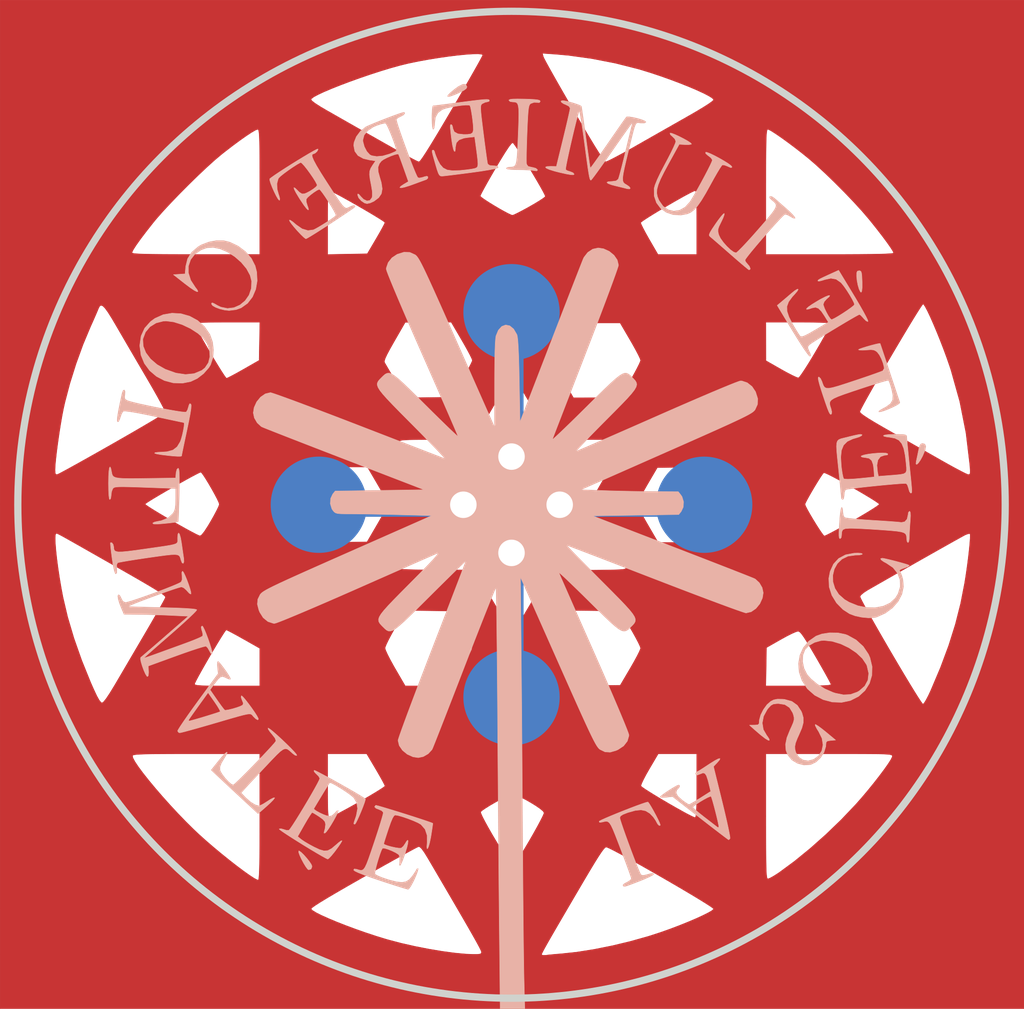
<source format=kicad_pcb>
(kicad_pcb (version 4) (host pcbnew 4.0.3-stable)

  (general
    (links 0)
    (no_connects 0)
    (area 129.180074 89.315469 150.847005 110.684532)
    (thickness 1.6)
    (drawings 1)
    (tracks 4)
    (zones 0)
    (modules 8)
    (nets 5)
  )

  (page A4)
  (layers
    (0 F.Cu signal)
    (31 B.Cu signal)
    (32 B.Adhes user)
    (33 F.Adhes user)
    (34 B.Paste user)
    (35 F.Paste user)
    (36 B.SilkS user)
    (37 F.SilkS user)
    (38 B.Mask user)
    (39 F.Mask user)
    (40 Dwgs.User user)
    (41 Cmts.User user)
    (42 Eco1.User user)
    (43 Eco2.User user)
    (44 Edge.Cuts user)
    (45 Margin user)
    (46 B.CrtYd user)
    (47 F.CrtYd user)
    (48 B.Fab user)
    (49 F.Fab user)
  )

  (setup
    (last_trace_width 0.25)
    (user_trace_width 0.5)
    (trace_clearance 0.2)
    (zone_clearance 0.508)
    (zone_45_only no)
    (trace_min 0.2)
    (segment_width 0.2)
    (edge_width 0.15)
    (via_size 0.6)
    (via_drill 0.4)
    (via_min_size 0.4)
    (via_min_drill 0.3)
    (uvia_size 0.3)
    (uvia_drill 0.1)
    (uvias_allowed no)
    (uvia_min_size 0.2)
    (uvia_min_drill 0.1)
    (pcb_text_width 0.3)
    (pcb_text_size 1.5 1.5)
    (mod_edge_width 0.15)
    (mod_text_size 1 1)
    (mod_text_width 0.15)
    (pad_size 1.524 1.524)
    (pad_drill 0.762)
    (pad_to_mask_clearance 0.2)
    (aux_axis_origin 0 0)
    (visible_elements 7FFFFFFF)
    (pcbplotparams
      (layerselection 0x00030_80000001)
      (usegerberextensions false)
      (excludeedgelayer true)
      (linewidth 0.100000)
      (plotframeref false)
      (viasonmask false)
      (mode 1)
      (useauxorigin false)
      (hpglpennumber 1)
      (hpglpenspeed 20)
      (hpglpendiameter 15)
      (hpglpenoverlay 2)
      (psnegative false)
      (psa4output false)
      (plotreference true)
      (plotvalue true)
      (plotinvisibletext false)
      (padsonsilk false)
      (subtractmaskfromsilk false)
      (outputformat 1)
      (mirror false)
      (drillshape 1)
      (scaleselection 1)
      (outputdirectory ""))
  )

  (net 0 "")
  (net 1 "Net-(P1-Pad1)")
  (net 2 "Net-(P2-Pad1)")
  (net 3 "Net-(P3-Pad3)")
  (net 4 "Net-(P3-Pad4)")

  (net_class Default "This is the default net class."
    (clearance 0.2)
    (trace_width 0.25)
    (via_dia 0.6)
    (via_drill 0.4)
    (uvia_dia 0.3)
    (uvia_drill 0.1)
    (add_net "Net-(P1-Pad1)")
    (add_net "Net-(P2-Pad1)")
    (add_net "Net-(P3-Pad3)")
    (add_net "Net-(P3-Pad4)")
  )

  (module TO18Breakout:AYB_Cu-INV (layer F.Cu) (tedit 0) (tstamp 5B596DF6)
    (at 140 100)
    (fp_text reference G*** (at 0 0) (layer F.Cu) hide
      (effects (font (thickness 0.3)))
    )
    (fp_text value LOGO (at 0.75 0) (layer F.Cu) hide
      (effects (font (thickness 0.3)))
    )
    (fp_poly (pts (xy 10.642004 10.479531) (xy -10.614925 10.479531) (xy -10.614925 9.344355) (xy 0.622814 9.344355)
      (xy 0.646224 9.359747) (xy 0.705173 9.359015) (xy 0.710821 9.358195) (xy 0.779341 9.349818)
      (xy 0.882327 9.339729) (xy 1.000204 9.329809) (xy 1.028998 9.327628) (xy 1.355019 9.29299)
      (xy 1.714135 9.236216) (xy 2.091567 9.160491) (xy 2.472532 9.068997) (xy 2.842252 8.964917)
      (xy 3.100533 8.881456) (xy 3.292402 8.813079) (xy 3.482144 8.741019) (xy 3.662975 8.668283)
      (xy 3.828112 8.597878) (xy 3.970772 8.532812) (xy 4.08417 8.476092) (xy 4.161525 8.430725)
      (xy 4.196053 8.399721) (xy 4.197228 8.395209) (xy 4.174468 8.373525) (xy 4.109945 8.328889)
      (xy 4.009297 8.264549) (xy 3.87816 8.183754) (xy 3.722171 8.089749) (xy 3.546968 7.985784)
      (xy 3.358186 7.875104) (xy 3.161462 7.760959) (xy 2.962434 7.646595) (xy 2.766739 7.535259)
      (xy 2.580013 7.430201) (xy 2.407892 7.334666) (xy 2.256015 7.251902) (xy 2.130018 7.185157)
      (xy 2.035537 7.137679) (xy 1.978209 7.112715) (xy 1.96589 7.109686) (xy 1.944588 7.119665)
      (xy 1.912583 7.153088) (xy 1.867369 7.213765) (xy 1.80644 7.305506) (xy 1.727291 7.432124)
      (xy 1.627416 7.597429) (xy 1.504309 7.805232) (xy 1.468348 7.866418) (xy 1.288633 8.172808)
      (xy 1.13476 8.435657) (xy 1.004978 8.658025) (xy 0.897537 8.842972) (xy 0.810687 8.993559)
      (xy 0.742675 9.112846) (xy 0.691752 9.203893) (xy 0.656166 9.26976) (xy 0.634167 9.313508)
      (xy 0.624004 9.338197) (xy 0.622814 9.344355) (xy -10.614925 9.344355) (xy -10.614925 8.393485)
      (xy -4.16262 8.393485) (xy -4.162582 8.394227) (xy -4.133863 8.42617) (xy -4.059944 8.471849)
      (xy -3.947264 8.528682) (xy -3.802263 8.594086) (xy -3.63138 8.665477) (xy -3.441054 8.740271)
      (xy -3.237726 8.815886) (xy -3.027836 8.889738) (xy -2.817822 8.959244) (xy -2.614124 9.021821)
      (xy -2.556797 9.038404) (xy -2.293155 9.107783) (xy -2.011243 9.171868) (xy -1.723262 9.228561)
      (xy -1.441413 9.275767) (xy -1.177895 9.311388) (xy -0.944909 9.333326) (xy -0.805597 9.339433)
      (xy -0.707667 9.339175) (xy -0.652258 9.332698) (xy -0.627836 9.317068) (xy -0.622815 9.292965)
      (xy -0.627754 9.274666) (xy -0.643583 9.239033) (xy -0.67182 9.183403) (xy -0.713984 9.105116)
      (xy -0.771593 9.001511) (xy -0.846164 8.869927) (xy -0.939217 8.707702) (xy -1.052269 8.512175)
      (xy -1.186838 8.280686) (xy -1.344443 8.010573) (xy -1.526603 7.699175) (xy -1.734583 7.344259)
      (xy -1.811205 7.219688) (xy -1.868657 7.140864) (xy -1.909868 7.104085) (xy -1.927407 7.100549)
      (xy -1.959597 7.115125) (xy -2.033956 7.153868) (xy -2.14562 7.214096) (xy -2.289723 7.293125)
      (xy -2.461401 7.388275) (xy -2.655788 7.496863) (xy -2.868021 7.616207) (xy -3.071019 7.731024)
      (xy -3.364509 7.898326) (xy -3.610918 8.040658) (xy -3.810984 8.158469) (xy -3.965448 8.252207)
      (xy -4.075049 8.322323) (xy -4.140526 8.369266) (xy -4.16262 8.393485) (xy -10.614925 8.393485)
      (xy -10.614925 5.211057) (xy -7.869539 5.211057) (xy -7.861563 5.256524) (xy -7.81966 5.335522)
      (xy -7.748006 5.4431) (xy -7.65078 5.574303) (xy -7.532158 5.724179) (xy -7.396318 5.887774)
      (xy -7.247437 6.060136) (xy -7.089693 6.236312) (xy -6.927263 6.411347) (xy -6.764324 6.58029)
      (xy -6.605054 6.738187) (xy -6.489674 6.847162) (xy -6.344555 6.977583) (xy -6.187872 7.112675)
      (xy -6.025739 7.247713) (xy -5.864272 7.377968) (xy -5.709587 7.498712) (xy -5.567799 7.605219)
      (xy -5.445022 7.692762) (xy -5.347373 7.756612) (xy -5.280966 7.792042) (xy -5.260075 7.797699)
      (xy -5.252012 7.78725) (xy -5.245248 7.752896) (xy -5.239688 7.690918) (xy -5.235236 7.597598)
      (xy -5.231795 7.469217) (xy -5.22927 7.302058) (xy -5.227565 7.0924) (xy -5.226584 6.836527)
      (xy -5.226231 6.530718) (xy -5.226226 6.485395) (xy -5.226226 5.172069) (xy -3.818124 5.172069)
      (xy -3.818124 5.835501) (xy -3.817773 6.04403) (xy -3.816466 6.204478) (xy -3.813819 6.322917)
      (xy -3.809451 6.405423) (xy -3.802979 6.458069) (xy -3.79402 6.486928) (xy -3.782192 6.498074)
      (xy -3.77634 6.498934) (xy -3.741761 6.486025) (xy -3.667403 6.449805) (xy -3.560392 6.394033)
      (xy -3.535866 6.38079) (xy -0.641525 6.38079) (xy -0.633057 6.415913) (xy -0.600151 6.488155)
      (xy -0.547557 6.589536) (xy -0.480025 6.712074) (xy -0.402306 6.847787) (xy -0.319151 6.988694)
      (xy -0.235309 7.126814) (xy -0.155532 7.254166) (xy -0.084569 7.362768) (xy -0.027172 7.444638)
      (xy 0.01191 7.491796) (xy 0.024684 7.500108) (xy 0.053335 7.47637) (xy 0.105156 7.40777)
      (xy 0.178109 7.297384) (xy 0.270159 7.148284) (xy 0.372335 6.975479) (xy 0.460816 6.821048)
      (xy 0.539195 6.679901) (xy 0.603522 6.559513) (xy 0.649847 6.467357) (xy 0.674219 6.410906)
      (xy 0.676972 6.399129) (xy 0.654063 6.363377) (xy 0.592445 6.31153) (xy 0.502782 6.249631)
      (xy 0.395739 6.183726) (xy 0.281981 6.119857) (xy 0.172171 6.06407) (xy 0.076974 6.022407)
      (xy 0.007055 6.000914) (xy -0.02337 6.002213) (xy -0.063711 6.025744) (xy -0.140048 6.069423)
      (xy -0.241167 6.126861) (xy -0.347742 6.187093) (xy -0.458528 6.251811) (xy -0.55106 6.310114)
      (xy -0.615424 6.355466) (xy -0.641525 6.38079) (xy -3.535866 6.38079) (xy -3.427855 6.322471)
      (xy -3.276917 6.238879) (xy -3.180604 6.18458) (xy -3.02437 6.094805) (xy -2.885199 6.012699)
      (xy -2.769639 5.942299) (xy -2.684237 5.887645) (xy -2.63554 5.852775) (xy -2.626653 5.842849)
      (xy -2.629236 5.836522) (xy 2.685871 5.836522) (xy 2.685935 5.841144) (xy 2.710515 5.864429)
      (xy 2.774536 5.909052) (xy 2.869953 5.970313) (xy 2.98872 6.043512) (xy 3.122792 6.123948)
      (xy 3.264122 6.206922) (xy 3.404665 6.287732) (xy 3.536376 6.36168) (xy 3.651207 6.424064)
      (xy 3.741114 6.470185) (xy 3.798051 6.495342) (xy 3.811354 6.498592) (xy 3.822403 6.486624)
      (xy 3.830945 6.447144) (xy 3.837235 6.375161) (xy 3.841526 6.265685) (xy 3.844075 6.113725)
      (xy 3.845136 5.914292) (xy 3.845202 5.835501) (xy 3.845202 5.172069) (xy 5.280384 5.172069)
      (xy 5.280384 6.471855) (xy 5.280521 6.772516) (xy 5.28103 7.023433) (xy 5.282056 7.229019)
      (xy 5.283747 7.393688) (xy 5.286246 7.521853) (xy 5.289701 7.617926) (xy 5.294256 7.686322)
      (xy 5.300059 7.731454) (xy 5.307255 7.757735) (xy 5.315989 7.769578) (xy 5.323346 7.771642)
      (xy 5.364104 7.756937) (xy 5.435679 7.717722) (xy 5.525093 7.661344) (xy 5.560287 7.637476)
      (xy 5.874084 7.406254) (xy 6.201771 7.138706) (xy 6.530969 6.845864) (xy 6.849296 6.538763)
      (xy 7.144371 6.228435) (xy 7.156391 6.215139) (xy 7.279641 6.074955) (xy 7.404516 5.92656)
      (xy 7.525959 5.776619) (xy 7.638917 5.631798) (xy 7.738334 5.498763) (xy 7.819155 5.384178)
      (xy 7.876326 5.29471) (xy 7.90479 5.237024) (xy 7.907036 5.22536) (xy 7.905749 5.213172)
      (xy 7.898895 5.202999) (xy 7.881987 5.19466) (xy 7.850538 5.187972) (xy 7.800062 5.182754)
      (xy 7.72607 5.178823) (xy 7.624076 5.175996) (xy 7.489592 5.174093) (xy 7.318132 5.172931)
      (xy 7.105207 5.172328) (xy 6.846332 5.172101) (xy 6.59371 5.172069) (xy 5.280384 5.172069)
      (xy 3.845202 5.172069) (xy 3.445789 5.172148) (xy 3.046375 5.172228) (xy 2.861948 5.485327)
      (xy 2.794315 5.604213) (xy 2.739132 5.709031) (xy 2.701337 5.789796) (xy 2.685871 5.836522)
      (xy -2.629236 5.836522) (xy -2.639792 5.810675) (xy -2.675829 5.741432) (xy -2.729686 5.644426)
      (xy -2.796289 5.528965) (xy -2.81702 5.49377) (xy -3.007387 5.172069) (xy -3.818124 5.172069)
      (xy -5.226226 5.172069) (xy -6.540402 5.172069) (xy -6.846278 5.17226) (xy -7.102281 5.172918)
      (xy -7.312697 5.174168) (xy -7.481811 5.176136) (xy -7.613908 5.178948) (xy -7.713272 5.182729)
      (xy -7.784188 5.187605) (xy -7.830941 5.193702) (xy -7.857815 5.201145) (xy -7.869097 5.21006)
      (xy -7.869539 5.211057) (xy -10.614925 5.211057) (xy -10.614925 0.693188) (xy -9.474071 0.693188)
      (xy -9.470348 0.804866) (xy -9.458842 0.949502) (xy -9.440282 1.120337) (xy -9.4154 1.310615)
      (xy -9.384925 1.513576) (xy -9.349589 1.722464) (xy -9.311945 1.921423) (xy -9.214826 2.334226)
      (xy -9.08409 2.774578) (xy -8.92359 3.230924) (xy -8.737177 3.691708) (xy -8.673651 3.836051)
      (xy -8.609693 3.971724) (xy -8.560209 4.060445) (xy -8.522482 4.106619) (xy -8.501038 4.115992)
      (xy -8.468501 4.094036) (xy -8.415122 4.027352) (xy -8.340044 3.914721) (xy -8.242412 3.754919)
      (xy -8.224606 3.724754) (xy -6.580171 3.724754) (xy -6.573187 3.737055) (xy -6.548337 3.746558)
      (xy -6.499776 3.753601) (xy -6.421658 3.758523) (xy -6.308136 3.761663) (xy -6.153365 3.76336)
      (xy -5.9515 3.763951) (xy -5.903198 3.763966) (xy -5.226226 3.763966) (xy -5.226226 2.981836)
      (xy -5.231307 2.978959) (xy -2.626653 2.978959) (xy -2.613456 3.023259) (xy -2.577095 3.104148)
      (xy -2.522413 3.211862) (xy -2.454253 3.336635) (xy -2.416791 3.402094) (xy -2.20693 3.763209)
      (xy -1.728927 3.763588) (xy -1.250924 3.763966) (xy 5.278936 3.763966) (xy 5.956632 3.763966)
      (xy 6.191627 3.763016) (xy 6.374538 3.760105) (xy 6.507405 3.755144) (xy 6.592269 3.748047)
      (xy 6.631172 3.738723) (xy 6.634328 3.734563) (xy 6.621238 3.703647) (xy 6.584532 3.633035)
      (xy 6.52806 3.529708) (xy 6.455667 3.400647) (xy 6.371204 3.252834) (xy 6.320901 3.165906)
      (xy 6.216475 2.987699) (xy 6.134588 2.851829) (xy 6.071698 2.75317) (xy 6.024265 2.686594)
      (xy 5.988746 2.646974) (xy 5.961601 2.629184) (xy 5.948566 2.626845) (xy 5.90326 2.639907)
      (xy 5.822588 2.675394) (xy 5.717697 2.727992) (xy 5.599735 2.792389) (xy 5.591791 2.796907)
      (xy 5.293923 2.966778) (xy 5.286429 3.365372) (xy 5.278936 3.763966) (xy -1.250924 3.763966)
      (xy -1.040406 3.406583) (xy -0.966241 3.278238) (xy -0.902159 3.162726) (xy -0.853301 3.069676)
      (xy -0.824809 3.008716) (xy -0.819867 2.99363) (xy -0.823454 2.977127) (xy 0.866524 2.977127)
      (xy 0.879595 3.019429) (xy 0.915626 3.098675) (xy 0.969845 3.205288) (xy 1.037482 3.329693)
      (xy 1.076386 3.398263) (xy 1.286247 3.762857) (xy 1.77161 3.756642) (xy 2.256972 3.750427)
      (xy 2.468891 3.390501) (xy 2.542506 3.262225) (xy 2.605011 3.147114) (xy 2.651552 3.054603)
      (xy 2.677273 2.994126) (xy 2.68081 2.978678) (xy 2.667547 2.938124) (xy 2.630993 2.860735)
      (xy 2.576005 2.755944) (xy 2.507437 2.633188) (xy 2.468891 2.566856) (xy 2.256972 2.20693)
      (xy 1.77161 2.20069) (xy 1.286247 2.194449) (xy 1.076386 2.557518) (xy 1.003548 2.687062)
      (xy 0.941687 2.80382) (xy 0.895599 2.898203) (xy 0.870077 2.960625) (xy 0.866524 2.977127)
      (xy -0.823454 2.977127) (xy -0.829853 2.947687) (xy -0.866607 2.862579) (xy -0.927169 2.744407)
      (xy -1.008579 2.599273) (xy -1.024198 2.572495) (xy -1.238549 2.20693) (xy -1.722739 2.200368)
      (xy -2.20693 2.193806) (xy -2.416791 2.555373) (xy -2.489824 2.685096) (xy -2.551803 2.802615)
      (xy -2.597892 2.898167) (xy -2.623255 2.961993) (xy -2.626653 2.978959) (xy -5.231307 2.978959)
      (xy -5.563796 2.790705) (xy -5.685851 2.722404) (xy -5.791337 2.664892) (xy -5.871247 2.622965)
      (xy -5.916571 2.60142) (xy -5.922805 2.599574) (xy -5.942656 2.621909) (xy -5.984247 2.683637)
      (xy -6.042956 2.776844) (xy -6.114159 2.893616) (xy -6.193232 3.02604) (xy -6.275552 3.166202)
      (xy -6.356494 3.306187) (xy -6.431437 3.438081) (xy -6.495755 3.553971) (xy -6.544825 3.645943)
      (xy -6.574025 3.706082) (xy -6.580171 3.724754) (xy -8.224606 3.724754) (xy -8.211787 3.703039)
      (xy -8.129413 3.56264) (xy -8.026681 3.387525) (xy -7.91063 3.189694) (xy -7.788298 2.981146)
      (xy -7.666725 2.773881) (xy -7.583183 2.631446) (xy -7.482381 2.458656) (xy -7.390487 2.299365)
      (xy -7.311144 2.160033) (xy -7.247996 2.047116) (xy -7.204685 1.967072) (xy -7.184857 1.926359)
      (xy -7.184206 1.924338) (xy -7.188715 1.907979) (xy -7.211504 1.883583) (xy -7.2562 1.848888)
      (xy -7.326428 1.80163) (xy -7.425812 1.739546) (xy -7.557978 1.660376) (xy -7.726552 1.561855)
      (xy -7.935157 1.441721) (xy -8.141219 1.324086) (xy -2.328785 1.324086) (xy -2.308982 1.333657)
      (xy -2.247854 1.341258) (xy -2.142824 1.346989) (xy -1.991312 1.350948) (xy -1.790743 1.353234)
      (xy -1.546865 1.353945) (xy -0.764945 1.353945) (xy -0.37696 2.017281) (xy -0.264645 2.207046)
      (xy -0.16632 2.368641) (xy -0.084524 2.498136) (xy -0.021796 2.591601) (xy 0.019327 2.645105)
      (xy 0.035558 2.656084) (xy 0.055259 2.626992) (xy 0.098351 2.557418) (xy 0.161023 2.453714)
      (xy 0.239467 2.322229) (xy 0.329873 2.169314) (xy 0.428429 2.001319) (xy 0.429482 1.999517)
      (xy 0.484955 1.904601) (xy 7.234774 1.904601) (xy 7.246104 1.937198) (xy 7.281988 2.010114)
      (xy 7.339158 2.117758) (xy 7.414345 2.254539) (xy 7.504281 2.414865) (xy 7.605699 2.593147)
      (xy 7.71533 2.783791) (xy 7.829906 2.981207) (xy 7.94616 3.179804) (xy 8.060822 3.37399)
      (xy 8.170625 3.558174) (xy 8.272301 3.726766) (xy 8.362582 3.874173) (xy 8.438199 3.994804)
      (xy 8.495884 4.083069) (xy 8.53237 4.133375) (xy 8.543166 4.143071) (xy 8.567079 4.119765)
      (xy 8.606267 4.056509) (xy 8.655057 3.963298) (xy 8.701802 3.863595) (xy 8.906841 3.379607)
      (xy 9.076802 2.9228) (xy 9.21512 2.48228) (xy 9.325228 2.047152) (xy 9.407524 1.624734)
      (xy 9.434671 1.45387) (xy 9.45987 1.278143) (xy 9.482186 1.106108) (xy 9.500683 0.946322)
      (xy 9.514425 0.807338) (xy 9.522477 0.697712) (xy 9.523902 0.626001) (xy 9.51944 0.601459)
      (xy 9.48733 0.601135) (xy 9.430475 0.620725) (xy 9.430338 0.620787) (xy 9.392719 0.640527)
      (xy 9.31332 0.68417) (xy 9.197384 0.748753) (xy 9.050154 0.831311) (xy 8.876874 0.928878)
      (xy 8.682787 1.038492) (xy 8.473135 1.157187) (xy 8.253161 1.281998) (xy 8.02811 1.409961)
      (xy 7.803223 1.538111) (xy 7.583745 1.663485) (xy 7.392571 1.772988) (xy 7.313227 1.824637)
      (xy 7.255864 1.873506) (xy 7.234774 1.904601) (xy 0.484955 1.904601) (xy 0.798873 1.367484)
      (xy 1.593646 1.360301) (xy 1.82268 1.358004) (xy 2.003076 1.355484) (xy 2.140355 1.352379)
      (xy 2.240038 1.348327) (xy 2.307644 1.342968) (xy 2.348694 1.335938) (xy 2.368708 1.326876)
      (xy 2.373206 1.315421) (xy 2.371611 1.309317) (xy 2.353378 1.27381) (xy 2.312223 1.199803)
      (xy 2.252851 1.095376) (xy 2.179963 0.968611) (xy 2.098265 0.82759) (xy 2.012459 0.680395)
      (xy 1.92725 0.535107) (xy 1.84734 0.399808) (xy 1.777434 0.282578) (xy 1.722235 0.191501)
      (xy 1.702757 0.160103) (xy 1.658734 0.082807) (xy 1.630441 0.01929) (xy 1.626074 0.000574)
      (xy 2.606151 0.000574) (xy 2.621623 0.037217) (xy 2.659786 0.111472) (xy 2.715776 0.214328)
      (xy 2.784732 0.336771) (xy 2.828934 0.413527) (xy 3.044756 0.785288) (xy 3.519446 0.78491)
      (xy 3.994136 0.784531) (xy 4.210767 0.413024) (xy 4.285395 0.283272) (xy 4.349952 0.167675)
      (xy 4.399531 0.075285) (xy 4.429225 0.015154) (xy 4.435405 -0.001388) (xy 4.433248 -0.008995)
      (xy 6.09275 -0.008995) (xy 6.106136 0.028682) (xy 6.142094 0.099295) (xy 6.19432 0.192518)
      (xy 6.256514 0.298022) (xy 6.322373 0.405481) (xy 6.385597 0.504569) (xy 6.439884 0.584958)
      (xy 6.478931 0.636322) (xy 6.494637 0.649595) (xy 6.52763 0.636787) (xy 6.600493 0.600689)
      (xy 6.706178 0.545053) (xy 6.837631 0.473634) (xy 6.987804 0.390184) (xy 7.083603 0.336103)
      (xy 7.239706 0.246118) (xy 7.378721 0.1634) (xy 7.494084 0.092066) (xy 7.579233 0.036234)
      (xy 7.627604 0.000025) (xy 7.636247 -0.010696) (xy 7.613662 -0.033143) (xy 7.551205 -0.076493)
      (xy 7.456825 -0.136225) (xy 7.338468 -0.207817) (xy 7.204082 -0.286749) (xy 7.061616 -0.368499)
      (xy 6.919017 -0.448548) (xy 6.784233 -0.522373) (xy 6.665211 -0.585453) (xy 6.5699 -0.633269)
      (xy 6.506246 -0.661297) (xy 6.483473 -0.666442) (xy 6.460767 -0.640456) (xy 6.418141 -0.577766)
      (xy 6.361932 -0.489035) (xy 6.298476 -0.384928) (xy 6.234113 -0.276107) (xy 6.175178 -0.173236)
      (xy 6.128008 -0.086977) (xy 6.098942 -0.027995) (xy 6.09275 -0.008995) (xy 4.433248 -0.008995)
      (xy 4.424907 -0.038394) (xy 4.39071 -0.112644) (xy 4.337387 -0.215191) (xy 4.269509 -0.337085)
      (xy 4.223928 -0.415395) (xy 4.004444 -0.786497) (xy 3.515753 -0.779122) (xy 3.027062 -0.771748)
      (xy 2.813125 -0.406183) (xy 2.739967 -0.277919) (xy 2.678491 -0.163891) (xy 2.63329 -0.073126)
      (xy 2.608957 -0.014653) (xy 2.606151 0.000574) (xy 1.626074 0.000574) (xy 1.624733 -0.005169)
      (xy 1.638033 -0.038499) (xy 1.67556 -0.111887) (xy 1.733751 -0.218904) (xy 1.809048 -0.353122)
      (xy 1.897887 -0.508112) (xy 1.99671 -0.677447) (xy 2.003838 -0.68955) (xy 2.102847 -0.857934)
      (xy 2.19221 -1.010618) (xy 2.268409 -1.14153) (xy 2.327923 -1.244603) (xy 2.367234 -1.313765)
      (xy 2.382823 -1.342948) (xy 2.382942 -1.343415) (xy 2.357 -1.346144) (xy 2.283722 -1.348639)
      (xy 2.169927 -1.350802) (xy 2.022437 -1.352537) (xy 1.848073 -1.353744) (xy 1.653656 -1.354328)
      (xy 1.617964 -1.354359) (xy 1.418987 -1.355146) (xy 1.23729 -1.357164) (xy 1.080033 -1.360228)
      (xy 0.954377 -1.364156) (xy 0.867482 -1.368764) (xy 0.826508 -1.373869) (xy 0.824764 -1.374668)
      (xy 0.804104 -1.402589) (xy 0.760317 -1.471098) (xy 0.697264 -1.573832) (xy 0.618807 -1.704424)
      (xy 0.528809 -1.85651) (xy 0.485708 -1.930277) (xy 7.230793 -1.930277) (xy 7.248169 -1.903741)
      (xy 7.301555 -1.860578) (xy 7.393691 -1.799006) (xy 7.527317 -1.717239) (xy 7.705175 -1.613494)
      (xy 7.804121 -1.557036) (xy 8.007161 -1.441732) (xy 8.234536 -1.312478) (xy 8.46884 -1.179176)
      (xy 8.692666 -1.051729) (xy 8.888609 -0.940041) (xy 8.906856 -0.929631) (xy 9.062268 -0.842036)
      (xy 9.203953 -0.764203) (xy 9.324512 -0.700033) (xy 9.416547 -0.653428) (xy 9.47266 -0.628287)
      (xy 9.484571 -0.624994) (xy 9.508759 -0.629269) (xy 9.521134 -0.652289) (xy 9.523486 -0.70513)
      (xy 9.517605 -0.798868) (xy 9.51596 -0.819136) (xy 9.435472 -1.49162) (xy 9.305746 -2.146243)
      (xy 9.12517 -2.790926) (xy 9.098053 -2.873886) (xy 9.038612 -3.045906) (xy 8.971952 -3.227178)
      (xy 8.90108 -3.410652) (xy 8.829005 -3.58928) (xy 8.758735 -3.756014) (xy 8.693276 -3.903804)
      (xy 8.635637 -4.0256) (xy 8.588827 -4.114356) (xy 8.555851 -4.163021) (xy 8.544922 -4.170149)
      (xy 8.52496 -4.147537) (xy 8.4815 -4.083415) (xy 8.417811 -3.983355) (xy 8.337162 -3.852929)
      (xy 8.242821 -3.697707) (xy 8.138058 -3.523261) (xy 8.026141 -3.335162) (xy 7.910338 -3.138982)
      (xy 7.793919 -2.940292) (xy 7.680152 -2.744664) (xy 7.572306 -2.557669) (xy 7.473649 -2.384879)
      (xy 7.387451 -2.231864) (xy 7.31698 -2.104196) (xy 7.265505 -2.007447) (xy 7.236294 -1.947188)
      (xy 7.230793 -1.930277) (xy 0.485708 -1.930277) (xy 0.434816 -2.017377) (xy 0.337091 -2.184955)
      (xy 0.247095 -2.337987) (xy 0.16873 -2.469937) (xy 0.105903 -2.574268) (xy 0.062518 -2.644444)
      (xy 0.042855 -2.673533) (xy 0.026488 -2.672913) (xy -0.002582 -2.644658) (xy -0.046854 -2.585065)
      (xy -0.108829 -2.490432) (xy -0.191007 -2.357056) (xy -0.295889 -2.181234) (xy -0.338946 -2.108093)
      (xy -0.435358 -1.943248) (xy -0.523148 -1.791929) (xy -0.598402 -1.660982) (xy -0.657204 -1.557253)
      (xy -0.695639 -1.48759) (xy -0.709294 -1.460477) (xy -0.724529 -1.430381) (xy -0.748418 -1.406514)
      (xy -0.786826 -1.388164) (xy -0.845619 -1.374618) (xy -0.930664 -1.365161) (xy -1.047825 -1.35908)
      (xy -1.20297 -1.355663) (xy -1.401965 -1.354195) (xy -1.585232 -1.353944) (xy -1.809099 -1.353603)
      (xy -1.984257 -1.352387) (xy -2.116154 -1.35001) (xy -2.210235 -1.346186) (xy -2.271948 -1.340627)
      (xy -2.306739 -1.333048) (xy -2.320055 -1.323161) (xy -2.319744 -1.315284) (xy -2.301632 -1.280539)
      (xy -2.257713 -1.202371) (xy -2.189817 -1.083935) (xy -2.099773 -0.928383) (xy -1.989411 -0.73887)
      (xy -1.860562 -0.518548) (xy -1.715054 -0.27057) (xy -1.603413 -0.080769) (xy -1.592631 -0.05906)
      (xy -1.5884 -0.034892) (xy -1.593397 -0.002627) (xy -1.610299 0.043374) (xy -1.641784 0.108749)
      (xy -1.690529 0.199137) (xy -1.759212 0.320178) (xy -1.85051 0.47751) (xy -1.946033 0.640811)
      (xy -2.045559 0.811747) (xy -2.13545 0.968114) (xy -2.212203 1.103657) (xy -2.272313 1.212118)
      (xy -2.312274 1.287242) (xy -2.328584 1.322772) (xy -2.328785 1.324086) (xy -8.141219 1.324086)
      (xy -8.187419 1.297712) (xy -8.195947 1.292858) (xy -8.467279 1.138433) (xy -8.695385 1.008636)
      (xy -8.884122 0.901334) (xy -9.037349 0.81439) (xy -9.15892 0.745669) (xy -9.252694 0.693037)
      (xy -9.322527 0.654358) (xy -9.372277 0.627498) (xy -9.4058 0.61032) (xy -9.426953 0.60069)
      (xy -9.439594 0.596472) (xy -9.447579 0.595532) (xy -9.454764 0.595734) (xy -9.455242 0.595736)
      (xy -9.469279 0.621225) (xy -9.474071 0.693188) (xy -10.614925 0.693188) (xy -10.614925 -0.013207)
      (xy -7.608563 -0.013207) (xy -7.586315 0.007528) (xy -7.524459 0.049707) (xy -7.430889 0.108762)
      (xy -7.3135 0.180124) (xy -7.180186 0.259227) (xy -7.038841 0.341503) (xy -6.89736 0.422385)
      (xy -6.763637 0.497303) (xy -6.645566 0.561692) (xy -6.551042 0.610982) (xy -6.487959 0.640607)
      (xy -6.467206 0.64718) (xy -6.431489 0.624659) (xy -6.3751 0.553717) (xy -6.297682 0.433867)
      (xy -6.243805 0.343134) (xy -6.176991 0.224665) (xy -6.1216 0.119956) (xy -6.082859 0.03937)
      (xy -6.065992 -0.006733) (xy -6.065672 -0.010077) (xy -6.07062 -0.02565) (xy -4.408056 -0.02565)
      (xy -4.398716 0.004226) (xy -4.367136 0.068525) (xy -4.319284 0.155441) (xy -4.297777 0.192451)
      (xy -4.222895 0.319805) (xy -4.139572 0.46201) (xy -4.065723 0.588489) (xy -4.065085 0.589585)
      (xy -3.950407 0.786525) (xy -2.998811 0.771749) (xy -2.771332 0.381449) (xy -2.696254 0.250912)
      (xy -2.632536 0.136823) (xy -2.584534 0.047256) (xy -2.556606 -0.009716) (xy -2.551404 -0.026101)
      (xy -2.566999 -0.054255) (xy -2.605153 -0.120785) (xy -2.661041 -0.217343) (xy -2.729838 -0.335582)
      (xy -2.775586 -0.413941) (xy -2.992218 -0.78453) (xy -3.480447 -0.784909) (xy -3.968677 -0.785287)
      (xy -4.184499 -0.414423) (xy -4.258514 -0.286958) (xy -4.322583 -0.176096) (xy -4.37189 -0.090211)
      (xy -4.401617 -0.037683) (xy -4.408056 -0.02565) (xy -6.07062 -0.02565) (xy -6.078536 -0.050564)
      (xy -6.113091 -0.12387) (xy -6.163275 -0.219505) (xy -6.223032 -0.326981) (xy -6.2863 -0.43581)
      (xy -6.347022 -0.535504) (xy -6.399138 -0.615574) (xy -6.436589 -0.665532) (xy -6.450939 -0.676972)
      (xy -6.484503 -0.664102) (xy -6.55567 -0.628494) (xy -6.656588 -0.574651) (xy -6.779404 -0.507075)
      (xy -6.916265 -0.430269) (xy -7.059319 -0.348736) (xy -7.200713 -0.266977) (xy -7.332594 -0.189496)
      (xy -7.44711 -0.120796) (xy -7.536407 -0.065378) (xy -7.592634 -0.027746) (xy -7.608563 -0.013207)
      (xy -10.614925 -0.013207) (xy -10.614925 -0.726936) (xy -9.477612 -0.726936) (xy -9.474351 -0.657302)
      (xy -9.459876 -0.629089) (xy -9.427145 -0.629721) (xy -9.423682 -0.630601) (xy -9.389682 -0.646563)
      (xy -9.313624 -0.686703) (xy -9.200444 -0.74828) (xy -9.055078 -0.828556) (xy -8.882466 -0.924793)
      (xy -8.687542 -1.034252) (xy -8.475246 -1.154193) (xy -8.283059 -1.263343) (xy -8.061184 -1.390187)
      (xy -7.853994 -1.509665) (xy -7.666212 -1.61898) (xy -7.502562 -1.715333) (xy -7.36777 -1.795926)
      (xy -7.266558 -1.857961) (xy -7.203652 -1.898638) (xy -7.183741 -1.914522) (xy -7.193678 -1.945462)
      (xy -7.228018 -2.016652) (xy -7.283385 -2.12185) (xy -7.356404 -2.254816) (xy -7.443701 -2.409307)
      (xy -7.541901 -2.579081) (xy -7.557101 -2.605034) (xy -7.674844 -2.80594) (xy -7.79941 -3.018829)
      (xy -7.923495 -3.231194) (xy -8.039796 -3.430531) (xy -8.14101 -3.604333) (xy -8.198353 -3.703038)
      (xy -8.227156 -3.751832) (xy -6.580171 -3.751832) (xy -6.567013 -3.716352) (xy -6.530648 -3.643973)
      (xy -6.475734 -3.5426) (xy -6.406931 -3.420137) (xy -6.328898 -3.284488) (xy -6.246296 -3.143559)
      (xy -6.163782 -3.005252) (xy -6.086018 -2.877474) (xy -6.017662 -2.768127) (xy -5.963374 -2.685116)
      (xy -5.927813 -2.636346) (xy -5.916952 -2.626752) (xy -5.884618 -2.639598) (xy -5.814863 -2.674762)
      (xy -5.717059 -2.727298) (xy -5.600578 -2.792257) (xy -5.564712 -2.812672) (xy -5.259777 -2.98705)
      (xy -2.638965 -2.98705) (xy -2.637056 -2.956487) (xy -2.636079 -2.95468) (xy -2.613649 -2.916473)
      (xy -2.569632 -2.841013) (xy -2.509615 -2.737894) (xy -2.439185 -2.616708) (xy -2.40924 -2.565137)
      (xy -2.208473 -2.219293) (xy -1.722219 -2.226651) (xy -1.235966 -2.234008) (xy -1.024166 -2.59584)
      (xy -0.950885 -2.72363) (xy -0.888592 -2.837213) (xy -0.84208 -2.927457) (xy -0.816138 -2.985231)
      (xy -0.812367 -2.999534) (xy -0.812732 -3.000555) (xy 0.866524 -3.000555) (xy 0.879691 -2.95804)
      (xy 0.915975 -2.878751) (xy 0.970549 -2.772304) (xy 1.038586 -2.648318) (xy 1.076386 -2.582341)
      (xy 1.286247 -2.221226) (xy 1.773667 -2.22209) (xy 2.261087 -2.222953) (xy 2.470949 -2.587485)
      (xy 2.543547 -2.716567) (xy 2.605261 -2.831978) (xy 2.651348 -2.924392) (xy 2.677063 -2.984482)
      (xy 2.68081 -3.000016) (xy 2.667643 -3.039119) (xy 2.631334 -3.115356) (xy 2.576666 -3.219457)
      (xy 2.508427 -3.342155) (xy 2.467691 -3.41276) (xy 2.254572 -3.777505) (xy 1.290419 -3.777505)
      (xy 1.078472 -3.417579) (xy 1.004765 -3.28883) (xy 0.942202 -3.172715) (xy 0.895655 -3.078824)
      (xy 0.869997 -3.016743) (xy 0.866524 -3.000555) (xy -0.812732 -3.000555) (xy -0.825507 -3.036255)
      (xy -0.861796 -3.110491) (xy -0.916535 -3.213307) (xy -0.985024 -3.335768) (xy -1.031501 -3.41622)
      (xy -1.250634 -3.791044) (xy 5.280384 -3.791044) (xy 5.281148 -3.391631) (xy 5.281913 -2.992217)
      (xy 5.599325 -2.810728) (xy 5.719294 -2.744187) (xy 5.824791 -2.689492) (xy 5.905865 -2.651527)
      (xy 5.952564 -2.635178) (xy 5.957356 -2.634983) (xy 5.982091 -2.659094) (xy 6.029317 -2.723584)
      (xy 6.094681 -2.821798) (xy 6.173829 -2.947079) (xy 6.262405 -3.092772) (xy 6.315231 -3.182037)
      (xy 6.405641 -3.337639) (xy 6.486102 -3.478686) (xy 6.552732 -3.598164) (xy 6.601651 -3.689059)
      (xy 6.62898 -3.744357) (xy 6.633408 -3.757196) (xy 6.621725 -3.768139) (xy 6.582709 -3.776624)
      (xy 6.511407 -3.782899) (xy 6.402867 -3.787213) (xy 6.252136 -3.789812) (xy 6.054261 -3.790946)
      (xy 5.957356 -3.791044) (xy 5.280384 -3.791044) (xy -1.250634 -3.791044) (xy -1.728782 -3.790093)
      (xy -2.20693 -3.789141) (xy -2.434541 -3.39376) (xy -2.522726 -3.237932) (xy -2.584435 -3.122031)
      (xy -2.622303 -3.040317) (xy -2.638965 -2.98705) (xy -5.259777 -2.98705) (xy -5.239766 -2.998493)
      (xy -5.232272 -3.394769) (xy -5.224778 -3.791044) (xy -5.902475 -3.791044) (xy -6.114965 -3.79064)
      (xy -6.279144 -3.789203) (xy -6.400857 -3.786394) (xy -6.485945 -3.781876) (xy -6.540252 -3.77531)
      (xy -6.56962 -3.766359) (xy -6.579893 -3.754683) (xy -6.580171 -3.751832) (xy -8.227156 -3.751832)
      (xy -8.299219 -3.873907) (xy -8.378652 -4.000038) (xy -8.440135 -4.084775) (xy -8.487157 -4.131464)
      (xy -8.523204 -4.143448) (xy -8.551762 -4.124073) (xy -8.576318 -4.076684) (xy -8.579412 -4.068603)
      (xy -8.601387 -4.014825) (xy -8.64021 -3.924694) (xy -8.69025 -3.811127) (xy -8.741706 -3.696268)
      (xy -8.896579 -3.325936) (xy -9.041191 -2.927361) (xy -9.168615 -2.521574) (xy -9.271927 -2.129602)
      (xy -9.302214 -1.994361) (xy -9.330844 -1.847744) (xy -9.360739 -1.674615) (xy -9.390309 -1.486471)
      (xy -9.417962 -1.294808) (xy -9.442109 -1.111121) (xy -9.461157 -0.946907) (xy -9.473516 -0.813661)
      (xy -9.477612 -0.726936) (xy -10.614925 -0.726936) (xy -10.614925 -5.235357) (xy -7.879957 -5.235357)
      (xy -7.871749 -5.226898) (xy -7.844443 -5.219807) (xy -7.794016 -5.213974) (xy -7.716449 -5.20929)
      (xy -7.607719 -5.205645) (xy -7.463804 -5.202929) (xy -7.280683 -5.201033) (xy -7.054335 -5.199846)
      (xy -6.780737 -5.199259) (xy -6.553092 -5.199147) (xy -5.226226 -5.199147) (xy -5.226226 -5.868044)
      (xy -3.818124 -5.868044) (xy -3.818124 -5.197736) (xy -2.994338 -5.212686) (xy -2.810932 -5.524093)
      (xy -2.743058 -5.641239) (xy -2.686497 -5.742481) (xy -2.6464 -5.818322) (xy -2.628292 -5.858447)
      (xy 2.68081 -5.858447) (xy 2.693806 -5.821523) (xy 2.729359 -5.748081) (xy 2.782317 -5.648135)
      (xy 2.847529 -5.531699) (xy 2.860398 -5.509369) (xy 3.039986 -5.199147) (xy 3.845202 -5.199147)
      (xy 3.845202 -5.86258) (xy 3.844054 -6.103353) (xy 3.840606 -6.290048) (xy 3.834859 -6.422694)
      (xy 3.827056 -6.498933) (xy 5.280384 -6.498933) (xy 5.280384 -5.199147) (xy 6.607249 -5.199147)
      (xy 6.937148 -5.199549) (xy 7.215322 -5.200791) (xy 7.444199 -5.202928) (xy 7.626207 -5.206016)
      (xy 7.763773 -5.210109) (xy 7.859326 -5.215263) (xy 7.915292 -5.221532) (xy 7.9341 -5.228972)
      (xy 7.934115 -5.229213) (xy 7.917438 -5.268413) (xy 7.870271 -5.343235) (xy 7.796909 -5.447794)
      (xy 7.701647 -5.576203) (xy 7.58878 -5.722575) (xy 7.462604 -5.881022) (xy 7.422597 -5.930277)
      (xy 7.278784 -6.098378) (xy 7.104077 -6.289664) (xy 6.909502 -6.493033) (xy 6.706086 -6.697382)
      (xy 6.504857 -6.891609) (xy 6.316841 -7.064611) (xy 6.170461 -7.190987) (xy 6.033316 -7.301946)
      (xy 5.890409 -7.41316) (xy 5.748964 -7.519462) (xy 5.616204 -7.615682) (xy 5.499353 -7.696651)
      (xy 5.405635 -7.757201) (xy 5.342273 -7.792161) (xy 5.321168 -7.79872) (xy 5.311697 -7.793569)
      (xy 5.303788 -7.775216) (xy 5.297306 -7.739313) (xy 5.292114 -7.681511) (xy 5.288076 -7.59746)
      (xy 5.285054 -7.482812) (xy 5.282913 -7.333218) (xy 5.281517 -7.144329) (xy 5.280727 -6.911796)
      (xy 5.28041 -6.63127) (xy 5.280384 -6.498933) (xy 3.827056 -6.498933) (xy 3.826811 -6.501322)
      (xy 3.816958 -6.526012) (xy 3.779926 -6.512864) (xy 3.706151 -6.476512) (xy 3.603524 -6.421591)
      (xy 3.479936 -6.352739) (xy 3.343278 -6.274592) (xy 3.201441 -6.191787) (xy 3.062317 -6.10896)
      (xy 2.933798 -6.030749) (xy 2.823774 -5.96179) (xy 2.740136 -5.906719) (xy 2.690777 -5.870174)
      (xy 2.68081 -5.858447) (xy -2.628292 -5.858447) (xy -2.627924 -5.859262) (xy -2.627273 -5.86258)
      (xy -2.649633 -5.882596) (xy -2.7116 -5.924092) (xy -2.805286 -5.982521) (xy -2.922804 -6.05334)
      (xy -3.056266 -6.132001) (xy -3.197784 -6.213961) (xy -3.33947 -6.294673) (xy -3.473436 -6.369592)
      (xy -3.551491 -6.412183) (xy -0.649626 -6.412183) (xy -0.627414 -6.388121) (xy -0.567871 -6.344568)
      (xy -0.481351 -6.287705) (xy -0.37821 -6.223713) (xy -0.268802 -6.158771) (xy -0.163483 -6.099061)
      (xy -0.072607 -6.050762) (xy -0.006531 -6.020056) (xy 0.020369 -6.012292) (xy 0.055309 -6.024722)
      (xy 0.127479 -6.059339) (xy 0.22722 -6.111233) (xy 0.344871 -6.175493) (xy 0.378401 -6.194296)
      (xy 0.496373 -6.262677) (xy 0.595197 -6.323488) (xy 0.666243 -6.371148) (xy 0.700877 -6.400073)
      (xy 0.702878 -6.404157) (xy 0.689508 -6.439633) (xy 0.652232 -6.511999) (xy 0.595861 -6.613316)
      (xy 0.52521 -6.735646) (xy 0.44509 -6.871051) (xy 0.360316 -7.01159) (xy 0.275701 -7.149327)
      (xy 0.196057 -7.276322) (xy 0.126199 -7.384637) (xy 0.070938 -7.466334) (xy 0.035088 -7.513473)
      (xy 0.025235 -7.521828) (xy -0.003047 -7.502144) (xy -0.054506 -7.436258) (xy -0.129499 -7.323635)
      (xy -0.228387 -7.16374) (xy -0.332557 -6.988453) (xy -0.422953 -6.832817) (xy -0.503304 -6.691643)
      (xy -0.569742 -6.571961) (xy -0.618397 -6.480802) (xy -0.645402 -6.425198) (xy -0.649626 -6.412183)
      (xy -3.551491 -6.412183) (xy -3.591794 -6.434174) (xy -3.686657 -6.483872) (xy -3.750136 -6.514141)
      (xy -3.770093 -6.521126) (xy -3.785024 -6.520763) (xy -3.796503 -6.509508) (xy -3.804982 -6.481198)
      (xy -3.81091 -6.429667) (xy -3.814737 -6.34875) (xy -3.816915 -6.232284) (xy -3.817894 -6.074104)
      (xy -3.818124 -5.868044) (xy -5.226226 -5.868044) (xy -5.226226 -6.498933) (xy -5.226355 -6.799235)
      (xy -5.226839 -7.049812) (xy -5.22783 -7.255095) (xy -5.229476 -7.419517) (xy -5.231927 -7.54751)
      (xy -5.235333 -7.643505) (xy -5.239842 -7.711935) (xy -5.245604 -7.757231) (xy -5.252769 -7.783826)
      (xy -5.261487 -7.796152) (xy -5.270061 -7.79872) (xy -5.315316 -7.782198) (xy -5.396171 -7.735488)
      (xy -5.506455 -7.662873) (xy -5.64 -7.568637) (xy -5.790634 -7.457061) (xy -5.952188 -7.332431)
      (xy -6.025053 -7.274631) (xy -6.16288 -7.158301) (xy -6.327037 -7.009973) (xy -6.508682 -6.838493)
      (xy -6.698971 -6.652705) (xy -6.889063 -6.461458) (xy -7.070114 -6.273595) (xy -7.233281 -6.097964)
      (xy -7.369722 -5.94341) (xy -7.436594 -5.86258) (xy -7.584035 -5.675021) (xy -7.703938 -5.516486)
      (xy -7.794361 -5.389725) (xy -7.853359 -5.297488) (xy -7.878987 -5.242526) (xy -7.879957 -5.235357)
      (xy -10.614925 -5.235357) (xy -10.614925 -8.420039) (xy -4.163811 -8.420039) (xy -4.143509 -8.389169)
      (xy -4.077173 -8.337429) (xy -3.967803 -8.266948) (xy -3.852486 -8.199153) (xy -3.502883 -7.999841)
      (xy -3.197362 -7.825861) (xy -2.933025 -7.675597) (xy -2.706977 -7.547436) (xy -2.516319 -7.439764)
      (xy -2.358154 -7.350967) (xy -2.229586 -7.27943) (xy -2.127718 -7.223541) (xy -2.049652 -7.181684)
      (xy -1.992491 -7.152246) (xy -1.953338 -7.133613) (xy -1.929296 -7.12417) (xy -1.919332 -7.122147)
      (xy -1.893679 -7.145445) (xy -1.842489 -7.215647) (xy -1.765693 -7.332862) (xy -1.663222 -7.4972)
      (xy -1.535007 -7.708772) (xy -1.380979 -7.967687) (xy -1.23559 -8.215021) (xy -1.105895 -8.437341)
      (xy -0.985009 -8.645949) (xy -0.875631 -8.836087) (xy -0.78046 -9.003001) (xy -0.702194 -9.141932)
      (xy -0.643531 -9.248125) (xy -0.607171 -9.316823) (xy -0.595736 -9.342866) (xy -0.621203 -9.358916)
      (xy -0.693097 -9.365539) (xy -0.804655 -9.363505) (xy -0.949114 -9.353581) (xy -1.11971 -9.336537)
      (xy -1.309681 -9.313142) (xy -1.512264 -9.284164) (xy -1.720697 -9.250372) (xy -1.928216 -9.212535)
      (xy -2.128058 -9.171421) (xy -2.153625 -9.165763) (xy -2.32196 -9.124448) (xy -2.511408 -9.07159)
      (xy -2.715566 -9.009568) (xy -2.928027 -8.940756) (xy -3.142385 -8.867532) (xy -3.352236 -8.792271)
      (xy -3.551173 -8.71735) (xy -3.732792 -8.645145) (xy -3.890687 -8.578033) (xy -4.018452 -8.518389)
      (xy -4.109683 -8.46859) (xy -4.157972 -8.431011) (xy -4.163811 -8.420039) (xy -10.614925 -8.420039)
      (xy -10.614925 -9.377853) (xy 0.641874 -9.377853) (xy 0.659372 -9.308139) (xy 0.676338 -9.270816)
      (xy 0.717899 -9.191864) (xy 0.781209 -9.076344) (xy 0.863422 -8.929319) (xy 0.961693 -8.75585)
      (xy 1.073174 -8.560999) (xy 1.19502 -8.349828) (xy 1.292965 -8.181261) (xy 1.458228 -7.899097)
      (xy 1.598331 -7.662996) (xy 1.714164 -7.471539) (xy 1.806614 -7.323309) (xy 1.876569 -7.216886)
      (xy 1.92492 -7.150852) (xy 1.952553 -7.123787) (xy 1.955756 -7.122923) (xy 1.991633 -7.135566)
      (xy 2.067211 -7.171694) (xy 2.175368 -7.227571) (xy 2.308986 -7.299463) (xy 2.460944 -7.383634)
      (xy 2.565031 -7.442508) (xy 2.767684 -7.557987) (xy 2.995849 -7.687896) (xy 3.231598 -7.822035)
      (xy 3.457007 -7.950205) (xy 3.654149 -8.062206) (xy 3.66242 -8.066902) (xy 3.838682 -8.168753)
      (xy 3.984491 -8.256654) (xy 4.095612 -8.327878) (xy 4.167808 -8.379696) (xy 4.196844 -8.409379)
      (xy 4.197228 -8.411424) (xy 4.172481 -8.443332) (xy 4.102488 -8.48903) (xy 3.993619 -8.545912)
      (xy 3.852244 -8.611377) (xy 3.684734 -8.682818) (xy 3.49746 -8.757633) (xy 3.296792 -8.833217)
      (xy 3.089101 -8.906967) (xy 2.880757 -8.976278) (xy 2.678131 -9.038546) (xy 2.626652 -9.053408)
      (xy 2.153201 -9.172999) (xy 1.665473 -9.268009) (xy 1.185012 -9.334598) (xy 0.909903 -9.359264)
      (xy 0.641874 -9.377853) (xy -10.614925 -9.377853) (xy -10.614925 -10.47953) (xy 10.642004 -10.47953)
      (xy 10.642004 10.479531)) (layer F.Cu) (width 0.01))
  )

  (module TO18Breakout:LDPAD (layer B.Cu) (tedit 5B596CF8) (tstamp 5B59648F)
    (at 136 100)
    (path /5B5961E5)
    (fp_text reference P1 (at 0 2.032) (layer B.SilkS) hide
      (effects (font (size 1 1) (thickness 0.15)) (justify mirror))
    )
    (fp_text value CONN_01X01 (at 0 3.556) (layer B.Fab) hide
      (effects (font (size 1 1) (thickness 0.15)) (justify mirror))
    )
    (pad 1 smd circle (at 0 0) (size 2 2) (layers B.Cu B.Paste B.Mask)
      (net 1 "Net-(P1-Pad1)"))
  )

  (module TO18Breakout:LDPAD (layer B.Cu) (tedit 5B596CF4) (tstamp 5B596494)
    (at 140 104)
    (path /5B59628C)
    (fp_text reference P2 (at 0 2.032) (layer B.SilkS) hide
      (effects (font (size 1 1) (thickness 0.15)) (justify mirror))
    )
    (fp_text value CONN_01X01 (at 0 3.556) (layer B.Fab) hide
      (effects (font (size 1 1) (thickness 0.15)) (justify mirror))
    )
    (pad 1 smd circle (at 0 0) (size 2 2) (layers B.Cu B.Paste B.Mask)
      (net 2 "Net-(P2-Pad1)"))
  )

  (module TO18Breakout:TO18SOCKET (layer F.Cu) (tedit 5B596CAE) (tstamp 5B59649C)
    (at 140 100)
    (path /5B596192)
    (fp_text reference P3 (at 0 -4.064) (layer F.SilkS) hide
      (effects (font (size 1 1) (thickness 0.15)))
    )
    (fp_text value TO18SOCKET (at 0 -5.588) (layer F.Fab) hide
      (effects (font (size 1 1) (thickness 0.15)))
    )
    (pad 1 thru_hole circle (at -1 0) (size 1 1) (drill 0.55) (layers *.Cu *.Mask)
      (net 1 "Net-(P1-Pad1)") (solder_mask_margin 0.1))
    (pad 2 thru_hole circle (at 0 1) (size 1 1) (drill 0.55) (layers *.Cu *.Mask)
      (net 2 "Net-(P2-Pad1)") (solder_mask_margin 0.1))
    (pad 3 thru_hole circle (at 1 0) (size 1 1) (drill 0.55) (layers *.Cu *.Mask)
      (net 3 "Net-(P3-Pad3)") (solder_mask_margin 0.1))
    (pad 4 thru_hole circle (at 0 -1) (size 1 1) (drill 0.55) (layers *.Cu *.Mask)
      (net 4 "Net-(P3-Pad4)") (solder_mask_margin 0.1))
  )

  (module TO18Breakout:LDPAD (layer B.Cu) (tedit 5B596CEF) (tstamp 5B5964A1)
    (at 144 100)
    (path /5B5962BF)
    (fp_text reference P4 (at 0 2.032) (layer B.SilkS) hide
      (effects (font (size 1 1) (thickness 0.15)) (justify mirror))
    )
    (fp_text value CONN_01X01 (at 0 3.556) (layer B.Fab) hide
      (effects (font (size 1 1) (thickness 0.15)) (justify mirror))
    )
    (pad 1 smd circle (at 0 0) (size 2 2) (layers B.Cu B.Paste B.Mask)
      (net 3 "Net-(P3-Pad3)"))
  )

  (module TO18Breakout:LDPAD (layer B.Cu) (tedit 5B596F40) (tstamp 5B5964A6)
    (at 140 96)
    (path /5B5962E9)
    (fp_text reference P5 (at 0 2.032) (layer B.SilkS) hide
      (effects (font (size 1 1) (thickness 0.15)) (justify mirror))
    )
    (fp_text value CONN_01X01 (at 0 3.556) (layer B.Fab) hide
      (effects (font (size 1 1) (thickness 0.15)) (justify mirror))
    )
    (pad 1 smd circle (at 0 0) (size 2 2) (layers B.Cu B.Paste B.Mask)
      (net 4 "Net-(P3-Pad4)"))
  )

  (module TO18Breakout:AYB_Mask (layer F.Cu) (tedit 0) (tstamp 5B596F1B)
    (at 140 100)
    (fp_text reference G*** (at 0 0) (layer F.Mask) hide
      (effects (font (thickness 0.3)))
    )
    (fp_text value LOGO (at 0.75 0) (layer F.Mask) hide
      (effects (font (thickness 0.3)))
    )
    (fp_poly (pts (xy 0.115049 -10.455425) (xy 0.32484 -10.452292) (xy 0.523422 -10.446727) (xy 0.7008 -10.438898)
      (xy 0.846982 -10.428973) (xy 0.951974 -10.417119) (xy 0.973618 -10.413278) (xy 1.035658 -10.404082)
      (xy 1.130607 -10.393663) (xy 1.232089 -10.384753) (xy 1.359655 -10.372524) (xy 1.494012 -10.35592)
      (xy 1.580922 -10.342686) (xy 1.66792 -10.330245) (xy 1.731404 -10.325979) (xy 1.754443 -10.329425)
      (xy 1.784257 -10.32799) (xy 1.799507 -10.318086) (xy 1.843974 -10.299925) (xy 1.919027 -10.284713)
      (xy 1.950932 -10.280883) (xy 2.036636 -10.269257) (xy 2.105402 -10.254205) (xy 2.120091 -10.249195)
      (xy 2.16791 -10.239941) (xy 2.185297 -10.24578) (xy 2.21706 -10.246001) (xy 2.235556 -10.234536)
      (xy 2.284684 -10.212468) (xy 2.357091 -10.197586) (xy 2.359903 -10.197284) (xy 2.435175 -10.186273)
      (xy 2.490551 -10.172729) (xy 2.491258 -10.172463) (xy 2.560206 -10.150262) (xy 2.648598 -10.126996)
      (xy 2.739992 -10.106288) (xy 2.817949 -10.09176) (xy 2.86603 -10.087035) (xy 2.872791 -10.088388)
      (xy 2.898901 -10.081489) (xy 2.901898 -10.075408) (xy 2.932472 -10.054845) (xy 2.992217 -10.041391)
      (xy 3.054155 -10.031141) (xy 3.086993 -10.019133) (xy 3.118032 -10.004833) (xy 3.188071 -9.979235)
      (xy 3.284205 -9.946491) (xy 3.393527 -9.910757) (xy 3.503133 -9.876184) (xy 3.600115 -9.846928)
      (xy 3.671568 -9.827142) (xy 3.703038 -9.820863) (xy 3.734551 -9.807647) (xy 3.736887 -9.800197)
      (xy 3.759774 -9.7826) (xy 3.812867 -9.763674) (xy 3.872817 -9.75013) (xy 3.916191 -9.748661)
      (xy 3.94477 -9.734065) (xy 3.95049 -9.726341) (xy 3.988535 -9.69988) (xy 4.021215 -9.690179)
      (xy 4.084979 -9.665627) (xy 4.111156 -9.646855) (xy 4.181437 -9.612411) (xy 4.258156 -9.609799)
      (xy 4.278063 -9.592907) (xy 4.278465 -9.588027) (xy 4.301228 -9.565571) (xy 4.355355 -9.53884)
      (xy 4.419601 -9.516423) (xy 4.472722 -9.50691) (xy 4.478529 -9.507137) (xy 4.513946 -9.490057)
      (xy 4.519147 -9.483296) (xy 4.548554 -9.460721) (xy 4.612364 -9.423289) (xy 4.69935 -9.376563)
      (xy 4.798287 -9.326107) (xy 4.897947 -9.277482) (xy 4.987105 -9.236252) (xy 5.054533 -9.20798)
      (xy 5.089007 -9.198229) (xy 5.091246 -9.199806) (xy 5.102981 -9.202083) (xy 5.111555 -9.191854)
      (xy 5.145315 -9.160075) (xy 5.200401 -9.121886) (xy 5.260915 -9.086494) (xy 5.310961 -9.063109)
      (xy 5.334642 -9.060938) (xy 5.334956 -9.06245) (xy 5.346294 -9.066084) (xy 5.355265 -9.055084)
      (xy 5.38757 -9.025871) (xy 5.451454 -8.980684) (xy 5.534984 -8.926709) (xy 5.626224 -8.871134)
      (xy 5.713239 -8.821146) (xy 5.784094 -8.78393) (xy 5.826853 -8.766676) (xy 5.833536 -8.767083)
      (xy 5.848081 -8.762394) (xy 5.84904 -8.753203) (xy 5.87025 -8.723255) (xy 5.921703 -8.681379)
      (xy 5.985134 -8.639733) (xy 6.042281 -8.610477) (xy 6.072441 -8.604485) (xy 6.092574 -8.592051)
      (xy 6.09275 -8.589231) (xy 6.11322 -8.564361) (xy 6.167725 -8.517216) (xy 6.245911 -8.456548)
      (xy 6.275533 -8.434768) (xy 6.387187 -8.351767) (xy 6.515667 -8.253273) (xy 6.636125 -8.158379)
      (xy 6.654637 -8.143478) (xy 6.739383 -8.076578) (xy 6.805742 -8.027237) (xy 6.844603 -8.002064)
      (xy 6.850959 -8.001015) (xy 6.866681 -7.992486) (xy 6.906757 -7.952701) (xy 6.9358 -7.920608)
      (xy 6.987316 -7.866365) (xy 7.023165 -7.836808) (xy 7.031621 -7.834961) (xy 7.054275 -7.822366)
      (xy 7.104666 -7.779162) (xy 7.173069 -7.713849) (xy 7.193188 -7.693706) (xy 7.259759 -7.628568)
      (xy 7.305852 -7.58773) (xy 7.324168 -7.577477) (xy 7.322764 -7.582089) (xy 7.328546 -7.584141)
      (xy 7.363092 -7.552314) (xy 7.419274 -7.493286) (xy 7.429704 -7.481865) (xy 7.523211 -7.383411)
      (xy 7.62969 -7.277742) (xy 7.698496 -7.213072) (xy 7.761225 -7.154112) (xy 7.797813 -7.115659)
      (xy 7.80158 -7.104839) (xy 7.798721 -7.106133) (xy 7.797118 -7.098946) (xy 7.828244 -7.061495)
      (xy 7.88581 -7.001081) (xy 7.910337 -6.976556) (xy 7.980126 -6.904981) (xy 8.030081 -6.848816)
      (xy 8.051702 -6.817784) (xy 8.051592 -6.814989) (xy 8.063306 -6.792531) (xy 8.105515 -6.748067)
      (xy 8.134335 -6.721719) (xy 8.187571 -6.671046) (xy 8.215914 -6.636192) (xy 8.217278 -6.62865)
      (xy 8.228445 -6.604915) (xy 8.268191 -6.553497) (xy 8.32325 -6.490705) (xy 8.381561 -6.42563)
      (xy 8.419908 -6.379781) (xy 8.429891 -6.363539) (xy 8.439715 -6.343902) (xy 8.475092 -6.292257)
      (xy 8.528531 -6.219507) (xy 8.532227 -6.214605) (xy 8.592378 -6.140016) (xy 8.642782 -6.086588)
      (xy 8.672702 -6.06568) (xy 8.673012 -6.065671) (xy 8.688298 -6.054257) (xy 8.684205 -6.048526)
      (xy 8.689067 -6.019566) (xy 8.718485 -5.964982) (xy 8.761701 -5.900211) (xy 8.807956 -5.840688)
      (xy 8.846492 -5.801849) (xy 8.860986 -5.794882) (xy 8.873301 -5.778246) (xy 8.869365 -5.769468)
      (xy 8.876298 -5.737622) (xy 8.901616 -5.716133) (xy 8.932368 -5.693733) (xy 8.931167 -5.68739)
      (xy 8.936826 -5.666035) (xy 8.965836 -5.609485) (xy 9.011992 -5.527923) (xy 9.069088 -5.431534)
      (xy 9.130919 -5.330505) (xy 9.191278 -5.235019) (xy 9.243961 -5.155261) (xy 9.282761 -5.101418)
      (xy 9.298522 -5.084476) (xy 9.313176 -5.066507) (xy 9.306381 -5.064167) (xy 9.30748 -5.043431)
      (xy 9.329834 -4.991085) (xy 9.365678 -4.921243) (xy 9.407246 -4.84802) (xy 9.446771 -4.785529)
      (xy 9.476487 -4.747885) (xy 9.482954 -4.743262) (xy 9.493271 -4.717193) (xy 9.489722 -4.709414)
      (xy 9.494722 -4.686358) (xy 9.504691 -4.684648) (xy 9.522349 -4.668153) (xy 9.51823 -4.657569)
      (xy 9.521276 -4.632656) (xy 9.53177 -4.63049) (xy 9.549428 -4.613995) (xy 9.545309 -4.603411)
      (xy 9.549549 -4.578769) (xy 9.561764 -4.576332) (xy 9.582475 -4.566748) (xy 9.578784 -4.560162)
      (xy 9.581918 -4.529913) (xy 9.604294 -4.463307) (xy 9.641538 -4.372726) (xy 9.657684 -4.336761)
      (xy 9.713739 -4.210889) (xy 9.777523 -4.062078) (xy 9.83726 -3.917912) (xy 9.850185 -3.88582)
      (xy 9.894993 -3.778908) (xy 9.935535 -3.691385) (xy 9.965988 -3.635393) (xy 9.976633 -3.622216)
      (xy 9.992256 -3.604026) (xy 9.987133 -3.601907) (xy 9.987726 -3.577933) (xy 10.003573 -3.513293)
      (xy 10.03185 -3.41837) (xy 10.062766 -3.323933) (xy 10.107451 -3.185313) (xy 10.15853 -3.01601)
      (xy 10.209548 -2.837954) (xy 10.252044 -2.68081) (xy 10.287834 -2.544801) (xy 10.319937 -2.425619)
      (xy 10.345378 -2.334115) (xy 10.361178 -2.281138) (xy 10.363492 -2.274626) (xy 10.375793 -2.227445)
      (xy 10.375688 -2.214221) (xy 10.378445 -2.176728) (xy 10.390174 -2.105451) (xy 10.407112 -2.019245)
      (xy 10.425493 -1.936963) (xy 10.441552 -1.877462) (xy 10.444729 -1.868443) (xy 10.455362 -1.808193)
      (xy 10.454879 -1.769484) (xy 10.462301 -1.715033) (xy 10.478374 -1.693146) (xy 10.496228 -1.661694)
      (xy 10.492889 -1.651519) (xy 10.489405 -1.613906) (xy 10.495434 -1.540884) (xy 10.505937 -1.470607)
      (xy 10.523521 -1.361439) (xy 10.538173 -1.254701) (xy 10.543681 -1.20501) (xy 10.552196 -1.118084)
      (xy 10.56374 -1.005708) (xy 10.57276 -0.920682) (xy 10.578194 -0.840471) (xy 10.582682 -0.715569)
      (xy 10.586207 -0.555432) (xy 10.588751 -0.36952) (xy 10.590297 -0.16729) (xy 10.590828 0.0418)
      (xy 10.590327 0.248292) (xy 10.588777 0.442729) (xy 10.586161 0.615651) (xy 10.582461 0.757601)
      (xy 10.577661 0.859122) (xy 10.576023 0.880064) (xy 10.563641 0.997663) (xy 10.546764 1.134206)
      (xy 10.533274 1.231045) (xy 10.521003 1.329885) (xy 10.515562 1.409528) (xy 10.518089 1.453093)
      (xy 10.518266 1.453578) (xy 10.514498 1.494642) (xy 10.505427 1.50361) (xy 10.485191 1.540411)
      (xy 10.479531 1.583923) (xy 10.474157 1.634083) (xy 10.459478 1.724821) (xy 10.43766 1.843783)
      (xy 10.410868 1.978618) (xy 10.407421 1.995278) (xy 10.37993 2.130208) (xy 10.356586 2.249723)
      (xy 10.339663 2.341823) (xy 10.331435 2.394513) (xy 10.331122 2.39785) (xy 10.318208 2.459935)
      (xy 10.306857 2.485856) (xy 10.298613 2.532384) (xy 10.303518 2.545416) (xy 10.302729 2.570428)
      (xy 10.293957 2.572495) (xy 10.275235 2.596224) (xy 10.25462 2.654839) (xy 10.236912 2.729485)
      (xy 10.226913 2.801306) (xy 10.226724 2.836514) (xy 10.216395 2.867895) (xy 10.208747 2.870363)
      (xy 10.191344 2.893849) (xy 10.171559 2.951026) (xy 10.154668 3.021969) (xy 10.145949 3.086757)
      (xy 10.145991 3.107303) (xy 10.131571 3.138642) (xy 10.121599 3.141152) (xy 10.106067 3.160971)
      (xy 10.110219 3.18177) (xy 10.109423 3.216568) (xy 10.096679 3.222388) (xy 10.079299 3.24212)
      (xy 10.08314 3.263007) (xy 10.082344 3.297805) (xy 10.0696 3.303625) (xy 10.05222 3.323357)
      (xy 10.056061 3.344243) (xy 10.058665 3.379214) (xy 10.049705 3.384862) (xy 10.030821 3.407879)
      (xy 10.004658 3.464529) (xy 9.978243 3.53621) (xy 9.958603 3.604321) (xy 9.952535 3.642111)
      (xy 9.936477 3.680457) (xy 9.93389 3.68273) (xy 9.915133 3.717831) (xy 9.906811 3.750427)
      (xy 9.891199 3.801246) (xy 9.879732 3.818124) (xy 9.860976 3.853225) (xy 9.852653 3.885821)
      (xy 9.828101 3.949585) (xy 9.809328 3.975762) (xy 9.774884 4.046043) (xy 9.772273 4.122762)
      (xy 9.755666 4.142826) (xy 9.75208 4.143071) (xy 9.7311 4.165841) (xy 9.701128 4.22215)
      (xy 9.669803 4.293998) (xy 9.644766 4.363383) (xy 9.633658 4.412304) (xy 9.634273 4.420629)
      (xy 9.619607 4.440031) (xy 9.611408 4.440939) (xy 9.595236 4.457528) (xy 9.599467 4.468017)
      (xy 9.599681 4.493072) (xy 9.591638 4.495096) (xy 9.567947 4.51748) (xy 9.534985 4.572204)
      (xy 9.501762 4.640629) (xy 9.477285 4.704117) (xy 9.470565 4.744027) (xy 9.470842 4.745025)
      (xy 9.457213 4.764924) (xy 9.448935 4.765885) (xy 9.432762 4.782475) (xy 9.436993 4.792964)
      (xy 9.43877 4.818102) (xy 9.431822 4.820071) (xy 9.408572 4.840148) (xy 9.37324 4.890321)
      (xy 9.33426 4.955553) (xy 9.300065 5.020809) (xy 9.279088 5.071052) (xy 9.279728 5.091247)
      (xy 9.282595 5.102517) (xy 9.271253 5.111556) (xy 9.240503 5.144857) (xy 9.196065 5.208002)
      (xy 9.145759 5.287748) (xy 9.097405 5.370851) (xy 9.058821 5.444068) (xy 9.037828 5.494153)
      (xy 9.037218 5.507936) (xy 9.033666 5.523259) (xy 9.025757 5.524094) (xy 8.999091 5.545205)
      (xy 8.952102 5.601439) (xy 8.893421 5.682151) (xy 8.872094 5.713646) (xy 8.816209 5.799509)
      (xy 8.775826 5.865091) (xy 8.757205 5.900074) (xy 8.75713 5.903199) (xy 8.747561 5.920617)
      (xy 8.710478 5.964532) (xy 8.688852 5.988152) (xy 8.643291 6.042603) (xy 8.622063 6.079616)
      (xy 8.622679 6.08629) (xy 8.614125 6.11067) (xy 8.576087 6.149369) (xy 8.540908 6.184608)
      (xy 8.539262 6.200145) (xy 8.53962 6.200166) (xy 8.538166 6.215275) (xy 8.503176 6.250802)
      (xy 8.499002 6.254323) (xy 8.461813 6.290975) (xy 8.457571 6.308301) (xy 8.459035 6.308481)
      (xy 8.456787 6.323208) (xy 8.420487 6.358345) (xy 8.410221 6.366627) (xy 8.36535 6.408336)
      (xy 8.350346 6.435872) (xy 8.351493 6.437919) (xy 8.342584 6.462071) (xy 8.301984 6.501901)
      (xy 8.297336 6.505616) (xy 8.253417 6.545013) (xy 8.2386 6.568465) (xy 8.239116 6.569251)
      (xy 8.225974 6.591771) (xy 8.18265 6.64493) (xy 8.116361 6.7202) (xy 8.053194 6.788948)
      (xy 7.973309 6.876144) (xy 7.910039 6.948424) (xy 7.870872 6.997026) (xy 7.861852 7.012816)
      (xy 7.845126 7.035596) (xy 7.795941 7.089611) (xy 7.720587 7.168261) (xy 7.625356 7.264944)
      (xy 7.549469 7.340577) (xy 7.445647 7.442603) (xy 7.358146 7.52724) (xy 7.292831 7.588928)
      (xy 7.255567 7.622107) (xy 7.249574 7.624905) (xy 7.240273 7.626431) (xy 7.199753 7.657992)
      (xy 7.136579 7.712875) (xy 7.131455 7.717484) (xy 7.06512 7.782216) (xy 7.021142 7.834791)
      (xy 7.00904 7.86383) (xy 7.009041 7.863833) (xy 7.00432 7.875834) (xy 6.993006 7.87053)
      (xy 6.959344 7.87792) (xy 6.910348 7.918048) (xy 6.894046 7.936121) (xy 6.850609 7.984509)
      (xy 6.82598 8.005679) (xy 6.82388 8.004546) (xy 6.804491 8.013244) (xy 6.752534 8.049014)
      (xy 6.677323 8.104594) (xy 6.588173 8.172722) (xy 6.494401 8.246135) (xy 6.40532 8.317572)
      (xy 6.330246 8.379771) (xy 6.278494 8.425469) (xy 6.261993 8.4426) (xy 6.235103 8.470183)
      (xy 6.228145 8.468473) (xy 6.207841 8.475147) (xy 6.153708 8.506537) (xy 6.075917 8.555781)
      (xy 5.984638 8.616017) (xy 5.890041 8.680381) (xy 5.802297 8.742013) (xy 5.731576 8.794049)
      (xy 5.688049 8.829628) (xy 5.680212 8.838179) (xy 5.662161 8.854622) (xy 5.659903 8.849351)
      (xy 5.638896 8.853404) (xy 5.584317 8.87962) (xy 5.50821 8.920971) (xy 5.422621 8.970431)
      (xy 5.339596 9.020973) (xy 5.271181 9.06557) (xy 5.22942 9.097195) (xy 5.223198 9.104102)
      (xy 5.194406 9.12644) (xy 5.188626 9.126446) (xy 5.157492 9.136394) (xy 5.088728 9.166544)
      (xy 4.992573 9.211766) (xy 4.879265 9.266929) (xy 4.759043 9.326905) (xy 4.642146 9.386562)
      (xy 4.538811 9.440772) (xy 4.459278 9.484404) (xy 4.413784 9.512329) (xy 4.407504 9.51782)
      (xy 4.389169 9.531385) (xy 4.387195 9.525774) (xy 4.364873 9.527004) (xy 4.308311 9.544742)
      (xy 4.232536 9.573013) (xy 4.152578 9.605842) (xy 4.083465 9.637253) (xy 4.040227 9.661269)
      (xy 4.034755 9.665909) (xy 3.999688 9.68233) (xy 3.967057 9.69018) (xy 3.916238 9.705792)
      (xy 3.89936 9.717259) (xy 3.862851 9.735563) (xy 3.858742 9.735905) (xy 3.807543 9.745484)
      (xy 3.737655 9.76688) (xy 3.667752 9.793195) (xy 3.616507 9.817535) (xy 3.601492 9.830915)
      (xy 3.580173 9.847874) (xy 3.567644 9.848457) (xy 3.517776 9.854279) (xy 3.445822 9.872213)
      (xy 3.369762 9.896436) (xy 3.307576 9.921126) (xy 3.277242 9.940461) (xy 3.276546 9.94272)
      (xy 3.256474 9.95278) (xy 3.235927 9.947746) (xy 3.201077 9.947531) (xy 3.195309 9.959126)
      (xy 3.174283 9.982164) (xy 3.16146 9.983021) (xy 3.110766 9.987043) (xy 3.035204 10.002007)
      (xy 2.951533 10.02336) (xy 2.87651 10.04655) (xy 2.826894 10.067026) (xy 2.816205 10.076807)
      (xy 2.796394 10.088453) (xy 2.778325 10.084191) (xy 2.734936 10.086568) (xy 2.7233 10.097398)
      (xy 2.686922 10.114336) (xy 2.669143 10.110938) (xy 2.625554 10.114769) (xy 2.613981 10.126101)
      (xy 2.581585 10.143595) (xy 2.570623 10.139889) (xy 2.527389 10.13761) (xy 2.514282 10.143551)
      (xy 2.467373 10.159036) (xy 2.395516 10.170625) (xy 2.389696 10.171179) (xy 2.316198 10.184626)
      (xy 2.264663 10.205883) (xy 2.262635 10.207458) (xy 2.224772 10.223256) (xy 2.212376 10.218702)
      (xy 2.176847 10.213813) (xy 2.14717 10.222117) (xy 2.090551 10.237152) (xy 2.007533 10.250533)
      (xy 1.978011 10.253805) (xy 1.897466 10.266357) (xy 1.838507 10.284071) (xy 1.826585 10.291008)
      (xy 1.791746 10.306616) (xy 1.782641 10.303466) (xy 1.752003 10.301676) (xy 1.679934 10.307362)
      (xy 1.57847 10.319378) (xy 1.500804 10.330287) (xy 1.278577 10.36095) (xy 1.06484 10.384953)
      (xy 0.847154 10.403156) (xy 0.613078 10.41642) (xy 0.350175 10.425606) (xy 0.046004 10.431576)
      (xy 0.035387 10.431725) (xy -0.133261 10.432975) (xy -0.288816 10.432117) (xy -0.420997 10.429364)
      (xy -0.519521 10.42493) (xy -0.573888 10.419077) (xy -0.660018 10.406082) (xy -0.761569 10.398679)
      (xy -0.785288 10.398147) (xy -0.908947 10.393218) (xy -1.065982 10.381343) (xy -1.2363 10.364184)
      (xy -1.326866 10.35329) (xy -1.425654 10.340817) (xy -1.516418 10.329582) (xy -1.602741 10.316653)
      (xy -1.706498 10.297984) (xy -1.742821 10.290713) (xy -1.823324 10.277439) (xy -1.881382 10.274115)
      (xy -1.896653 10.277138) (xy -1.92897 10.272608) (xy -1.933937 10.266466) (xy -1.968729 10.248297)
      (xy -2.044207 10.228199) (xy -2.147118 10.209099) (xy -2.261088 10.194244) (xy -2.327948 10.181529)
      (xy -2.355864 10.172755) (xy -2.408989 10.156028) (xy -2.49631 10.132258) (xy -2.599147 10.106117)
      (xy -2.698821 10.082283) (xy -2.776651 10.065431) (xy -2.802665 10.060927) (xy -2.867947 10.045322)
      (xy -2.933562 10.022648) (xy -2.994651 10.004843) (xy -3.032795 10.005626) (xy -3.061608 10.003469)
      (xy -3.064372 9.99905) (xy -3.091903 9.98361) (xy -3.158697 9.956798) (xy -3.252152 9.922842)
      (xy -3.35967 9.885971) (xy -3.46865 9.850414) (xy -3.566492 9.820399) (xy -3.640596 9.800156)
      (xy -3.67596 9.793785) (xy -3.707477 9.78106) (xy -3.709808 9.773903) (xy -3.732689 9.754451)
      (xy -3.786826 9.731919) (xy -3.85046 9.714293) (xy -3.885821 9.709293) (xy -3.924225 9.695554)
      (xy -3.926439 9.693496) (xy -3.964638 9.669754) (xy -4.03353 9.637784) (xy -4.112303 9.606094)
      (xy -4.180144 9.583193) (xy -4.211656 9.576902) (xy -4.247175 9.566452) (xy -4.251386 9.558015)
      (xy -4.274043 9.539346) (xy -4.329621 9.511607) (xy -4.399529 9.482451) (xy -4.465175 9.45953)
      (xy -4.50797 9.450497) (xy -4.511631 9.450892) (xy -4.540805 9.436353) (xy -4.546226 9.429185)
      (xy -4.576077 9.405638) (xy -4.638475 9.36871) (xy -4.721034 9.324528) (xy -4.81137 9.279219)
      (xy -4.897097 9.238909) (xy -4.96583 9.209727) (xy -5.005183 9.197798) (xy -5.01001 9.199752)
      (xy -5.021742 9.202081) (xy -5.030319 9.191855) (xy -5.061938 9.162565) (xy -5.115853 9.124614)
      (xy -5.176188 9.087622) (xy -5.227068 9.061208) (xy -5.252621 9.05499) (xy -5.253305 9.056736)
      (xy -5.270066 9.052801) (xy -5.310594 9.020156) (xy -5.312569 9.018326) (xy -5.361649 8.97881)
      (xy -5.393806 8.963113) (xy -5.429318 8.963113) (xy -5.457602 8.947102) (xy -5.490245 8.920347)
      (xy -5.526796 8.892448) (xy -5.594676 8.844895) (xy -5.68436 8.783959) (xy -5.786322 8.715906)
      (xy -5.891036 8.647004) (xy -5.988977 8.583523) (xy -6.07062 8.531729) (xy -6.126438 8.497891)
      (xy -6.146908 8.48824) (xy -6.164811 8.478188) (xy -6.209086 8.442824) (xy -6.221375 8.432344)
      (xy -6.280581 8.383058) (xy -6.359806 8.319427) (xy -6.449243 8.249027) (xy -6.539084 8.179433)
      (xy -6.619522 8.118221) (xy -6.68075 8.072967) (xy -6.712961 8.051244) (xy -6.715565 8.050625)
      (xy -6.733813 8.037736) (xy -6.78251 7.995729) (xy -6.852587 7.932522) (xy -6.883677 7.903904)
      (xy -6.962894 7.834946) (xy -7.028654 7.785685) (xy -7.070296 7.763812) (xy -7.077413 7.764173)
      (xy -7.094314 7.763657) (xy -7.092084 7.755517) (xy -7.107438 7.73124) (xy -7.155077 7.676268)
      (xy -7.228358 7.597263) (xy -7.320644 7.500887) (xy -7.425292 7.393799) (xy -7.535663 7.282662)
      (xy -7.645118 7.174137) (xy -7.747015 7.074885) (xy -7.834715 6.991566) (xy -7.901577 6.930843)
      (xy -7.940962 6.899377) (xy -7.948225 6.896661) (xy -7.950892 6.890781) (xy -7.949809 6.889219)
      (xy -7.961876 6.86372) (xy -8.003037 6.805553) (xy -8.067021 6.723067) (xy -8.147557 6.624611)
      (xy -8.157195 6.613119) (xy -8.258 6.491101) (xy -8.36133 6.362455) (xy -8.45365 6.244213)
      (xy -8.510394 6.168676) (xy -8.574989 6.084456) (xy -8.630067 6.020454) (xy -8.666499 5.987009)
      (xy -8.673086 5.984435) (xy -8.688643 5.973324) (xy -8.684754 5.967838) (xy -8.691747 5.94019)
      (xy -8.723146 5.880462) (xy -8.771389 5.800292) (xy -8.828913 5.711318) (xy -8.888157 5.625177)
      (xy -8.94156 5.553506) (xy -8.981558 5.507942) (xy -8.986291 5.503785) (xy -9.011985 5.476643)
      (xy -9.009199 5.469936) (xy -9.012751 5.449583) (xy -9.039035 5.396838) (xy -9.080446 5.324175)
      (xy -9.129381 5.244067) (xy -9.178235 5.168988) (xy -9.219406 5.11141) (xy -9.244175 5.084477)
      (xy -9.259011 5.066529) (xy -9.252224 5.064168) (xy -9.253322 5.043432) (xy -9.275676 4.991086)
      (xy -9.31152 4.921244) (xy -9.353088 4.84802) (xy -9.392613 4.785529) (xy -9.422329 4.747885)
      (xy -9.428797 4.743263) (xy -9.439114 4.717194) (xy -9.435564 4.709415) (xy -9.440564 4.686358)
      (xy -9.450533 4.684649) (xy -9.468192 4.668153) (xy -9.464073 4.65757) (xy -9.467118 4.632657)
      (xy -9.477612 4.630491) (xy -9.495271 4.613996) (xy -9.491152 4.603412) (xy -9.494197 4.578499)
      (xy -9.504691 4.576333) (xy -9.522349 4.559838) (xy -9.51823 4.549254) (xy -9.520377 4.524301)
      (xy -9.530172 4.522175) (xy -9.553091 4.507904) (xy -9.552507 4.501866) (xy -9.557988 4.464643)
      (xy -9.580499 4.398476) (xy -9.612922 4.319664) (xy -9.648138 4.244506) (xy -9.679027 4.189303)
      (xy -9.697388 4.17015) (xy -9.718312 4.153292) (xy -9.718115 4.149841) (xy -9.726552 4.05529)
      (xy -9.763875 3.996071) (xy -9.791194 3.963123) (xy -9.791173 3.953519) (xy -9.789895 3.932209)
      (xy -9.805755 3.879931) (xy -9.83168 3.814162) (xy -9.8606 3.752379) (xy -9.885442 3.712059)
      (xy -9.891013 3.706781) (xy -9.911437 3.677544) (xy -9.911135 3.672482) (xy -9.912559 3.626233)
      (xy -9.927396 3.565488) (xy -9.948393 3.513443) (xy -9.967184 3.493177) (xy -9.986385 3.477242)
      (xy -9.98556 3.472868) (xy -9.989576 3.437917) (xy -10.006141 3.368686) (xy -10.030264 3.282135)
      (xy -10.056954 3.195221) (xy -10.08122 3.124904) (xy -10.098071 3.088143) (xy -10.099124 3.086994)
      (xy -10.115021 3.050401) (xy -10.115377 3.046376) (xy -10.12388 2.983772) (xy -10.140444 2.911719)
      (xy -10.15968 2.849751) (xy -10.176197 2.817406) (xy -10.178874 2.816205) (xy -10.194809 2.793739)
      (xy -10.198022 2.768817) (xy -10.204447 2.725847) (xy -10.220996 2.643445) (xy -10.244645 2.534713)
      (xy -10.272367 2.412756) (xy -10.301137 2.290678) (xy -10.327929 2.181582) (xy -10.349717 2.098572)
      (xy -10.362161 2.057996) (xy -10.374148 2.007015) (xy -10.385853 1.927495) (xy -10.389301 1.895523)
      (xy -10.401305 1.816626) (xy -10.417765 1.761082) (xy -10.424623 1.750059) (xy -10.437704 1.706797)
      (xy -10.433899 1.689131) (xy -10.431571 1.633737) (xy -10.439902 1.604425) (xy -10.453586 1.540927)
      (xy -10.454579 1.485255) (xy -10.460261 1.425427) (xy -10.478214 1.395378) (xy -10.496373 1.364157)
      (xy -10.493129 1.354039) (xy -10.489544 1.318046) (xy -10.49256 1.242547) (xy -10.501468 1.1417)
      (xy -10.505562 1.105431) (xy -10.525766 0.916838) (xy -10.540661 0.730342) (xy -10.550879 0.532791)
      (xy -10.557053 0.311037) (xy -10.559815 0.05193) (xy -10.560059 -0.027078) (xy -10.55927 -0.152507)
      (xy -10.082433 -0.152507) (xy -10.08064 0.14907) (xy -10.071835 0.454994) (xy -10.056303 0.748854)
      (xy -10.034333 1.014238) (xy -10.034208 1.015459) (xy -10.025579 1.113367) (xy -10.019983 1.202384)
      (xy -10.01906 1.23017) (xy -10.009185 1.29926) (xy -9.990235 1.342665) (xy -9.9752 1.392399)
      (xy -9.9796 1.443177) (xy -9.982261 1.500927) (xy -9.967127 1.528663) (xy -9.950249 1.565778)
      (xy -9.953587 1.6099) (xy -9.955055 1.665249) (xy -9.940048 1.691137) (xy -9.923521 1.72818)
      (xy -9.92725 1.775327) (xy -9.930124 1.827586) (xy -9.913294 1.841365) (xy -9.894752 1.863605)
      (xy -9.899755 1.909062) (xy -9.902966 1.963237) (xy -9.884906 1.976759) (xy -9.865152 1.997417)
      (xy -9.869533 2.028638) (xy -9.870472 2.078919) (xy -9.856717 2.098614) (xy -9.83939 2.135834)
      (xy -9.843177 2.166312) (xy -9.844218 2.215007) (xy -9.831922 2.232597) (xy -9.815655 2.268561)
      (xy -9.819127 2.286295) (xy -9.816215 2.329316) (xy -9.805587 2.340453) (xy -9.78865 2.376831)
      (xy -9.792048 2.39461) (xy -9.789136 2.437632) (xy -9.778509 2.448768) (xy -9.762128 2.485008)
      (xy -9.76602 2.505665) (xy -9.763503 2.539864) (xy -9.749473 2.545416) (xy -9.729851 2.566139)
      (xy -9.734862 2.599574) (xy -9.737636 2.642773) (xy -9.723997 2.653732) (xy -9.706971 2.673281)
      (xy -9.710479 2.691611) (xy -9.707202 2.735557) (xy -9.695648 2.74764) (xy -9.67744 2.778919)
      (xy -9.680704 2.789126) (xy -9.676439 2.822317) (xy -9.668789 2.828741) (xy -9.653647 2.86421)
      (xy -9.657705 2.88477) (xy -9.656447 2.919034) (xy -9.643832 2.924521) (xy -9.626452 2.944253)
      (xy -9.630293 2.965139) (xy -9.629497 2.999937) (xy -9.616754 3.005757) (xy -9.599373 3.025489)
      (xy -9.603214 3.046376) (xy -9.602418 3.081174) (xy -9.589675 3.086994) (xy -9.572294 3.106726)
      (xy -9.576135 3.127612) (xy -9.575339 3.16241) (xy -9.562596 3.168231) (xy -9.545215 3.187963)
      (xy -9.549056 3.208849) (xy -9.54826 3.243647) (xy -9.535517 3.249467) (xy -9.518136 3.269199)
      (xy -9.521977 3.290086) (xy -9.520047 3.324823) (xy -9.50599 3.330704) (xy -9.486443 3.346192)
      (xy -9.489995 3.355912) (xy -9.486502 3.390636) (xy -9.477612 3.398401) (xy -9.461533 3.430834)
      (xy -9.465229 3.440891) (xy -9.461741 3.464491) (xy -9.452981 3.466098) (xy -9.436712 3.485883)
      (xy -9.440741 3.506717) (xy -9.442259 3.541633) (xy -9.432114 3.547335) (xy -9.411182 3.5703)
      (xy -9.403494 3.605826) (xy -9.390919 3.659858) (xy -9.377423 3.680293) (xy -9.35528 3.717742)
      (xy -9.346507 3.750427) (xy -9.328117 3.79899) (xy -9.312489 3.813667) (xy -9.299543 3.839518)
      (xy -9.303029 3.847516) (xy -9.302104 3.870896) (xy -9.29542 3.872282) (xy -9.275728 3.895318)
      (xy -9.267947 3.932808) (xy -9.25315 3.98455) (xy -9.234937 4.002818) (xy -9.218346 4.028381)
      (xy -9.221792 4.037068) (xy -9.216792 4.060124) (xy -9.206823 4.061834) (xy -9.189165 4.078329)
      (xy -9.193284 4.088913) (xy -9.190238 4.113826) (xy -9.179744 4.115992) (xy -9.162086 4.132487)
      (xy -9.166205 4.143071) (xy -9.163159 4.167983) (xy -9.152665 4.17015) (xy -9.135007 4.186645)
      (xy -9.139126 4.197229) (xy -9.136979 4.222181) (xy -9.127185 4.224307) (xy -9.104573 4.23951)
      (xy -9.105277 4.24603) (xy -9.098881 4.283209) (xy -9.073996 4.347821) (xy -9.038804 4.423147)
      (xy -9.001487 4.492468) (xy -8.970225 4.539067) (xy -8.956886 4.549254) (xy -8.945047 4.566118)
      (xy -8.949574 4.576333) (xy -8.946528 4.601246) (xy -8.936034 4.603412) (xy -8.918376 4.619907)
      (xy -8.922495 4.630491) (xy -8.919449 4.655403) (xy -8.908955 4.65757) (xy -8.891297 4.674065)
      (xy -8.895416 4.684649) (xy -8.892371 4.709561) (xy -8.881876 4.711727) (xy -8.863908 4.728081)
      (xy -8.867727 4.737819) (xy -8.862659 4.773707) (xy -8.830963 4.816799) (xy -8.79757 4.860074)
      (xy -8.79387 4.885484) (xy -8.788582 4.899911) (xy -8.776476 4.90128) (xy -8.755734 4.916646)
      (xy -8.759411 4.927371) (xy -8.754344 4.96326) (xy -8.722647 5.006351) (xy -8.689254 5.049626)
      (xy -8.685554 5.075036) (xy -8.680266 5.089464) (xy -8.66816 5.090832) (xy -8.647843 5.106817)
      (xy -8.651824 5.118102) (xy -8.646011 5.149082) (xy -8.626499 5.161558) (xy -8.597755 5.187112)
      (xy -8.59942 5.202176) (xy -8.59204 5.230807) (xy -8.572341 5.242795) (xy -8.543539 5.268262)
      (xy -8.545144 5.283222) (xy -8.540203 5.306049) (xy -8.531449 5.307463) (xy -8.506017 5.32937)
      (xy -8.502772 5.348081) (xy -8.487305 5.384104) (xy -8.474095 5.3887) (xy -8.457979 5.405315)
      (xy -8.462272 5.41597) (xy -8.456459 5.44695) (xy -8.436947 5.459426) (xy -8.407729 5.484274)
      (xy -8.40891 5.498494) (xy -8.399592 5.526903) (xy -8.367378 5.551173) (xy -8.330384 5.583457)
      (xy -8.327717 5.606881) (xy -8.321154 5.636737) (xy -8.301552 5.648978) (xy -8.272808 5.674533)
      (xy -8.274473 5.689596) (xy -8.267094 5.718227) (xy -8.247394 5.730215) (xy -8.218025 5.754837)
      (xy -8.219052 5.768789) (xy -8.209923 5.798558) (xy -8.172253 5.833649) (xy -8.136996 5.864123)
      (xy -8.137951 5.877021) (xy -8.13922 5.891963) (xy -8.105759 5.926769) (xy -8.10451 5.927817)
      (xy -8.066342 5.967789) (xy -8.059471 5.99245) (xy -8.050131 6.015452) (xy -8.007334 6.050983)
      (xy -8.004394 6.052931) (xy -7.959859 6.091228) (xy -7.948324 6.120829) (xy -7.94875 6.121602)
      (xy -7.938959 6.150603) (xy -7.895639 6.18861) (xy -7.894592 6.189299) (xy -7.850597 6.22703)
      (xy -7.839631 6.255679) (xy -7.83983 6.256018) (xy -7.829973 6.285365) (xy -7.788151 6.329018)
      (xy -7.77867 6.336745) (xy -7.728542 6.383152) (xy -7.704346 6.419257) (xy -7.703945 6.422354)
      (xy -7.68512 6.453372) (xy -7.63628 6.506529) (xy -7.58209 6.557528) (xy -7.524148 6.610879)
      (xy -7.492882 6.643465) (xy -7.494083 6.648503) (xy -7.52455 6.637822) (xy -7.527932 6.639891)
      (xy -7.509628 6.660758) (xy -7.458732 6.713494) (xy -7.381267 6.791993) (xy -7.283257 6.890152)
      (xy -7.172324 7.000285) (xy -7.062053 7.108241) (xy -6.967754 7.198472) (xy -6.894943 7.265878)
      (xy -6.849136 7.305355) (xy -6.835847 7.311803) (xy -6.83607 7.311301) (xy -6.830387 7.307821)
      (xy -6.79659 7.33848) (xy -6.745759 7.392538) (xy -6.683654 7.456096) (xy -6.633401 7.497783)
      (xy -6.609622 7.50812) (xy -6.578077 7.523874) (xy -6.534401 7.57075) (xy -6.526013 7.58209)
      (xy -6.483477 7.633118) (xy -6.451817 7.65611) (xy -6.448143 7.65606) (xy -6.418565 7.670164)
      (xy -6.369905 7.713024) (xy -6.352673 7.731024) (xy -6.311334 7.771642) (xy -6.293735 7.779875)
      (xy -6.295666 7.771642) (xy -6.29349 7.762957) (xy -6.266121 7.791649) (xy -6.254872 7.80563)
      (xy -6.210182 7.851425) (xy -6.176406 7.867027) (xy -6.172986 7.865799) (xy -6.144215 7.874886)
      (xy -6.11983 7.907037) (xy -6.08809 7.944388) (xy -6.065672 7.947655) (xy -6.036141 7.956256)
      (xy -6.011514 7.988273) (xy -5.980295 8.025966) (xy -5.958835 8.029806) (xy -5.931492 8.038042)
      (xy -5.919767 8.057842) (xy -5.893542 8.086136) (xy -5.877669 8.084007) (xy -5.846965 8.091858)
      (xy -5.821962 8.123668) (xy -5.790743 8.161361) (xy -5.769283 8.1652) (xy -5.74194 8.173436)
      (xy -5.730214 8.193237) (xy -5.70466 8.221981) (xy -5.689596 8.220316) (xy -5.660965 8.227695)
      (xy -5.648978 8.247395) (xy -5.623423 8.276138) (xy -5.608359 8.274474) (xy -5.579729 8.281853)
      (xy -5.567741 8.301552) (xy -5.542186 8.330296) (xy -5.527123 8.328631) (xy -5.498492 8.336011)
      (xy -5.486504 8.35571) (xy -5.459668 8.383591) (xy -5.443049 8.381035) (xy -5.417999 8.383896)
      (xy -5.415778 8.394457) (xy -5.40033 8.413111) (xy -5.391537 8.40975) (xy -5.363065 8.417235)
      (xy -5.35111 8.436947) (xy -5.325555 8.465691) (xy -5.310492 8.464026) (xy -5.281861 8.471405)
      (xy -5.269873 8.491105) (xy -5.243037 8.518986) (xy -5.226417 8.51643) (xy -5.201607 8.520551)
      (xy -5.199147 8.532766) (xy -5.189427 8.553329) (xy -5.182725 8.549534) (xy -5.153696 8.553671)
      (xy -5.110927 8.584703) (xy -5.063417 8.617739) (xy -5.032573 8.622093) (xy -5.011136 8.628246)
      (xy -5.009595 8.638167) (xy -4.9931 8.655825) (xy -4.982516 8.651706) (xy -4.957874 8.655946)
      (xy -4.955437 8.668161) (xy -4.946054 8.689092) (xy -4.939641 8.685555) (xy -4.911649 8.690649)
      (xy -4.870956 8.722648) (xy -4.824036 8.756127) (xy -4.791976 8.759411) (xy -4.76778 8.763434)
      (xy -4.765885 8.773561) (xy -4.74939 8.79122) (xy -4.738806 8.787101) (xy -4.713894 8.790146)
      (xy -4.711727 8.80064) (xy -4.695232 8.818299) (xy -4.684648 8.81418) (xy -4.659736 8.817225)
      (xy -4.657569 8.827719) (xy -4.641074 8.845377) (xy -4.630491 8.841258) (xy -4.605578 8.844304)
      (xy -4.603412 8.854798) (xy -4.586916 8.872456) (xy -4.576333 8.868337) (xy -4.55142 8.871383)
      (xy -4.549254 8.881877) (xy -4.532759 8.899535) (xy -4.522175 8.895416) (xy -4.497262 8.898462)
      (xy -4.495096 8.908956) (xy -4.478601 8.926614) (xy -4.468017 8.922495) (xy -4.443105 8.92554)
      (xy -4.440938 8.936035) (xy -4.424443 8.953693) (xy -4.413859 8.949574) (xy -4.388947 8.952619)
      (xy -4.386781 8.963113) (xy -4.370285 8.980772) (xy -4.359702 8.976653) (xy -4.334789 8.979698)
      (xy -4.332623 8.990192) (xy -4.316876 9.008645) (xy -4.307857 9.005161) (xy -4.278118 9.009794)
      (xy -4.273607 9.018306) (xy -4.2423 9.042667) (xy -4.203597 9.051316) (xy -4.156165 9.06361)
      (xy -4.14307 9.07879) (xy -4.126139 9.089561) (xy -4.115992 9.084968) (xy -4.091079 9.088014)
      (xy -4.088913 9.098508) (xy -4.073166 9.116961) (xy -4.064147 9.113477) (xy -4.034408 9.11811)
      (xy -4.029897 9.126621) (xy -3.99859 9.150983) (xy -3.959887 9.159631) (xy -3.912455 9.171926)
      (xy -3.89936 9.187105) (xy -3.882429 9.197876) (xy -3.872282 9.193284) (xy -3.847402 9.197052)
      (xy -3.845203 9.208122) (xy -3.825571 9.227592) (xy -3.804584 9.22411) (xy -3.769755 9.224299)
      (xy -3.763966 9.23635) (xy -3.747593 9.252284) (xy -3.738758 9.248598) (xy -3.704034 9.252091)
      (xy -3.696269 9.260981) (xy -3.663836 9.277061) (xy -3.653779 9.273364) (xy -3.630324 9.27808)
      (xy -3.628572 9.28806) (xy -3.612575 9.306344) (xy -3.603364 9.302756) (xy -3.56864 9.306249)
      (xy -3.560874 9.315139) (xy -3.528441 9.331218) (xy -3.518385 9.327522) (xy -3.495137 9.332554)
      (xy -3.493177 9.343517) (xy -3.473545 9.362986) (xy -3.452559 9.359504) (xy -3.417761 9.3603)
      (xy -3.41194 9.373044) (xy -3.392208 9.390424) (xy -3.371322 9.386583) (xy -3.336524 9.387379)
      (xy -3.330704 9.400123) (xy -3.310972 9.417503) (xy -3.290085 9.413662) (xy -3.255288 9.414458)
      (xy -3.249467 9.427202) (xy -3.229735 9.444582) (xy -3.208849 9.440741) (xy -3.174051 9.441537)
      (xy -3.16823 9.45428) (xy -3.148498 9.471661) (xy -3.127612 9.46782) (xy -3.092814 9.468616)
      (xy -3.086994 9.481359) (xy -3.067262 9.49874) (xy -3.046375 9.494899) (xy -3.011577 9.495695)
      (xy -3.005757 9.508438) (xy -2.986095 9.525999) (xy -2.966006 9.52231) (xy -2.922825 9.52197)
      (xy -2.910981 9.53177) (xy -2.876404 9.545479) (xy -2.855956 9.54123) (xy -2.821784 9.544248)
      (xy -2.816205 9.558849) (xy -2.796699 9.579623) (xy -2.776454 9.576468) (xy -2.73227 9.577739)
      (xy -2.719557 9.588957) (xy -2.683221 9.605715) (xy -2.664532 9.602163) (xy -2.631414 9.603933)
      (xy -2.626653 9.615681) (xy -2.605539 9.631358) (xy -2.572495 9.626546) (xy -2.528185 9.624342)
      (xy -2.518337 9.640086) (xy -2.497435 9.658593) (xy -2.464179 9.653625) (xy -2.419869 9.651421)
      (xy -2.410021 9.667165) (xy -2.389119 9.685671) (xy -2.355864 9.680704) (xy -2.311181 9.678759)
      (xy -2.301706 9.695577) (xy -2.280373 9.71613) (xy -2.247575 9.713483) (xy -2.196911 9.712733)
      (xy -2.177599 9.724966) (xy -2.142302 9.73926) (xy -2.112154 9.734862) (xy -2.062802 9.73485)
      (xy -2.044456 9.748401) (xy -2.007237 9.765728) (xy -1.976759 9.761941) (xy -1.927408 9.761928)
      (xy -1.909062 9.77548) (xy -1.871842 9.792807) (xy -1.841365 9.78902) (xy -1.7917 9.7895)
      (xy -1.772992 9.803652) (xy -1.735378 9.821306) (xy -1.691136 9.818193) (xy -1.636608 9.815486)
      (xy -1.611972 9.828379) (xy -1.575552 9.848239) (xy -1.522306 9.855981) (xy -1.402795 9.862154)
      (xy -1.298262 9.874028) (xy -1.226655 9.889449) (xy -1.21855 9.892475) (xy -1.164441 9.904463)
      (xy -1.088345 9.91027) (xy -1.083156 9.910334) (xy -0.953235 9.912807) (xy -0.829223 9.917737)
      (xy -0.723058 9.924373) (xy -0.646682 9.931961) (xy -0.612036 9.939749) (xy -0.611683 9.940059)
      (xy -0.582058 9.943423) (xy -0.506788 9.945633) (xy -0.394373 9.946774) (xy -0.253312 9.946934)
      (xy -0.092105 9.946198) (xy 0.080749 9.944652) (xy 0.256751 9.942384) (xy 0.427403 9.939479)
      (xy 0.584203 9.936024) (xy 0.718654 9.932104) (xy 0.822256 9.927807) (xy 0.866524 9.925049)
      (xy 0.983738 9.915131) (xy 1.106205 9.903472) (xy 1.150853 9.898801) (xy 1.25085 9.889793)
      (xy 1.343901 9.884419) (xy 1.372739 9.883783) (xy 1.43758 9.876194) (xy 1.474839 9.858214)
      (xy 1.475335 9.857468) (xy 1.510587 9.843442) (xy 1.568341 9.846792) (xy 1.630952 9.84872)
      (xy 1.663727 9.832267) (xy 1.701399 9.815158) (xy 1.748248 9.818935) (xy 1.800507 9.821809)
      (xy 1.814286 9.804979) (xy 1.836371 9.786333) (xy 1.879029 9.790698) (xy 1.934392 9.793579)
      (xy 1.960292 9.780216) (xy 1.996633 9.763963) (xy 2.027888 9.766842) (xy 2.077624 9.766)
      (xy 2.095585 9.753302) (xy 2.131844 9.737371) (xy 2.166338 9.740562) (xy 2.210457 9.739464)
      (xy 2.220469 9.722656) (xy 2.241087 9.702672) (xy 2.272348 9.70706) (xy 2.321997 9.708986)
      (xy 2.340912 9.696528) (xy 2.376876 9.68026) (xy 2.39461 9.683733) (xy 2.437631 9.68082)
      (xy 2.448768 9.670193) (xy 2.485146 9.653256) (xy 2.502925 9.656654) (xy 2.545947 9.653741)
      (xy 2.557083 9.643114) (xy 2.593462 9.626177) (xy 2.611241 9.629575) (xy 2.654262 9.626663)
      (xy 2.665399 9.616036) (xy 2.701777 9.599098) (xy 2.719557 9.602496) (xy 2.762578 9.599584)
      (xy 2.773714 9.588957) (xy 2.809954 9.572576) (xy 2.830611 9.576468) (xy 2.864876 9.57521)
      (xy 2.870362 9.562596) (xy 2.890094 9.545215) (xy 2.910981 9.549057) (xy 2.945779 9.548261)
      (xy 2.951599 9.535517) (xy 2.971102 9.517556) (xy 2.989478 9.520927) (xy 3.033424 9.51765)
      (xy 3.045507 9.506096) (xy 3.076786 9.487888) (xy 3.086993 9.491152) (xy 3.120184 9.486887)
      (xy 3.126608 9.479237) (xy 3.162077 9.464095) (xy 3.182637 9.468153) (xy 3.216902 9.466895)
      (xy 3.222388 9.45428) (xy 3.24212 9.4369) (xy 3.263006 9.440741) (xy 3.297744 9.43881)
      (xy 3.303625 9.424754) (xy 3.319113 9.405207) (xy 3.328832 9.408759) (xy 3.363557 9.405266)
      (xy 3.371322 9.396376) (xy 3.402593 9.379556) (xy 3.41194 9.382836) (xy 3.444956 9.378227)
      (xy 3.452559 9.369297) (xy 3.484991 9.353217) (xy 3.495048 9.356914) (xy 3.518649 9.353426)
      (xy 3.520256 9.344666) (xy 3.54004 9.328397) (xy 3.560874 9.332425) (xy 3.595611 9.330495)
      (xy 3.601492 9.316438) (xy 3.616981 9.296891) (xy 3.6267 9.300443) (xy 3.661424 9.29695)
      (xy 3.66919 9.28806) (xy 3.701623 9.271981) (xy 3.711679 9.275677) (xy 3.73528 9.272189)
      (xy 3.736887 9.263429) (xy 3.756671 9.24716) (xy 3.777505 9.251189) (xy 3.812243 9.249258)
      (xy 3.818124 9.235201) (xy 3.834542 9.216339) (xy 3.845202 9.220363) (xy 3.870176 9.218698)
      (xy 3.872281 9.209271) (xy 3.892066 9.193002) (xy 3.9129 9.197031) (xy 3.947637 9.1951)
      (xy 3.953518 9.181044) (xy 3.969937 9.162181) (xy 3.980597 9.166205) (xy 4.005692 9.167387)
      (xy 4.007676 9.160026) (xy 4.030712 9.140334) (xy 4.068202 9.132552) (xy 4.119944 9.117756)
      (xy 4.138212 9.099542) (xy 4.163775 9.082952) (xy 4.172462 9.086398) (xy 4.195518 9.081398)
      (xy 4.197228 9.071429) (xy 4.213723 9.05377) (xy 4.224307 9.05789) (xy 4.249219 9.054844)
      (xy 4.251386 9.04435) (xy 4.267881 9.026692) (xy 4.278465 9.030811) (xy 4.303377 9.027765)
      (xy 4.305544 9.017271) (xy 4.320261 8.998122) (xy 4.328508 9.001189) (xy 4.361517 8.996133)
      (xy 4.42864 8.970608) (xy 4.517319 8.930887) (xy 4.614993 8.883247) (xy 4.709103 8.833962)
      (xy 4.787088 8.789306) (xy 4.836389 8.755556) (xy 4.847121 8.742084) (xy 4.863877 8.728528)
      (xy 4.8742 8.732943) (xy 4.899113 8.729897) (xy 4.901279 8.719403) (xy 4.917774 8.701745)
      (xy 4.928358 8.705864) (xy 4.953271 8.702819) (xy 4.955437 8.692325) (xy 4.971791 8.674356)
      (xy 4.981528 8.678175) (xy 5.017417 8.673107) (xy 5.060508 8.641411) (xy 5.103783 8.608018)
      (xy 5.129193 8.604318) (xy 5.143621 8.59903) (xy 5.144989 8.586924) (xy 5.160974 8.566606)
      (xy 5.172259 8.570588) (xy 5.203239 8.564775) (xy 5.215715 8.545262) (xy 5.241183 8.51646)
      (xy 5.256142 8.518065) (xy 5.278724 8.512728) (xy 5.280384 8.502772) (xy 5.296905 8.485173)
      (xy 5.307654 8.489351) (xy 5.338634 8.483538) (xy 5.35111 8.464026) (xy 5.376577 8.435224)
      (xy 5.391537 8.436829) (xy 5.414119 8.431491) (xy 5.415778 8.421536) (xy 5.4323 8.403936)
      (xy 5.443048 8.408114) (xy 5.474028 8.402301) (xy 5.486504 8.382789) (xy 5.512059 8.354045)
      (xy 5.527122 8.35571) (xy 5.555753 8.348331) (xy 5.567741 8.328631) (xy 5.593295 8.299888)
      (xy 5.608359 8.301552) (xy 5.63699 8.294173) (xy 5.648977 8.274474) (xy 5.674532 8.24573)
      (xy 5.689596 8.247395) (xy 5.718226 8.240015) (xy 5.730214 8.220316) (xy 5.755769 8.191572)
      (xy 5.770832 8.193237) (xy 5.799463 8.185857) (xy 5.811451 8.166158) (xy 5.836299 8.13694)
      (xy 5.850519 8.138121) (xy 5.878928 8.128803) (xy 5.903198 8.096589) (xy 5.935482 8.059595)
      (xy 5.958906 8.056928) (xy 5.988762 8.050366) (xy 6.001003 8.030764) (xy 6.025625 8.001394)
      (xy 6.039577 8.002421) (xy 6.069346 7.993292) (xy 6.104437 7.955622) (xy 6.134935 7.920364)
      (xy 6.147882 7.921321) (xy 6.163562 7.920058) (xy 6.201679 7.885268) (xy 6.218551 7.866418)
      (xy 6.25706 7.825464) (xy 6.272089 7.817845) (xy 6.269672 7.8258) (xy 6.271972 7.835886)
      (xy 6.301148 7.809483) (xy 6.310899 7.798721) (xy 6.357493 7.754334) (xy 6.390799 7.736994)
      (xy 6.392642 7.737275) (xy 6.422317 7.722377) (xy 6.46622 7.677673) (xy 6.47275 7.669577)
      (xy 6.518909 7.619764) (xy 6.554676 7.595968) (xy 6.557486 7.595629) (xy 6.589664 7.576699)
      (xy 6.640358 7.528833) (xy 6.665629 7.500853) (xy 6.709054 7.453975) (xy 6.730254 7.438477)
      (xy 6.729226 7.446696) (xy 6.738873 7.445589) (xy 6.77889 7.411206) (xy 6.842535 7.349711)
      (xy 6.906817 7.284222) (xy 6.980864 7.208633) (xy 7.032765 7.158279) (xy 7.057259 7.138063)
      (xy 7.052161 7.148828) (xy 7.049401 7.159014) (xy 7.079658 7.1358) (xy 7.137432 7.083856)
      (xy 7.210777 7.014111) (xy 7.314385 6.912222) (xy 7.383114 6.841381) (xy 7.415801 6.802983)
      (xy 7.411283 6.798422) (xy 7.368397 6.829092) (xy 7.358689 6.836734) (xy 7.351401 6.839593)
      (xy 7.37814 6.810462) (xy 7.433723 6.754712) (xy 7.500853 6.689372) (xy 7.579761 6.611623)
      (xy 7.636582 6.552224) (xy 7.665156 6.517859) (xy 7.663326 6.512985) (xy 7.659747 6.506908)
      (xy 7.68989 6.472238) (xy 7.744563 6.419009) (xy 7.800975 6.363695) (xy 7.829928 6.32926)
      (xy 7.825799 6.323057) (xy 7.81797 6.319188) (xy 7.846097 6.289051) (xy 7.866418 6.271077)
      (xy 7.918309 6.221151) (xy 7.946152 6.183341) (xy 7.947654 6.177395) (xy 7.966568 6.144801)
      (xy 8.012386 6.099194) (xy 8.015352 6.096704) (xy 8.053791 6.058862) (xy 8.059236 6.039947)
      (xy 8.056715 6.039494) (xy 8.0561 6.026166) (xy 8.091016 5.996122) (xy 8.130521 5.957618)
      (xy 8.136901 5.929783) (xy 8.145908 5.900777) (xy 8.179386 5.875285) (xy 8.217274 5.846599)
      (xy 8.220935 5.828967) (xy 8.227867 5.804009) (xy 8.259687 5.77515) (xy 8.296123 5.738409)
      (xy 8.300289 5.714631) (xy 8.308798 5.687699) (xy 8.328631 5.676057) (xy 8.357375 5.650502)
      (xy 8.35571 5.635439) (xy 8.363089 5.606808) (xy 8.382789 5.59482) (xy 8.411532 5.569266)
      (xy 8.409867 5.554202) (xy 8.417247 5.525571) (xy 8.436946 5.513583) (xy 8.46569 5.488029)
      (xy 8.464025 5.472965) (xy 8.471405 5.444335) (xy 8.491104 5.432347) (xy 8.519848 5.406792)
      (xy 8.518183 5.391728) (xy 8.525563 5.363098) (xy 8.545262 5.35111) (xy 8.574006 5.325556)
      (xy 8.572341 5.310492) (xy 8.57972 5.281861) (xy 8.59942 5.269873) (xy 8.627301 5.243037)
      (xy 8.624745 5.226418) (xy 8.627606 5.201368) (xy 8.638166 5.199148) (xy 8.656821 5.183699)
      (xy 8.653459 5.174906) (xy 8.661275 5.146689) (xy 8.682816 5.13365) (xy 8.71276 5.112222)
      (xy 8.71137 5.100851) (xy 8.715967 5.07228) (xy 8.747176 5.029691) (xy 8.780212 4.982181)
      (xy 8.784566 4.951337) (xy 8.791374 4.930325) (xy 8.803555 4.928359) (xy 8.824486 4.918975)
      (xy 8.820949 4.912563) (xy 8.826043 4.88457) (xy 8.858042 4.843878) (xy 8.891521 4.796957)
      (xy 8.894805 4.764898) (xy 8.898828 4.740702) (xy 8.908955 4.738806) (xy 8.926614 4.722311)
      (xy 8.922495 4.711727) (xy 8.92554 4.686815) (xy 8.936034 4.684649) (xy 8.953692 4.668153)
      (xy 8.949573 4.65757) (xy 8.949593 4.632525) (xy 8.957805 4.630491) (xy 8.980682 4.607934)
      (xy 9.018449 4.549181) (xy 9.064188 4.46761) (xy 9.110981 4.376597) (xy 9.151911 4.289521)
      (xy 9.18006 4.219758) (xy 9.18877 4.183856) (xy 9.201797 4.147691) (xy 9.212934 4.143071)
      (xy 9.224882 4.126214) (xy 9.220362 4.115992) (xy 9.223408 4.091079) (xy 9.233902 4.088913)
      (xy 9.25156 4.072418) (xy 9.247441 4.061834) (xy 9.250487 4.036922) (xy 9.260981 4.034755)
      (xy 9.279434 4.019008) (xy 9.27595 4.009989) (xy 9.280583 3.98025) (xy 9.289094 3.975739)
      (xy 9.313455 3.944432) (xy 9.322104 3.905729) (xy 9.334398 3.858297) (xy 9.349578 3.845203)
      (xy 9.360349 3.828271) (xy 9.355757 3.818124) (xy 9.359525 3.793244) (xy 9.370595 3.791045)
      (xy 9.390064 3.771413) (xy 9.386583 3.750427) (xy 9.386772 3.715597) (xy 9.398823 3.709809)
      (xy 9.414891 3.693503) (xy 9.411344 3.685042) (xy 9.415977 3.655304) (xy 9.424488 3.650793)
      (xy 9.44885 3.619486) (xy 9.457499 3.580783) (xy 9.470287 3.533352) (xy 9.486271 3.520256)
      (xy 9.499438 3.500327) (xy 9.494898 3.479638) (xy 9.495087 3.444808) (xy 9.507139 3.43902)
      (xy 9.523073 3.422647) (xy 9.519387 3.413812) (xy 9.522879 3.379088) (xy 9.53177 3.371322)
      (xy 9.54859 3.340051) (xy 9.545309 3.330704) (xy 9.549918 3.297688) (xy 9.558848 3.290086)
      (xy 9.574928 3.257653) (xy 9.571232 3.247596) (xy 9.576264 3.224349) (xy 9.587226 3.222388)
      (xy 9.606696 3.202756) (xy 9.603214 3.18177) (xy 9.60401 3.146972) (xy 9.616753 3.141152)
      (xy 9.634134 3.12142) (xy 9.630293 3.100533) (xy 9.631089 3.065736) (xy 9.643832 3.059915)
      (xy 9.661213 3.040183) (xy 9.657372 3.019297) (xy 9.658168 2.984499) (xy 9.670911 2.978678)
      (xy 9.688472 2.959016) (xy 9.684783 2.938927) (xy 9.684442 2.895746) (xy 9.694243 2.883902)
      (xy 9.707952 2.849326) (xy 9.703703 2.828877) (xy 9.70672 2.794705) (xy 9.721322 2.789126)
      (xy 9.741903 2.769552) (xy 9.738608 2.748508) (xy 9.739404 2.71371) (xy 9.752148 2.70789)
      (xy 9.769709 2.688227) (xy 9.76602 2.668138) (xy 9.767291 2.623955) (xy 9.778508 2.611242)
      (xy 9.795446 2.574863) (xy 9.792048 2.557084) (xy 9.79496 2.514063) (xy 9.805587 2.502926)
      (xy 9.822525 2.466547) (xy 9.819127 2.448768) (xy 9.822039 2.405747) (xy 9.832666 2.39461)
      (xy 9.849604 2.358232) (xy 9.846206 2.340453) (xy 9.849118 2.297431) (xy 9.859745 2.286295)
      (xy 9.876683 2.249916) (xy 9.873284 2.232137) (xy 9.875775 2.189377) (xy 9.886079 2.178439)
      (xy 9.901504 2.142424) (xy 9.897335 2.112154) (xy 9.897322 2.062803) (xy 9.910874 2.044457)
      (xy 9.927813 2.007378) (xy 9.92369 1.974481) (xy 9.922761 1.93161) (xy 9.939064 1.922602)
      (xy 9.959058 1.900597) (xy 9.954329 1.856564) (xy 9.952094 1.799698) (xy 9.967292 1.772271)
      (xy 9.985879 1.734434) (xy 9.983473 1.702941) (xy 9.984481 1.653097) (xy 9.997381 1.635016)
      (xy 10.01228 1.599197) (xy 10.009265 1.541263) (xy 10.006934 1.480449) (xy 10.022271 1.446817)
      (xy 10.03784 1.410419) (xy 10.033757 1.36194) (xy 10.030416 1.298727) (xy 10.043583 1.262404)
      (xy 10.062219 1.214724) (xy 10.071385 1.142365) (xy 10.071514 1.13637) (xy 10.074641 1.058253)
      (xy 10.081502 0.952391) (xy 10.088464 0.866525) (xy 10.09356 0.778706) (xy 10.097681 0.646644)
      (xy 10.100817 0.480244) (xy 10.102961 0.289413) (xy 10.104105 0.084056) (xy 10.10424 -0.125921)
      (xy 10.103358 -0.330612) (xy 10.101451 -0.520112) (xy 10.09851 -0.684513) (xy 10.094527 -0.813912)
      (xy 10.08993 -0.893603) (xy 10.081664 -1.004294) (xy 10.076057 -1.109135) (xy 10.074504 -1.169246)
      (xy 10.067787 -1.238874) (xy 10.051414 -1.282085) (xy 10.047669 -1.285382) (xy 10.033174 -1.320938)
      (xy 10.036344 -1.378789) (xy 10.038271 -1.441399) (xy 10.021818 -1.474175) (xy 10.004527 -1.511556)
      (xy 10.007745 -1.555741) (xy 10.009212 -1.61109) (xy 9.994205 -1.636978) (xy 9.977328 -1.674093)
      (xy 9.980666 -1.718215) (xy 9.981762 -1.773809) (xy 9.966124 -1.800071) (xy 9.947888 -1.837866)
      (xy 9.951492 -1.868443) (xy 9.951505 -1.917794) (xy 9.937953 -1.93614) (xy 9.920626 -1.97336)
      (xy 9.924414 -2.003838) (xy 9.926066 -2.052142) (xy 9.914518 -2.069283) (xy 9.899611 -2.104883)
      (xy 9.903035 -2.139259) (xy 9.901937 -2.183378) (xy 9.885129 -2.19339) (xy 9.865145 -2.214008)
      (xy 9.869532 -2.245269) (xy 9.871458 -2.294918) (xy 9.859 -2.313833) (xy 9.842733 -2.349797)
      (xy 9.846206 -2.367531) (xy 9.843293 -2.410552) (xy 9.832666 -2.421689) (xy 9.815729 -2.458067)
      (xy 9.819127 -2.475846) (xy 9.816214 -2.518868) (xy 9.805587 -2.530004) (xy 9.789206 -2.566243)
      (xy 9.793099 -2.586901) (xy 9.791841 -2.621166) (xy 9.779227 -2.626652) (xy 9.761266 -2.646155)
      (xy 9.764636 -2.664531) (xy 9.76226 -2.707921) (xy 9.751429 -2.719556) (xy 9.735048 -2.755796)
      (xy 9.738941 -2.776453) (xy 9.73653 -2.810658) (xy 9.722621 -2.816204) (xy 9.704135 -2.832785)
      (xy 9.708515 -2.844469) (xy 9.708195 -2.886235) (xy 9.693258 -2.912167) (xy 9.67511 -2.944259)
      (xy 9.680703 -2.951599) (xy 9.683139 -2.968259) (xy 9.667164 -2.992217) (xy 9.648259 -3.024964)
      (xy 9.653625 -3.032835) (xy 9.65606 -3.049495) (xy 9.640085 -3.073454) (xy 9.62118 -3.106201)
      (xy 9.626546 -3.114072) (xy 9.628981 -3.130732) (xy 9.613006 -3.15469) (xy 9.594102 -3.187438)
      (xy 9.599467 -3.195309) (xy 9.601902 -3.211969) (xy 9.585927 -3.235927) (xy 9.567023 -3.268674)
      (xy 9.572388 -3.276545) (xy 9.575623 -3.292934) (xy 9.562399 -3.312886) (xy 9.545221 -3.352371)
      (xy 9.550057 -3.367043) (xy 9.547401 -3.383539) (xy 9.537133 -3.384861) (xy 9.518372 -3.404527)
      (xy 9.521977 -3.425479) (xy 9.520046 -3.460217) (xy 9.50599 -3.466098) (xy 9.486443 -3.481586)
      (xy 9.489995 -3.491305) (xy 9.486502 -3.52603) (xy 9.477612 -3.533795) (xy 9.461533 -3.566228)
      (xy 9.465229 -3.576284) (xy 9.461741 -3.599885) (xy 9.452981 -3.601492) (xy 9.436712 -3.621277)
      (xy 9.44074 -3.64211) (xy 9.43881 -3.676848) (xy 9.424753 -3.682729) (xy 9.405891 -3.699148)
      (xy 9.409915 -3.709808) (xy 9.406869 -3.73472) (xy 9.396375 -3.736887) (xy 9.378091 -3.752883)
      (xy 9.381679 -3.762094) (xy 9.378186 -3.796819) (xy 9.369296 -3.804584) (xy 9.353217 -3.837017)
      (xy 9.356913 -3.847073) (xy 9.352197 -3.870528) (xy 9.342217 -3.872281) (xy 9.324559 -3.888776)
      (xy 9.328678 -3.89936) (xy 9.32986 -3.924455) (xy 9.322499 -3.926439) (xy 9.302807 -3.949475)
      (xy 9.295025 -3.986965) (xy 9.280229 -4.038707) (xy 9.262015 -4.056975) (xy 9.245425 -4.082538)
      (xy 9.248871 -4.091225) (xy 9.243871 -4.114281) (xy 9.233902 -4.115991) (xy 9.216243 -4.132486)
      (xy 9.220362 -4.14307) (xy 9.217317 -4.167983) (xy 9.206823 -4.170149) (xy 9.189164 -4.186644)
      (xy 9.193283 -4.197228) (xy 9.190238 -4.22214) (xy 9.179744 -4.224307) (xy 9.162086 -4.240802)
      (xy 9.166205 -4.251386) (xy 9.163159 -4.276298) (xy 9.152665 -4.278464) (xy 9.135007 -4.29496)
      (xy 9.139126 -4.305543) (xy 9.136979 -4.330496) (xy 9.127184 -4.332622) (xy 9.103564 -4.346981)
      (xy 9.103872 -4.352931) (xy 9.100198 -4.398955) (xy 9.079045 -4.453328) (xy 9.051667 -4.490632)
      (xy 9.040927 -4.495096) (xy 9.026457 -4.511793) (xy 9.03081 -4.522174) (xy 9.027765 -4.547087)
      (xy 9.017271 -4.549253) (xy 8.999612 -4.565749) (xy 9.003731 -4.576332) (xy 9.000686 -4.601245)
      (xy 8.990192 -4.603411) (xy 8.972533 -4.619906) (xy 8.976652 -4.63049) (xy 8.973607 -4.655403)
      (xy 8.963113 -4.657569) (xy 8.945454 -4.674064) (xy 8.949573 -4.684648) (xy 8.946528 -4.70956)
      (xy 8.936034 -4.711727) (xy 8.918375 -4.728222) (xy 8.922495 -4.738806) (xy 8.919449 -4.763718)
      (xy 8.908955 -4.765884) (xy 8.891356 -4.782406) (xy 8.895534 -4.793155) (xy 8.889721 -4.824135)
      (xy 8.870209 -4.83661) (xy 8.841406 -4.862078) (xy 8.843012 -4.877037) (xy 8.837674 -4.899619)
      (xy 8.827718 -4.901279) (xy 8.81006 -4.917774) (xy 8.814179 -4.928358) (xy 8.811134 -4.95327)
      (xy 8.80064 -4.955437) (xy 8.78304 -4.971958) (xy 8.787218 -4.982707) (xy 8.781405 -5.013687)
      (xy 8.761893 -5.026163) (xy 8.733091 -5.05163) (xy 8.734696 -5.06659) (xy 8.729358 -5.089172)
      (xy 8.719403 -5.090831) (xy 8.701804 -5.107353) (xy 8.705982 -5.118101) (xy 8.700169 -5.149081)
      (xy 8.680656 -5.161557) (xy 8.650596 -5.185145) (xy 8.650925 -5.197883) (xy 8.643734 -5.229944)
      (xy 8.611782 -5.2734) (xy 8.579416 -5.318288) (xy 8.575975 -5.344561) (xy 8.569019 -5.365519)
      (xy 8.547421 -5.37736) (xy 8.517093 -5.40291) (xy 8.518183 -5.418807) (xy 8.510803 -5.447437)
      (xy 8.491104 -5.459425) (xy 8.46236 -5.484979) (xy 8.464025 -5.500043) (xy 8.456646 -5.528674)
      (xy 8.436946 -5.540662) (xy 8.408203 -5.566216) (xy 8.409867 -5.58128) (xy 8.402488 -5.60991)
      (xy 8.382789 -5.621898) (xy 8.353419 -5.64652) (xy 8.354446 -5.660473) (xy 8.345896 -5.690785)
      (xy 8.313845 -5.720991) (xy 8.278222 -5.755132) (xy 8.275093 -5.774808) (xy 8.266993 -5.797388)
      (xy 8.233544 -5.821126) (xy 8.195287 -5.853061) (xy 8.191364 -5.876119) (xy 8.182763 -5.90565)
      (xy 8.150746 -5.930277) (xy 8.113395 -5.962016) (xy 8.110128 -5.984435) (xy 8.101526 -6.013965)
      (xy 8.069509 -6.038592) (xy 8.032044 -6.070158) (xy 8.028586 -6.092256) (xy 8.020056 -6.123033)
      (xy 7.981956 -6.159116) (xy 7.936713 -6.199578) (xy 7.920576 -6.229021) (xy 7.901662 -6.262369)
      (xy 7.854694 -6.311649) (xy 7.839339 -6.325234) (xy 7.798339 -6.363814) (xy 7.790806 -6.379311)
      (xy 7.798721 -6.377214) (xy 7.802288 -6.384317) (xy 7.772082 -6.419758) (xy 7.717484 -6.473166)
      (xy 7.661094 -6.528287) (xy 7.632132 -6.562279) (xy 7.636247 -6.567909) (xy 7.635046 -6.577075)
      (xy 7.60026 -6.616269) (xy 7.53815 -6.678838) (xy 7.473774 -6.740522) (xy 7.389795 -6.822204)
      (xy 7.323875 -6.891383) (xy 7.28413 -6.939229) (xy 7.276254 -6.955415) (xy 7.262232 -6.988277)
      (xy 7.2206 -7.036591) (xy 7.215326 -7.041637) (xy 7.171144 -7.07664) (xy 7.148596 -7.081829)
      (xy 7.147898 -7.07908) (xy 7.130496 -7.086893) (xy 7.084185 -7.127623) (xy 7.016576 -7.194198)
      (xy 6.956188 -7.257142) (xy 6.879865 -7.336479) (xy 6.821522 -7.393413) (xy 6.787845 -7.421671)
      (xy 6.783066 -7.419616) (xy 6.77735 -7.414952) (xy 6.744299 -7.444893) (xy 6.705077 -7.487313)
      (xy 6.646933 -7.548104) (xy 6.600779 -7.587404) (xy 6.583713 -7.595629) (xy 6.551212 -7.615029)
      (xy 6.505522 -7.662519) (xy 6.499218 -7.670354) (xy 6.454774 -7.716402) (xy 6.421794 -7.732638)
      (xy 6.418491 -7.731514) (xy 6.39028 -7.741842) (xy 6.3523 -7.785495) (xy 6.350798 -7.787763)
      (xy 6.314755 -7.831669) (xy 6.290056 -7.842472) (xy 6.289338 -7.84186) (xy 6.264358 -7.848769)
      (xy 6.235491 -7.880582) (xy 6.198236 -7.916696) (xy 6.173493 -7.92027) (xy 6.144487 -7.929276)
      (xy 6.118994 -7.962754) (xy 6.090308 -8.000643) (xy 6.072676 -8.004303) (xy 6.047718 -8.011236)
      (xy 6.018859 -8.043056) (xy 5.982118 -8.079491) (xy 5.958341 -8.083657) (xy 5.931409 -8.092167)
      (xy 5.919766 -8.111999) (xy 5.894212 -8.140743) (xy 5.879148 -8.139078) (xy 5.850517 -8.146458)
      (xy 5.83853 -8.166157) (xy 5.811608 -8.19398) (xy 5.794883 -8.191364) (xy 5.763766 -8.197098)
      (xy 5.751176 -8.216727) (xy 5.717434 -8.253775) (xy 5.697209 -8.259061) (xy 5.663073 -8.274651)
      (xy 5.659488 -8.28614) (xy 5.637555 -8.310164) (xy 5.61887 -8.313219) (xy 5.582847 -8.328686)
      (xy 5.578251 -8.341896) (xy 5.562149 -8.358949) (xy 5.55401 -8.355591) (xy 5.525538 -8.363077)
      (xy 5.513583 -8.382788) (xy 5.488028 -8.411532) (xy 5.472965 -8.409867) (xy 5.444334 -8.417247)
      (xy 5.432346 -8.436946) (xy 5.40551 -8.464827) (xy 5.38889 -8.462271) (xy 5.363841 -8.465132)
      (xy 5.36162 -8.475693) (xy 5.346171 -8.494347) (xy 5.337379 -8.490986) (xy 5.308907 -8.498471)
      (xy 5.296952 -8.518183) (xy 5.270116 -8.546064) (xy 5.253496 -8.543508) (xy 5.228446 -8.546369)
      (xy 5.226226 -8.556929) (xy 5.210777 -8.575584) (xy 5.201984 -8.572222) (xy 5.173513 -8.579708)
      (xy 5.161557 -8.599419) (xy 5.134721 -8.627301) (xy 5.118102 -8.624745) (xy 5.093052 -8.627605)
      (xy 5.090831 -8.638166) (xy 5.074336 -8.655824) (xy 5.063753 -8.651705) (xy 5.03911 -8.655945)
      (xy 5.036674 -8.66816) (xy 5.02729 -8.689092) (xy 5.020878 -8.685554) (xy 4.992885 -8.690648)
      (xy 4.952193 -8.722647) (xy 4.905272 -8.756126) (xy 4.873213 -8.75941) (xy 4.849017 -8.763433)
      (xy 4.847121 -8.77356) (xy 4.830626 -8.791219) (xy 4.820043 -8.7871) (xy 4.79513 -8.790145)
      (xy 4.792964 -8.800639) (xy 4.776468 -8.818298) (xy 4.765885 -8.814179) (xy 4.740972 -8.817224)
      (xy 4.738806 -8.827718) (xy 4.722311 -8.845377) (xy 4.711727 -8.841258) (xy 4.686814 -8.844303)
      (xy 4.684648 -8.854797) (xy 4.668153 -8.872456) (xy 4.657569 -8.868336) (xy 4.632657 -8.871382)
      (xy 4.63049 -8.881876) (xy 4.613995 -8.899534) (xy 4.603411 -8.895415) (xy 4.578499 -8.898461)
      (xy 4.576332 -8.908955) (xy 4.559837 -8.926613) (xy 4.549254 -8.922494) (xy 4.524341 -8.92554)
      (xy 4.522175 -8.936034) (xy 4.505679 -8.953692) (xy 4.495096 -8.949573) (xy 4.470183 -8.952619)
      (xy 4.468017 -8.963113) (xy 4.451522 -8.980771) (xy 4.440938 -8.976652) (xy 4.416025 -8.979697)
      (xy 4.413859 -8.990191) (xy 4.397364 -9.00785) (xy 4.38678 -9.003731) (xy 4.361868 -9.006776)
      (xy 4.359701 -9.01727) (xy 4.343206 -9.034929) (xy 4.332622 -9.03081) (xy 4.30771 -9.033855)
      (xy 4.305544 -9.044349) (xy 4.289797 -9.062802) (xy 4.280778 -9.059318) (xy 4.251039 -9.063951)
      (xy 4.246528 -9.072463) (xy 4.215221 -9.096824) (xy 4.176518 -9.105473) (xy 4.129086 -9.117767)
      (xy 4.115991 -9.132947) (xy 4.09906 -9.143718) (xy 4.088912 -9.139125) (xy 4.064 -9.142171)
      (xy 4.061834 -9.152665) (xy 4.045837 -9.170949) (xy 4.036626 -9.167361) (xy 4.001902 -9.170854)
      (xy 3.994136 -9.179744) (xy 3.961703 -9.195823) (xy 3.951647 -9.192127) (xy 3.928192 -9.196843)
      (xy 3.926439 -9.206823) (xy 3.909944 -9.224481) (xy 3.89936 -9.220362) (xy 3.874481 -9.22413)
      (xy 3.872281 -9.235201) (xy 3.852649 -9.25467) (xy 3.831663 -9.251188) (xy 3.796833 -9.251377)
      (xy 3.791045 -9.263428) (xy 3.774405 -9.278808) (xy 3.763966 -9.27452) (xy 3.739086 -9.278288)
      (xy 3.736887 -9.289358) (xy 3.717255 -9.308827) (xy 3.696269 -9.305346) (xy 3.661439 -9.305535)
      (xy 3.65565 -9.317586) (xy 3.639277 -9.33352) (xy 3.630442 -9.329834) (xy 3.595718 -9.333327)
      (xy 3.587953 -9.342217) (xy 3.55552 -9.358296) (xy 3.545464 -9.3546) (xy 3.522216 -9.359632)
      (xy 3.520256 -9.370595) (xy 3.500624 -9.390064) (xy 3.479637 -9.386582) (xy 3.444839 -9.387378)
      (xy 3.439019 -9.400122) (xy 3.419287 -9.417502) (xy 3.398401 -9.413661) (xy 3.363603 -9.414457)
      (xy 3.357782 -9.427201) (xy 3.33805 -9.444581) (xy 3.317164 -9.44074) (xy 3.282366 -9.441536)
      (xy 3.276546 -9.45428) (xy 3.256814 -9.47166) (xy 3.235927 -9.467819) (xy 3.201129 -9.468615)
      (xy 3.195309 -9.481359) (xy 3.175577 -9.498739) (xy 3.154691 -9.494898) (xy 3.119893 -9.495694)
      (xy 3.114072 -9.508437) (xy 3.09434 -9.525818) (xy 3.073454 -9.521977) (xy 3.038656 -9.522773)
      (xy 3.032836 -9.535516) (xy 3.013174 -9.553077) (xy 2.993085 -9.549389) (xy 2.948901 -9.55066)
      (xy 2.936188 -9.561877) (xy 2.899852 -9.578636) (xy 2.881163 -9.575084) (xy 2.848071 -9.577381)
      (xy 2.843283 -9.589674) (xy 2.823621 -9.607235) (xy 2.803532 -9.603546) (xy 2.759349 -9.604817)
      (xy 2.746635 -9.616035) (xy 2.7103 -9.632794) (xy 2.691611 -9.629241) (xy 2.658493 -9.631011)
      (xy 2.653731 -9.64276) (xy 2.632618 -9.658436) (xy 2.599573 -9.653624) (xy 2.555263 -9.651421)
      (xy 2.545416 -9.667164) (xy 2.524513 -9.685671) (xy 2.491258 -9.680703) (xy 2.446575 -9.678759)
      (xy 2.4371 -9.695576) (xy 2.415768 -9.716129) (xy 2.382969 -9.713483) (xy 2.332098 -9.713048)
      (xy 2.312533 -9.72571) (xy 2.276912 -9.741423) (xy 2.259215 -9.73789) (xy 2.216015 -9.741092)
      (xy 2.204741 -9.751942) (xy 2.167586 -9.769463) (xy 2.136203 -9.766841) (xy 2.086466 -9.767684)
      (xy 2.068506 -9.780381) (xy 2.032077 -9.796771) (xy 2.000809 -9.79392) (xy 1.95112 -9.794688)
      (xy 1.933213 -9.807295) (xy 1.897413 -9.822129) (xy 1.853609 -9.818192) (xy 1.79826 -9.816725)
      (xy 1.772373 -9.831732) (xy 1.735257 -9.84861) (xy 1.691136 -9.845271) (xy 1.636608 -9.842564)
      (xy 1.611972 -9.855457) (xy 1.575575 -9.875014) (xy 1.522306 -9.882167) (xy 1.461443 -9.884777)
      (xy 1.376668 -9.892308) (xy 1.258079 -9.905782) (xy 1.096695 -9.926103) (xy 0.938772 -9.941928)
      (xy 0.739103 -9.954868) (xy 0.51003 -9.964722) (xy 0.263899 -9.971292) (xy 0.013054 -9.974378)
      (xy -0.230161 -9.973781) (xy -0.453403 -9.969301) (xy -0.644326 -9.960739) (xy -0.717591 -9.955402)
      (xy -0.838323 -9.946466) (xy -0.954091 -9.940113) (xy -1.041548 -9.937601) (xy -1.047627 -9.937608)
      (xy -1.1221 -9.931837) (xy -1.171243 -9.916664) (xy -1.178363 -9.910176) (xy -1.21523 -9.895046)
      (xy -1.282359 -9.898406) (xy -1.285258 -9.898935) (xy -1.356164 -9.902802) (xy -1.393121 -9.886127)
      (xy -1.430529 -9.869339) (xy -1.477811 -9.87318) (xy -1.542742 -9.874814) (xy -1.581035 -9.859273)
      (xy -1.635823 -9.841338) (xy -1.662265 -9.845739) (xy -1.719776 -9.844961) (xy -1.743501 -9.832199)
      (xy -1.796571 -9.813659) (xy -1.821654 -9.817477) (xy -1.866908 -9.816417) (xy -1.880904 -9.804305)
      (xy -1.917681 -9.788088) (xy -1.964879 -9.791855) (xy -2.017804 -9.794529) (xy -2.030917 -9.77659)
      (xy -2.051574 -9.756836) (xy -2.082796 -9.761217) (xy -2.132069 -9.763729) (xy -2.15052 -9.752044)
      (xy -2.186121 -9.737138) (xy -2.220496 -9.740561) (xy -2.264615 -9.739463) (xy -2.274627 -9.722655)
      (xy -2.295245 -9.702671) (xy -2.326506 -9.707059) (xy -2.376155 -9.708985) (xy -2.39507 -9.696527)
      (xy -2.431034 -9.68026) (xy -2.448768 -9.683732) (xy -2.491789 -9.68082) (xy -2.502926 -9.670192)
      (xy -2.539304 -9.653255) (xy -2.557084 -9.656653) (xy -2.600105 -9.653741) (xy -2.611241 -9.643114)
      (xy -2.647481 -9.626733) (xy -2.668138 -9.630625) (xy -2.702403 -9.629367) (xy -2.707889 -9.616753)
      (xy -2.727392 -9.598792) (xy -2.745769 -9.602162) (xy -2.789158 -9.599786) (xy -2.800794 -9.588956)
      (xy -2.837033 -9.572575) (xy -2.85769 -9.576467) (xy -2.891895 -9.574056) (xy -2.897441 -9.560147)
      (xy -2.914022 -9.541662) (xy -2.925707 -9.546042) (xy -2.967472 -9.545721) (xy -2.993404 -9.530785)
      (xy -3.025496 -9.512636) (xy -3.032836 -9.51823) (xy -3.049496 -9.520665) (xy -3.073454 -9.50469)
      (xy -3.106202 -9.485786) (xy -3.114073 -9.491151) (xy -3.130733 -9.493587) (xy -3.154691 -9.477612)
      (xy -3.187438 -9.458707) (xy -3.195309 -9.464072) (xy -3.211969 -9.466508) (xy -3.235928 -9.450533)
      (xy -3.268675 -9.431628) (xy -3.276546 -9.436993) (xy -3.293206 -9.439429) (xy -3.317164 -9.423454)
      (xy -3.349912 -9.404549) (xy -3.357783 -9.409914) (xy -3.374171 -9.41315) (xy -3.394123 -9.399925)
      (xy -3.433608 -9.382748) (xy -3.448281 -9.387583) (xy -3.464776 -9.384927) (xy -3.466098 -9.374659)
      (xy -3.485764 -9.355899) (xy -3.506717 -9.359504) (xy -3.541454 -9.357573) (xy -3.547335 -9.343516)
      (xy -3.562823 -9.323969) (xy -3.572543 -9.327521) (xy -3.607267 -9.324028) (xy -3.615032 -9.315138)
      (xy -3.647465 -9.299059) (xy -3.657522 -9.302755) (xy -3.681122 -9.299267) (xy -3.682729 -9.290507)
      (xy -3.702514 -9.274238) (xy -3.723348 -9.278267) (xy -3.758085 -9.276336) (xy -3.763966 -9.262279)
      (xy -3.780385 -9.243417) (xy -3.791045 -9.247441) (xy -3.816019 -9.245776) (xy -3.818124 -9.236349)
      (xy -3.837908 -9.22008) (xy -3.858742 -9.224109) (xy -3.89348 -9.222178) (xy -3.89936 -9.208122)
      (xy -3.915779 -9.189259) (xy -3.926439 -9.193283) (xy -3.951352 -9.190238) (xy -3.953518 -9.179744)
      (xy -3.970013 -9.162085) (xy -3.980597 -9.166204) (xy -4.005571 -9.164539) (xy -4.007676 -9.155113)
      (xy -4.027461 -9.138844) (xy -4.048294 -9.142872) (xy -4.083032 -9.140942) (xy -4.088913 -9.126885)
      (xy -4.105331 -9.108022) (xy -4.115992 -9.112046) (xy -4.140904 -9.109001) (xy -4.14307 -9.098507)
      (xy -4.159566 -9.080849) (xy -4.170149 -9.084968) (xy -4.195062 -9.081922) (xy -4.197228 -9.071428)
      (xy -4.213724 -9.05377) (xy -4.224307 -9.057889) (xy -4.24922 -9.054843) (xy -4.251386 -9.044349)
      (xy -4.265809 -9.025002) (xy -4.273842 -9.027952) (xy -4.307229 -9.023183) (xy -4.37471 -8.998022)
      (xy -4.463688 -8.958703) (xy -4.561564 -8.911458) (xy -4.655738 -8.862519) (xy -4.733613 -8.818117)
      (xy -4.782589 -8.784485) (xy -4.792964 -8.771162) (xy -4.809601 -8.755736) (xy -4.820043 -8.760021)
      (xy -4.844955 -8.756976) (xy -4.847122 -8.746481) (xy -4.863617 -8.728823) (xy -4.874201 -8.732942)
      (xy -4.899113 -8.729897) (xy -4.901279 -8.719403) (xy -4.917775 -8.701744) (xy -4.928358 -8.705863)
      (xy -4.953271 -8.702818) (xy -4.955437 -8.692324) (xy -4.971959 -8.674725) (xy -4.982707 -8.678902)
      (xy -5.013687 -8.673089) (xy -5.026163 -8.653577) (xy -5.051631 -8.624775) (xy -5.06659 -8.62638)
      (xy -5.089172 -8.621042) (xy -5.090832 -8.611087) (xy -5.107186 -8.593119) (xy -5.116923 -8.596937)
      (xy -5.152555 -8.591637) (xy -5.19816 -8.557917) (xy -5.241558 -8.520439) (xy -5.265967 -8.509541)
      (xy -5.293428 -8.499239) (xy -5.331375 -8.471147) (xy -5.375869 -8.44254) (xy -5.399313 -8.441175)
      (xy -5.419794 -8.433695) (xy -5.431518 -8.412027) (xy -5.457069 -8.381698) (xy -5.472965 -8.382788)
      (xy -5.501595 -8.375409) (xy -5.513583 -8.355709) (xy -5.539138 -8.326966) (xy -5.554202 -8.32863)
      (xy -5.582832 -8.321251) (xy -5.59482 -8.301552) (xy -5.620374 -8.272808) (xy -5.635438 -8.274473)
      (xy -5.664069 -8.267093) (xy -5.676057 -8.247394) (xy -5.701611 -8.21865) (xy -5.716675 -8.220315)
      (xy -5.745305 -8.212935) (xy -5.757293 -8.193236) (xy -5.782848 -8.164492) (xy -5.797912 -8.166157)
      (xy -5.826542 -8.158777) (xy -5.83853 -8.139078) (xy -5.863378 -8.109861) (xy -5.877598 -8.111041)
      (xy -5.906007 -8.101723) (xy -5.930277 -8.069509) (xy -5.962017 -8.032158) (xy -5.984435 -8.028891)
      (xy -6.013966 -8.020289) (xy -6.038593 -7.988273) (xy -6.070333 -7.950921) (xy -6.092751 -7.947654)
      (xy -6.122281 -7.939053) (xy -6.146908 -7.907036) (xy -6.178296 -7.869453) (xy -6.200065 -7.865799)
      (xy -6.230337 -7.856512) (xy -6.274369 -7.814941) (xy -6.281951 -7.805629) (xy -6.315106 -7.767507)
      (xy -6.325097 -7.765072) (xy -6.322745 -7.771641) (xy -6.327195 -7.779634) (xy -6.359023 -7.75265)
      (xy -6.379751 -7.731023) (xy -6.431157 -7.681521) (xy -6.468639 -7.6567) (xy -6.475155 -7.656037)
      (xy -6.503942 -7.641168) (xy -6.547384 -7.596533) (xy -6.553987 -7.58834) (xy -6.600277 -7.538514)
      (xy -6.63633 -7.514727) (xy -6.639168 -7.514392) (xy -6.66935 -7.495701) (xy -6.72414 -7.446352)
      (xy -6.792468 -7.376433) (xy -6.802594 -7.365458) (xy -6.862267 -7.301525) (xy -6.899627 -7.263969)
      (xy -6.908524 -7.258874) (xy -6.905207 -7.263912) (xy -6.882116 -7.299203) (xy -6.883776 -7.306468)
      (xy -6.912686 -7.283464) (xy -6.971347 -7.227946) (xy -7.06226 -7.137669) (xy -7.187924 -7.01039)
      (xy -7.189908 -7.00837) (xy -7.286588 -6.908767) (xy -7.363427 -6.827386) (xy -7.415429 -6.769711)
      (xy -7.437599 -6.741228) (xy -7.433156 -6.741285) (xy -7.426129 -6.740992) (xy -7.453181 -6.709865)
      (xy -7.508763 -6.653987) (xy -7.541471 -6.622515) (xy -7.610063 -6.555006) (xy -7.654426 -6.50682)
      (xy -7.66812 -6.48519) (xy -7.663326 -6.485696) (xy -7.657251 -6.481102) (xy -7.686424 -6.449783)
      (xy -7.717484 -6.421919) (xy -7.774092 -6.368315) (xy -7.807976 -6.326802) (xy -7.81226 -6.315848)
      (xy -7.830582 -6.283614) (xy -7.876258 -6.233293) (xy -7.893497 -6.216945) (xy -7.934138 -6.175778)
      (xy -7.94233 -6.158321) (xy -7.934115 -6.160271) (xy -7.92543 -6.158095) (xy -7.954122 -6.130726)
      (xy -7.968103 -6.119477) (xy -8.013898 -6.074787) (xy -8.0295 -6.041011) (xy -8.028272 -6.037591)
      (xy -8.037359 -6.00882) (xy -8.06951 -5.984435) (xy -8.106861 -5.952695) (xy -8.110128 -5.930277)
      (xy -8.118898 -5.900899) (xy -8.152307 -5.875284) (xy -8.190196 -5.846598) (xy -8.193856 -5.828966)
      (xy -8.200788 -5.804008) (xy -8.232608 -5.775149) (xy -8.269044 -5.738408) (xy -8.27321 -5.71463)
      (xy -8.28172 -5.687698) (xy -8.301552 -5.676056) (xy -8.330296 -5.650501) (xy -8.328631 -5.635438)
      (xy -8.336011 -5.606807) (xy -8.35571 -5.594819) (xy -8.384454 -5.569265) (xy -8.382789 -5.554201)
      (xy -8.390168 -5.52557) (xy -8.409868 -5.513583) (xy -8.438612 -5.488028) (xy -8.436947 -5.472964)
      (xy -8.444326 -5.444334) (xy -8.464025 -5.432346) (xy -8.492769 -5.406791) (xy -8.491104 -5.391728)
      (xy -8.498484 -5.363097) (xy -8.518183 -5.351109) (xy -8.546927 -5.325555) (xy -8.545262 -5.310491)
      (xy -8.552642 -5.28186) (xy -8.572341 -5.269873) (xy -8.600222 -5.243036) (xy -8.597666 -5.226417)
      (xy -8.600527 -5.201367) (xy -8.611088 -5.199147) (xy -8.629742 -5.183698) (xy -8.626381 -5.174905)
      (xy -8.633866 -5.146433) (xy -8.653578 -5.134478) (xy -8.681459 -5.107642) (xy -8.678903 -5.091022)
      (xy -8.681764 -5.065973) (xy -8.692324 -5.063752) (xy -8.710979 -5.048303) (xy -8.707617 -5.039511)
      (xy -8.715103 -5.011039) (xy -8.734814 -4.999084) (xy -8.762696 -4.972248) (xy -8.76014 -4.955628)
      (xy -8.763 -4.930578) (xy -8.773561 -4.928358) (xy -8.791219 -4.911863) (xy -8.7871 -4.901279)
      (xy -8.79134 -4.876637) (xy -8.803555 -4.8742) (xy -8.824487 -4.864817) (xy -8.820949 -4.858404)
      (xy -8.826043 -4.830412) (xy -8.858042 -4.789719) (xy -8.891521 -4.742798) (xy -8.894805 -4.710739)
      (xy -8.898828 -4.686543) (xy -8.908955 -4.684648) (xy -8.926614 -4.668153) (xy -8.922495 -4.657569)
      (xy -8.92554 -4.632656) (xy -8.936034 -4.63049) (xy -8.953693 -4.613995) (xy -8.949574 -4.603411)
      (xy -8.952619 -4.578499) (xy -8.963113 -4.576332) (xy -8.980772 -4.559837) (xy -8.976653 -4.549253)
      (xy -8.979698 -4.524341) (xy -8.990192 -4.522174) (xy -9.007851 -4.505679) (xy -9.003731 -4.495096)
      (xy -9.006777 -4.470183) (xy -9.017271 -4.468017) (xy -9.034929 -4.451521) (xy -9.03081 -4.440938)
      (xy -9.033856 -4.416025) (xy -9.04435 -4.413859) (xy -9.062008 -4.397364) (xy -9.057889 -4.38678)
      (xy -9.060935 -4.361867) (xy -9.071429 -4.359701) (xy -9.089087 -4.343206) (xy -9.084968 -4.332622)
      (xy -9.088014 -4.30771) (xy -9.098508 -4.305543) (xy -9.116166 -4.289048) (xy -9.112047 -4.278464)
      (xy -9.115092 -4.253552) (xy -9.125586 -4.251386) (xy -9.143245 -4.23489) (xy -9.139126 -4.224307)
      (xy -9.142171 -4.199394) (xy -9.152665 -4.197228) (xy -9.170324 -4.180732) (xy -9.166205 -4.170149)
      (xy -9.16925 -4.145236) (xy -9.179744 -4.14307) (xy -9.198197 -4.127323) (xy -9.194713 -4.118304)
      (xy -9.199346 -4.088565) (xy -9.207858 -4.084054) (xy -9.232219 -4.052747) (xy -9.240868 -4.014044)
      (xy -9.253162 -3.966612) (xy -9.268342 -3.953518) (xy -9.279113 -3.936586) (xy -9.27452 -3.926439)
      (xy -9.277566 -3.901526) (xy -9.28806 -3.89936) (xy -9.306344 -3.883363) (xy -9.302756 -3.874152)
      (xy -9.306249 -3.839428) (xy -9.315139 -3.831663) (xy -9.331218 -3.79923) (xy -9.327522 -3.789173)
      (xy -9.332238 -3.765718) (xy -9.342218 -3.763965) (xy -9.359876 -3.74747) (xy -9.355757 -3.736887)
      (xy -9.359525 -3.712007) (xy -9.370596 -3.709808) (xy -9.390065 -3.690176) (xy -9.386583 -3.669189)
      (xy -9.386772 -3.63436) (xy -9.398823 -3.628571) (xy -9.414203 -3.611931) (xy -9.409915 -3.601492)
      (xy -9.413683 -3.576612) (xy -9.424753 -3.574413) (xy -9.444616 -3.554929) (xy -9.441412 -3.535544)
      (xy -9.441331 -3.496853) (xy -9.451271 -3.488156) (xy -9.474399 -3.457935) (xy -9.488356 -3.41194)
      (xy -9.499572 -3.355617) (xy -9.505885 -3.330703) (xy -9.507898 -3.296855) (xy -9.525562 -3.277544)
      (xy -9.534667 -3.276545) (xy -9.552774 -3.256848) (xy -9.549056 -3.235927) (xy -9.549852 -3.201129)
      (xy -9.562596 -3.195309) (xy -9.579976 -3.175577) (xy -9.576135 -3.15469) (xy -9.576931 -3.119893)
      (xy -9.589675 -3.114072) (xy -9.607055 -3.09434) (xy -9.603214 -3.073454) (xy -9.60401 -3.038656)
      (xy -9.616754 -3.032835) (xy -9.634134 -3.013103) (xy -9.630293 -2.992217) (xy -9.631089 -2.957419)
      (xy -9.643832 -2.951599) (xy -9.661394 -2.931937) (xy -9.657705 -2.911848) (xy -9.658976 -2.867664)
      (xy -9.670193 -2.854951) (xy -9.686952 -2.818615) (xy -9.6834 -2.799926) (xy -9.685697 -2.766834)
      (xy -9.69799 -2.762046) (xy -9.715551 -2.742384) (xy -9.711862 -2.722295) (xy -9.713134 -2.678112)
      (xy -9.724351 -2.665399) (xy -9.74111 -2.629063) (xy -9.737557 -2.610374) (xy -9.739327 -2.577256)
      (xy -9.751076 -2.572494) (xy -9.766752 -2.551381) (xy -9.76194 -2.518336) (xy -9.759737 -2.474026)
      (xy -9.77548 -2.464179) (xy -9.793987 -2.443276) (xy -9.789019 -2.410021) (xy -9.786816 -2.365711)
      (xy -9.802559 -2.355863) (xy -9.821066 -2.334961) (xy -9.816098 -2.301705) (xy -9.814154 -2.257022)
      (xy -9.830971 -2.247548) (xy -9.851524 -2.226215) (xy -9.848878 -2.193417) (xy -9.848127 -2.142752)
      (xy -9.86036 -2.123441) (xy -9.874311 -2.088258) (xy -9.869533 -2.055716) (xy -9.868604 -2.012846)
      (xy -9.884906 -2.003838) (xy -9.9049 -1.981833) (xy -9.900171 -1.9378) (xy -9.897771 -1.881383)
      (xy -9.912621 -1.853824) (xy -9.929814 -1.816973) (xy -9.925793 -1.794575) (xy -9.927552 -1.739889)
      (xy -9.940515 -1.716422) (xy -9.958455 -1.661633) (xy -9.954055 -1.635185) (xy -9.954832 -1.577671)
      (xy -9.967589 -1.553955) (xy -9.985105 -1.501007) (xy -9.981496 -1.450731) (xy -9.97918 -1.393469)
      (xy -9.994443 -1.366042) (xy -10.01136 -1.327047) (xy -10.007251 -1.258179) (xy -10.003135 -1.190312)
      (xy -10.017595 -1.151884) (xy -10.018492 -1.151284) (xy -10.035913 -1.115602) (xy -10.045574 -1.04731)
      (xy -10.046281 -1.020547) (xy -10.048313 -0.938806) (xy -10.053925 -0.825075) (xy -10.061995 -0.701315)
      (xy -10.06383 -0.676972) (xy -10.076925 -0.433325) (xy -10.082433 -0.152507) (xy -10.55927 -0.152507)
      (xy -10.558252 -0.314319) (xy -10.550907 -0.569616) (xy -10.536811 -0.815011) (xy -10.514752 -1.072545)
      (xy -10.489301 -1.313326) (xy -10.478682 -1.40786) (xy -10.469419 -1.490467) (xy -10.466515 -1.516417)
      (xy -10.45259 -1.589477) (xy -10.439265 -1.631503) (xy -10.42938 -1.690815) (xy -10.433899 -1.716209)
      (xy -10.433129 -1.763923) (xy -10.424623 -1.777137) (xy -10.407864 -1.816694) (xy -10.39338 -1.888583)
      (xy -10.389301 -1.922601) (xy -10.378547 -2.006263) (xy -10.365539 -2.07093) (xy -10.360989 -2.085074)
      (xy -10.345552 -2.141093) (xy -10.33429 -2.206929) (xy -10.321744 -2.279651) (xy -10.308287 -2.328784)
      (xy -10.286194 -2.396278) (xy -10.262937 -2.483987) (xy -10.242159 -2.575391) (xy -10.227503 -2.65397)
      (xy -10.222612 -2.703206) (xy -10.224056 -2.710759) (xy -10.217474 -2.74101) (xy -10.207338 -2.749375)
      (xy -10.189126 -2.786609) (xy -10.192507 -2.805404) (xy -10.193151 -2.838636) (xy -10.183827 -2.843283)
      (xy -10.165258 -2.866798) (xy -10.1446 -2.924133) (xy -10.127283 -2.995474) (xy -10.118735 -3.061009)
      (xy -10.118912 -3.080223) (xy -10.104493 -3.111563) (xy -10.094521 -3.114072) (xy -10.078988 -3.133891)
      (xy -10.08314 -3.15469) (xy -10.082344 -3.189488) (xy -10.069601 -3.195309) (xy -10.05204 -3.214971)
      (xy -10.055728 -3.23506) (xy -10.055205 -3.278779) (xy -10.044644 -3.291089) (xy -10.030284 -3.323614)
      (xy -10.033886 -3.332574) (xy -10.028854 -3.355822) (xy -10.017891 -3.357782) (xy -9.998422 -3.377414)
      (xy -10.001903 -3.3984) (xy -10.001107 -3.433198) (xy -9.988364 -3.439019) (xy -9.970983 -3.458751)
      (xy -9.974825 -3.479637) (xy -9.976408 -3.514557) (xy -9.966334 -3.520255) (xy -9.946629 -3.543173)
      (xy -9.926167 -3.596443) (xy -9.912096 -3.656841) (xy -9.911135 -3.69956) (xy -9.896539 -3.728138)
      (xy -9.888815 -3.733859) (xy -9.862354 -3.771904) (xy -9.852653 -3.804584) (xy -9.835111 -3.856737)
      (xy -9.821511 -3.874718) (xy -9.802126 -3.911974) (xy -9.79544 -3.949184) (xy -9.7844 -3.995572)
      (xy -9.771817 -4.007675) (xy -9.754293 -4.02904) (xy -9.730752 -4.07992) (xy -9.708504 -4.140493)
      (xy -9.694858 -4.190936) (xy -9.696679 -4.211433) (xy -9.691663 -4.229038) (xy -9.674758 -4.252051)
      (xy -9.651815 -4.28849) (xy -9.612252 -4.359904) (xy -9.560944 -4.456645) (xy -9.502767 -4.569065)
      (xy -9.442597 -4.687515) (xy -9.385309 -4.802348) (xy -9.335779 -4.903915) (xy -9.298882 -4.982568)
      (xy -9.279495 -5.028659) (xy -9.278245 -5.036673) (xy -9.270816 -5.053577) (xy -9.236386 -5.094399)
      (xy -9.234957 -5.095937) (xy -9.195441 -5.145018) (xy -9.179744 -5.177174) (xy -9.179744 -5.212686)
      (xy -9.16269 -5.239508) (xy -9.124599 -5.281371) (xy -9.089915 -5.328982) (xy -9.085579 -5.362608)
      (xy -9.082879 -5.386859) (xy -9.073722 -5.388699) (xy -9.046104 -5.410078) (xy -9.010037 -5.460194)
      (xy -8.978428 -5.518015) (xy -8.964186 -5.562507) (xy -8.964368 -5.566894) (xy -8.947356 -5.593993)
      (xy -8.917528 -5.620474) (xy -8.886731 -5.649266) (xy -8.887353 -5.658627) (xy -8.883865 -5.676247)
      (xy -8.851176 -5.718744) (xy -8.840472 -5.730592) (xy -8.800252 -5.782656) (xy -8.786311 -5.819025)
      (xy -8.787452 -5.82253) (xy -8.777784 -5.847952) (xy -8.75599 -5.860379) (xy -8.72513 -5.880989)
      (xy -8.725504 -5.891246) (xy -8.717483 -5.917372) (xy -8.68092 -5.966654) (xy -8.660886 -5.989101)
      (xy -8.61567 -6.043243) (xy -8.594891 -6.07991) (xy -8.5956 -6.086289) (xy -8.587046 -6.110669)
      (xy -8.549009 -6.149369) (xy -8.514762 -6.184518) (xy -8.515027 -6.200135) (xy -8.515567 -6.200165)
      (xy -8.516182 -6.213493) (xy -8.481265 -6.243537) (xy -8.442028 -6.282469) (xy -8.43622 -6.311234)
      (xy -8.434071 -6.3349) (xy -8.426184 -6.33646) (xy -8.400451 -6.355958) (xy -8.351593 -6.406608)
      (xy -8.289513 -6.476641) (xy -8.224117 -6.554289) (xy -8.165308 -6.627786) (xy -8.122991 -6.685364)
      (xy -8.107071 -6.715254) (xy -8.1071 -6.715565) (xy -8.090209 -6.739956) (xy -8.044305 -6.790023)
      (xy -7.987712 -6.846689) (xy -7.931683 -6.903353) (xy -7.902174 -6.938114) (xy -7.905316 -6.943516)
      (xy -7.903384 -6.951917) (xy -7.868129 -6.990693) (xy -7.805825 -7.053271) (xy -7.73936 -7.11735)
      (xy -7.627032 -7.22616) (xy -7.498614 -7.353792) (xy -7.374933 -7.479441) (xy -7.324121 -7.532148)
      (xy -7.243193 -7.615508) (xy -7.18027 -7.67771) (xy -7.141811 -7.712558) (xy -7.133857 -7.71461)
      (xy -7.12741 -7.712614) (xy -7.091343 -7.743257) (xy -7.033378 -7.799954) (xy -7.030975 -7.802404)
      (xy -6.966664 -7.864747) (xy -6.918092 -7.905706) (xy -6.896374 -7.916345) (xy -6.873631 -7.927335)
      (xy -6.831212 -7.96897) (xy -6.816722 -7.985627) (xy -6.770676 -8.03368) (xy -6.739539 -8.054065)
      (xy -6.735203 -8.053042) (xy -6.711444 -8.062355) (xy -6.671788 -8.103152) (xy -6.668089 -8.107783)
      (xy -6.62763 -8.150562) (xy -6.601482 -8.162745) (xy -6.600392 -8.161941) (xy -6.576409 -8.171185)
      (xy -6.535925 -8.212213) (xy -6.5291 -8.220669) (xy -6.491316 -8.262504) (xy -6.471685 -8.272182)
      (xy -6.470954 -8.269483) (xy -6.455863 -8.270479) (xy -6.420373 -8.305213) (xy -6.416796 -8.309449)
      (xy -6.380125 -8.34683) (xy -6.362814 -8.351469) (xy -6.362639 -8.350068) (xy -6.347608 -8.350977)
      (xy -6.312626 -8.385599) (xy -6.311843 -8.386535) (xy -6.272321 -8.42518) (xy -6.248763 -8.433126)
      (xy -6.223045 -8.441555) (xy -6.173999 -8.478355) (xy -6.151575 -8.498412) (xy -6.097294 -8.543488)
      (xy -6.060273 -8.563914) (xy -6.05372 -8.56303) (xy -6.034317 -8.57169) (xy -6.022853 -8.593516)
      (xy -5.997302 -8.623844) (xy -5.981406 -8.622755) (xy -5.952776 -8.630134) (xy -5.940788 -8.649833)
      (xy -5.915233 -8.678577) (xy -5.90017 -8.676912) (xy -5.871539 -8.684292) (xy -5.859551 -8.703991)
      (xy -5.834843 -8.733303) (xy -5.820789 -8.732217) (xy -5.791055 -8.740136) (xy -5.773804 -8.761878)
      (xy -5.744826 -8.797251) (xy -5.731237 -8.802517) (xy -5.690153 -8.812297) (xy -5.632498 -8.841596)
      (xy -5.579352 -8.877683) (xy -5.551798 -8.907829) (xy -5.551173 -8.911248) (xy -5.53468 -8.927064)
      (xy -5.525082 -8.923105) (xy -5.489449 -8.928405) (xy -5.443845 -8.962125) (xy -5.399874 -9.001909)
      (xy -5.37516 -9.01727) (xy -5.339648 -9.01727) (xy -5.305945 -9.034018) (xy -5.258411 -9.072483)
      (xy -5.217207 -9.106179) (xy -5.199179 -9.111631) (xy -5.199147 -9.111114) (xy -5.178677 -9.114075)
      (xy -5.126631 -9.138227) (xy -5.057056 -9.175582) (xy -4.984 -9.21815) (xy -4.921509 -9.257941)
      (xy -4.883632 -9.286964) (xy -4.878657 -9.293402) (xy -4.852588 -9.303719) (xy -4.844809 -9.300169)
      (xy -4.821753 -9.305169) (xy -4.820043 -9.315138) (xy -4.803548 -9.332797) (xy -4.792964 -9.328678)
      (xy -4.768051 -9.331723) (xy -4.765885 -9.342217) (xy -4.74939 -9.359876) (xy -4.738806 -9.355757)
      (xy -4.714164 -9.359997) (xy -4.711727 -9.372211) (xy -4.702446 -9.393254) (xy -4.69612 -9.389794)
      (xy -4.665177 -9.391796) (xy -4.602581 -9.41276) (xy -4.524164 -9.44561) (xy -4.44576 -9.483269)
      (xy -4.383203 -9.518659) (xy -4.353347 -9.542997) (xy -4.335224 -9.558412) (xy -4.333037 -9.552853)
      (xy -4.310716 -9.554082) (xy -4.254153 -9.57182) (xy -4.178379 -9.600091) (xy -4.098421 -9.63292)
      (xy -4.029308 -9.664331) (xy -3.98607 -9.688347) (xy -3.980597 -9.692987) (xy -3.945531 -9.709408)
      (xy -3.9129 -9.717258) (xy -3.862081 -9.73287) (xy -3.845203 -9.744337) (xy -3.808693 -9.762641)
      (xy -3.804584 -9.762983) (xy -3.751528 -9.772833) (xy -3.680832 -9.794772) (xy -3.6111 -9.821773)
      (xy -3.560932 -9.84681) (xy -3.547335 -9.860152) (xy -3.527315 -9.871362) (xy -3.506717 -9.866508)
      (xy -3.471979 -9.868439) (xy -3.466098 -9.882496) (xy -3.45061 -9.902042) (xy -3.44089 -9.898491)
      (xy -3.405973 -9.901621) (xy -3.399405 -9.909249) (xy -3.363936 -9.924391) (xy -3.343376 -9.920333)
      (xy -3.309111 -9.921592) (xy -3.303625 -9.934206) (xy -3.283893 -9.951586) (xy -3.263007 -9.947745)
      (xy -3.228156 -9.94753) (xy -3.222388 -9.959126) (xy -3.201296 -9.982488) (xy -3.18854 -9.983517)
      (xy -3.13566 -9.987115) (xy -3.066146 -10.000332) (xy -3.000105 -10.018164) (xy -2.957648 -10.035603)
      (xy -2.951545 -10.042512) (xy -2.92805 -10.056649) (xy -2.876143 -10.06503) (xy -2.794013 -10.079691)
      (xy -2.720493 -10.103101) (xy -2.656018 -10.127758) (xy -2.613261 -10.141114) (xy -2.613113 -10.141142)
      (xy -2.574845 -10.151103) (xy -2.572495 -10.152019) (xy -2.539172 -10.158286) (xy -2.4739 -10.166588)
      (xy -2.456835 -10.16844) (xy -2.380975 -10.180699) (xy -2.326706 -10.196938) (xy -2.321473 -10.199721)
      (xy -2.264018 -10.220093) (xy -2.247581 -10.222036) (xy -2.184728 -10.228612) (xy -2.099792 -10.241958)
      (xy -2.012394 -10.25842) (xy -1.942155 -10.274345) (xy -1.910429 -10.284826) (xy -1.863759 -10.300394)
      (xy -1.829193 -10.306477) (xy -1.763745 -10.315245) (xy -1.68199 -10.32732) (xy -1.678891 -10.327799)
      (xy -1.455952 -10.360219) (xy -1.236299 -10.387284) (xy -1.002763 -10.410846) (xy -0.738179 -10.432758)
      (xy -0.636354 -10.440287) (xy -0.481654 -10.448557) (xy -0.298192 -10.453725) (xy -0.09596 -10.455958)
      (xy 0.115049 -10.455425)) (layer F.Mask) (width 0.01))
    (fp_poly (pts (xy 0.046497 -9.111255) (xy 0.114816 -9.074983) (xy 0.157231 -9.020317) (xy 0.174074 -8.988662)
      (xy 0.215795 -8.914655) (xy 0.279869 -8.802661) (xy 0.363772 -8.657043) (xy 0.464982 -8.482164)
      (xy 0.580973 -8.282388) (xy 0.709222 -8.062078) (xy 0.847206 -7.825598) (xy 0.947761 -7.653586)
      (xy 1.129946 -7.343164) (xy 1.286717 -7.078237) (xy 1.419152 -6.857065) (xy 1.528331 -6.677907)
      (xy 1.615335 -6.539024) (xy 1.681243 -6.438676) (xy 1.727136 -6.375123) (xy 1.754093 -6.346625)
      (xy 1.760128 -6.344714) (xy 1.79052 -6.359685) (xy 1.863619 -6.399137) (xy 1.975127 -6.460659)
      (xy 2.120741 -6.541839) (xy 2.296161 -6.640264) (xy 2.497087 -6.753523) (xy 2.719218 -6.879205)
      (xy 2.958253 -7.014897) (xy 3.162241 -7.13102) (xy 3.412114 -7.272946) (xy 3.648916 -7.406492)
      (xy 3.868308 -7.529276) (xy 4.065954 -7.638914) (xy 4.237515 -7.733026) (xy 4.378654 -7.809228)
      (xy 4.485032 -7.865137) (xy 4.552312 -7.898373) (xy 4.575179 -7.907036) (xy 4.6358 -7.888674)
      (xy 4.669174 -7.864483) (xy 4.678167 -7.850835) (xy 4.685816 -7.826568) (xy 4.692227 -7.787601)
      (xy 4.697506 -7.729852) (xy 4.701759 -7.649239) (xy 4.705093 -7.54168) (xy 4.707612 -7.403094)
      (xy 4.709424 -7.229399) (xy 4.710635 -7.016513) (xy 4.711349 -6.760353) (xy 4.711674 -6.456839)
      (xy 4.711727 -6.22621) (xy 4.711727 -4.63049) (xy 7.959945 -4.63049) (xy 8.004076 -4.563138)
      (xy 8.012725 -4.548256) (xy 8.017604 -4.531357) (xy 8.016781 -4.508781) (xy 8.008322 -4.476869)
      (xy 7.990294 -4.431962) (xy 7.960763 -4.3704) (xy 7.917797 -4.288526) (xy 7.859461 -4.182679)
      (xy 7.783823 -4.049201) (xy 7.688949 -3.884432) (xy 7.572905 -3.684714) (xy 7.433759 -3.446387)
      (xy 7.269577 -3.165793) (xy 7.230417 -3.0989) (xy 7.083777 -2.84804) (xy 6.945873 -2.611388)
      (xy 6.819048 -2.393013) (xy 6.705645 -2.196985) (xy 6.608008 -2.027374) (xy 6.528478 -1.888249)
      (xy 6.4694 -1.783681) (xy 6.433115 -1.717739) (xy 6.421932 -1.694511) (xy 6.44858 -1.678515)
      (xy 6.517226 -1.638816) (xy 6.622707 -1.57834) (xy 6.759862 -1.500012) (xy 6.92353 -1.40676)
      (xy 7.108548 -1.301509) (xy 7.309754 -1.187184) (xy 7.521988 -1.066714) (xy 7.740088 -0.943022)
      (xy 7.958892 -0.819036) (xy 8.173238 -0.697681) (xy 8.377965 -0.581884) (xy 8.567912 -0.47457)
      (xy 8.737916 -0.378667) (xy 8.882815 -0.297099) (xy 8.99745 -0.232793) (xy 9.076656 -0.188675)
      (xy 9.115274 -0.167671) (xy 9.115338 -0.167639) (xy 9.204536 -0.10396) (xy 9.247992 -0.030344)
      (xy 9.243636 0.040769) (xy 9.218196 0.060268) (xy 9.149759 0.103866) (xy 9.042523 0.169098)
      (xy 8.900685 0.253497) (xy 8.728445 0.354597) (xy 8.529999 0.469933) (xy 8.309545 0.597038)
      (xy 8.071281 0.733446) (xy 7.857695 0.854975) (xy 7.607016 0.997395) (xy 7.369995 1.132407)
      (xy 7.150901 1.257555) (xy 6.954004 1.370383) (xy 6.783574 1.468437) (xy 6.643879 1.549261)
      (xy 6.53919 1.610398) (xy 6.473776 1.649395) (xy 6.452291 1.663256) (xy 6.450794 1.680913)
      (xy 6.464175 1.720852) (xy 6.494054 1.786057) (xy 6.542057 1.879509) (xy 6.609806 2.004192)
      (xy 6.698924 2.163088) (xy 6.811035 2.35918) (xy 6.947761 2.59545) (xy 7.110726 2.874882)
      (xy 7.124052 2.897664) (xy 7.264444 3.13753) (xy 7.399852 3.368697) (xy 7.527174 3.58588)
      (xy 7.643306 3.783792) (xy 7.745143 3.957146) (xy 7.829581 4.100656) (xy 7.893516 4.209034)
      (xy 7.933844 4.276996) (xy 7.938785 4.285241) (xy 7.993172 4.377619) (xy 8.022531 4.437105)
      (xy 8.03031 4.476876) (xy 8.019955 4.510109) (xy 8.004298 4.535721) (xy 7.959945 4.603412)
      (xy 4.711727 4.603412) (xy 4.711727 6.201067) (xy 4.711682 6.535191) (xy 4.711456 6.819369)
      (xy 4.71091 7.057809) (xy 4.709907 7.254723) (xy 4.708307 7.41432) (xy 4.705975 7.540811)
      (xy 4.70277 7.638406) (xy 4.698556 7.711316) (xy 4.693193 7.76375) (xy 4.686545 7.79992)
      (xy 4.678473 7.824035) (xy 4.668839 7.840306) (xy 4.657569 7.852879) (xy 4.59518 7.89879)
      (xy 4.534643 7.8985) (xy 4.473225 7.864311) (xy 4.435796 7.841116) (xy 4.357785 7.795092)
      (xy 4.244278 7.729127) (xy 4.100357 7.64611) (xy 3.931108 7.548928) (xy 3.741615 7.44047)
      (xy 3.536962 7.323624) (xy 3.322233 7.201279) (xy 3.102514 7.076323) (xy 2.882887 6.951643)
      (xy 2.668438 6.83013) (xy 2.46425 6.71467) (xy 2.275408 6.608152) (xy 2.106997 6.513465)
      (xy 1.9641 6.433496) (xy 1.851802 6.371135) (xy 1.775187 6.329268) (xy 1.73934 6.310785)
      (xy 1.737414 6.310145) (xy 1.720891 6.333033) (xy 1.679733 6.398629) (xy 1.61642 6.50276)
      (xy 1.533435 6.641252) (xy 1.433257 6.809931) (xy 1.318367 7.004626) (xy 1.191247 7.221162)
      (xy 1.054376 7.455366) (xy 0.947761 7.638481) (xy 0.80397 7.885509) (xy 0.667159 8.119923)
      (xy 0.53995 8.337273) (xy 0.424962 8.533111) (xy 0.324818 8.702989) (xy 0.242136 8.842457)
      (xy 0.179539 8.947067) (xy 0.139648 9.01237) (xy 0.126659 9.032281) (xy 0.061139 9.087458)
      (xy -0.009425 9.091856) (xy -0.069818 9.05112) (xy -0.091067 9.019445) (xy -0.136892 8.945289)
      (xy -0.204701 8.833017) (xy -0.291902 8.686999) (xy -0.395904 8.511601) (xy -0.514113 8.311192)
      (xy -0.643938 8.09014) (xy -0.782786 7.852811) (xy -0.885399 7.676866) (xy -1.028389 7.431604)
      (xy -1.163543 7.200228) (xy -1.288355 6.986999) (xy -1.400318 6.796177) (xy -1.496927 6.632025)
      (xy -1.575673 6.498803) (xy -1.634051 6.400773) (xy -1.669553 6.342196) (xy -1.679585 6.326797)
      (xy -1.688898 6.325439) (xy -1.710101 6.331662) (xy -1.745917 6.346969) (xy -1.799065 6.372863)
      (xy -1.872265 6.410848) (xy -1.96824 6.462428) (xy -2.089708 6.529106) (xy -2.239392 6.612385)
      (xy -2.42001 6.713769) (xy -2.634285 6.834763) (xy -2.884937 6.976868) (xy -3.174686 7.141589)
      (xy -3.506253 7.330429) (xy -3.839825 7.520629) (xy -4.037311 7.633112) (xy -4.193336 7.721213)
      (xy -4.313424 7.787486) (xy -4.403099 7.834484) (xy -4.467884 7.864761) (xy -4.513303 7.880871)
      (xy -4.54488 7.885366) (xy -4.568139 7.8808) (xy -4.588604 7.869726) (xy -4.591264 7.867996)
      (xy -4.657569 7.824551) (xy -4.657569 6.051752) (xy -4.386781 6.051752) (xy -4.38646 6.326216)
      (xy -4.385539 6.583689) (xy -4.384078 6.819216) (xy -4.382138 7.02784) (xy -4.379779 7.204605)
      (xy -4.377061 7.344557) (xy -4.374045 7.442739) (xy -4.370792 7.494196) (xy -4.369096 7.500853)
      (xy -4.342842 7.48788) (xy -4.273907 7.450599) (xy -4.16669 7.391468) (xy -4.025589 7.312947)
      (xy -3.855003 7.217493) (xy -3.659334 7.107566) (xy -3.442978 6.985624) (xy -3.210336 6.854125)
      (xy -3.097173 6.790032) (xy -2.858826 6.654611) (xy -2.635272 6.526933) (xy -2.430846 6.409519)
      (xy -2.249884 6.304893) (xy -2.096722 6.215575) (xy -2.033082 6.177985) (xy -1.435181 6.177985)
      (xy -1.42195 6.206341) (xy -1.384309 6.275628) (xy -1.325341 6.380589) (xy -1.248127 6.515969)
      (xy -1.155749 6.676515) (xy -1.051289 6.85697) (xy -0.937829 7.052079) (xy -0.81845 7.256588)
      (xy -0.696234 7.465242) (xy -0.574262 7.672785) (xy -0.455617 7.873962) (xy -0.343379 8.063519)
      (xy -0.240632 8.236201) (xy -0.150456 8.386752) (xy -0.075933 8.509917) (xy -0.020145 8.600442)
      (xy 0.013826 8.653072) (xy 0.023021 8.664552) (xy 0.039619 8.641718) (xy 0.080849 8.576355)
      (xy 0.144141 8.472761) (xy 0.226924 8.335238) (xy 0.326627 8.168085) (xy 0.44068 7.975604)
      (xy 0.566513 7.762095) (xy 0.701555 7.531857) (xy 0.76828 7.417711) (xy 0.906207 7.18091)
      (xy 1.035143 6.958389) (xy 1.152622 6.754483) (xy 1.256179 6.573527) (xy 1.343349 6.419855)
      (xy 1.411666 6.297802) (xy 1.458667 6.211701) (xy 1.481886 6.165889) (xy 1.483861 6.159484)
      (xy 1.456158 6.141644) (xy 1.388652 6.101691) (xy 1.294551 6.047173) (xy 1.886544 6.047173)
      (xy 1.908393 6.064133) (xy 1.972151 6.1047) (xy 2.072569 6.165851) (xy 2.204396 6.244563)
      (xy 2.362384 6.337813) (xy 2.541282 6.442579) (xy 2.73584 6.555839) (xy 2.94081 6.67457)
      (xy 3.150941 6.795749) (xy 3.360983 6.916355) (xy 3.565687 7.033364) (xy 3.759803 7.143753)
      (xy 3.938082 7.244501) (xy 4.095273 7.332585) (xy 4.226126 7.404982) (xy 4.325393 7.45867)
      (xy 4.387823 7.490626) (xy 4.407327 7.498514) (xy 4.415025 7.488995) (xy 4.421421 7.456871)
      (xy 4.426582 7.398517) (xy 4.430577 7.310309) (xy 4.433472 7.18862) (xy 4.435338 7.029825)
      (xy 4.436242 6.8303) (xy 4.436252 6.586418) (xy 4.435436 6.294555) (xy 4.434406 6.058902)
      (xy 4.427399 4.616951) (xy 3.5833 4.609799) (xy 2.739201 4.602646) (xy 2.686693 4.677496)
      (xy 2.658717 4.721164) (xy 2.609663 4.801645) (xy 2.543763 4.911696) (xy 2.46525 5.044073)
      (xy 2.378353 5.191532) (xy 2.287306 5.34683) (xy 2.196339 5.502724) (xy 2.109685 5.651969)
      (xy 2.031574 5.787323) (xy 1.966239 5.901541) (xy 1.917911 5.987381) (xy 1.890822 6.037598)
      (xy 1.886544 6.047173) (xy 1.294551 6.047173) (xy 1.288366 6.04359) (xy 1.162321 5.971303)
      (xy 1.017536 5.888794) (xy 0.861032 5.800025) (xy 0.699831 5.708961) (xy 0.540952 5.619563)
      (xy 0.391417 5.535797) (xy 0.258247 5.461624) (xy 0.148461 5.401008) (xy 0.069081 5.357912)
      (xy 0.027127 5.3363) (xy 0.022517 5.334542) (xy -0.008349 5.347532) (xy -0.078136 5.383827)
      (xy -0.179911 5.439414) (xy -0.306736 5.51028) (xy -0.451677 5.592412) (xy -0.607798 5.681797)
      (xy -0.768164 5.774422) (xy -0.925839 5.866274) (xy -1.073888 5.953341) (xy -1.205375 6.031609)
      (xy -1.313365 6.097066) (xy -1.390923 6.145698) (xy -1.431113 6.173493) (xy -1.435181 6.177985)
      (xy -2.033082 6.177985) (xy -1.975694 6.144088) (xy -1.891136 6.092953) (xy -1.847384 6.064692)
      (xy -1.84215 6.060024) (xy -1.855141 6.032725) (xy -1.892294 5.964626) (xy -1.950276 5.861586)
      (xy -2.025752 5.729465) (xy -2.115388 5.57412) (xy -2.215849 5.401411) (xy -2.25825 5.328894)
      (xy -2.675135 4.616951) (xy -2.815657 4.615777) (xy -2.355864 4.615777) (xy -2.342705 4.641433)
      (xy -2.305558 4.707689) (xy -2.247912 4.808478) (xy -2.17326 4.937733) (xy -2.085093 5.089387)
      (xy -1.986902 5.257372) (xy -1.974406 5.278689) (xy -1.592948 5.929235) (xy -1.520835 5.891628)
      (xy -1.479641 5.86897) (xy -1.397969 5.823052) (xy -1.282317 5.757564) (xy -1.139183 5.676195)
      (xy -0.975066 5.582636) (xy -0.796462 5.480576) (xy -0.734907 5.445348) (xy -0.554774 5.343054)
      (xy -0.388326 5.250126) (xy -0.241739 5.169885) (xy -0.121184 5.105652) (xy -0.032835 5.060751)
      (xy 0.017135 5.038501) (xy 0.024651 5.036674) (xy 0.058408 5.049742) (xy 0.133145 5.086831)
      (xy 0.243006 5.14477) (xy 0.382135 5.220391) (xy 0.544674 5.310522) (xy 0.724769 5.411992)
      (xy 0.852497 5.484835) (xy 1.081377 5.615168) (xy 1.267058 5.718988) (xy 1.412634 5.797887)
      (xy 1.521201 5.853458) (xy 1.595853 5.887291) (xy 1.639685 5.900981) (xy 1.655132 5.897788)
      (xy 1.673893 5.865785) (xy 1.716263 5.793604) (xy 1.778415 5.687762) (xy 1.856522 5.554775)
      (xy 1.946756 5.401159) (xy 2.04157 5.239766) (xy 2.407476 4.616951) (xy 1.60608 4.603412)
      (xy 1.371523 4.599085) (xy 1.185574 4.594672) (xy 1.042682 4.589808) (xy 0.937298 4.584128)
      (xy 0.863872 4.577269) (xy 0.816855 4.568865) (xy 0.790695 4.558552) (xy 0.781373 4.549254)
      (xy 0.698921 4.406076) (xy 0.607623 4.248374) (xy 0.51143 4.082885) (xy 0.414289 3.916343)
      (xy 0.320149 3.755482) (xy 0.232959 3.607036) (xy 0.156669 3.477741) (xy 0.095228 3.374331)
      (xy 0.052583 3.30354) (xy 0.032685 3.272104) (xy 0.032034 3.271317) (xy 0.014137 3.288647)
      (xy -0.026767 3.347123) (xy -0.086938 3.440795) (xy -0.16264 3.563714) (xy -0.250135 3.709932)
      (xy -0.338486 3.861045) (xy -0.436061 4.029015) (xy -0.527125 4.18447) (xy -0.607451 4.320296)
      (xy -0.672811 4.42938) (xy -0.718978 4.50461) (xy -0.739865 4.536477) (xy -0.789219 4.603412)
      (xy -1.572541 4.603412) (xy -1.772225 4.603822) (xy -1.953132 4.60498) (xy -2.108524 4.60678)
      (xy -2.23166 4.609116) (xy -2.315798 4.611882) (xy -2.3542 4.61497) (xy -2.355864 4.615777)
      (xy -2.815657 4.615777) (xy -4.386781 4.602651) (xy -4.386781 6.051752) (xy -4.657569 6.051752)
      (xy -4.657569 4.603412) (xy -6.290427 4.603412) (xy -6.635394 4.603374) (xy -6.930152 4.603084)
      (xy -7.17865 4.602276) (xy -7.384836 4.600685) (xy -7.55266 4.598048) (xy -7.686069 4.594097)
      (xy -7.789013 4.58857) (xy -7.865441 4.5812) (xy -7.9193 4.571723) (xy -7.954541 4.559874)
      (xy -7.975111 4.545387) (xy -7.98496 4.527998) (xy -7.988036 4.507442) (xy -7.988273 4.489483)
      (xy -7.974902 4.457708) (xy -7.936412 4.383617) (xy -7.908586 4.332623) (xy -7.613586 4.332623)
      (xy -4.657569 4.332623) (xy -4.657569 2.657923) (xy -5.341311 2.267287) (xy -5.51872 2.166017)
      (xy -5.68307 2.072366) (xy -5.827843 1.990037) (xy -5.946516 1.922731) (xy -6.032572 1.874152)
      (xy -6.079489 1.848001) (xy -6.083709 1.845732) (xy -6.097988 1.840542) (xy -6.113677 1.842603)
      (xy -6.133184 1.855618) (xy -6.158917 1.883293) (xy -6.193286 1.929334) (xy -6.238697 1.997446)
      (xy -6.297561 2.091333) (xy -6.372286 2.214703) (xy -6.465279 2.371259) (xy -6.57895 2.564708)
      (xy -6.715707 2.798754) (xy -6.824706 2.985711) (xy -6.960373 3.218449) (xy -7.089188 3.439304)
      (xy -7.208298 3.643392) (xy -7.314849 3.825831) (xy -7.405987 3.981737) (xy -7.47886 4.106225)
      (xy -7.530613 4.194414) (xy -7.558393 4.241419) (xy -7.560317 4.244617) (xy -7.613586 4.332623)
      (xy -7.908586 4.332623) (xy -7.87524 4.271516) (xy -7.793823 4.125715) (xy -7.694598 3.950518)
      (xy -7.58 3.750235) (xy -7.452467 3.529172) (xy -7.314435 3.291637) (xy -7.198721 3.093723)
      (xy -7.05393 2.846332) (xy -6.917385 2.612241) (xy -6.791551 2.39573) (xy -6.678894 2.201079)
      (xy -6.581879 2.032569) (xy -6.502973 1.89448) (xy -6.444641 1.791093) (xy -6.409349 1.726687)
      (xy -6.399366 1.706128) (xy -6.413188 1.687458) (xy -6.460817 1.65125) (xy -6.544091 1.5964)
      (xy -6.607776 1.557059) (xy -5.978934 1.557059) (xy -5.95814 1.578273) (xy -5.894848 1.622639)
      (xy -5.79397 1.687131) (xy -5.660419 1.768723) (xy -5.499106 1.864388) (xy -5.314944 1.971099)
      (xy -5.207186 2.032557) (xy -5.019596 2.139474) (xy -4.847031 2.238793) (xy -4.695178 2.327165)
      (xy -4.569722 2.401243) (xy -4.476349 2.457679) (xy -4.420747 2.493125) (xy -4.407504 2.503391)
      (xy -4.402733 2.536417) (xy -4.398347 2.617046) (xy -4.394491 2.738722) (xy -4.391307 2.89489)
      (xy -4.38894 3.078995) (xy -4.387531 3.284483) (xy -4.387195 3.43225) (xy -4.386781 4.332623)
      (xy -2.837055 4.332623) (xy -2.875766 4.271696) (xy -2.899557 4.232405) (xy -2.94654 4.153263)
      (xy -3.012632 4.041204) (xy -3.09375 3.903165) (xy -3.185811 3.746081) (xy -3.274193 3.594929)
      (xy -3.633909 2.979091) (xy -3.633016 2.977562) (xy -3.290085 2.977562) (xy -3.276895 3.013013)
      (xy -3.239668 3.088585) (xy -3.181921 3.197776) (xy -3.107169 3.334083) (xy -3.018928 3.491002)
      (xy -2.920713 3.662029) (xy -2.910981 3.678793) (xy -2.531876 4.331184) (xy -1.728881 4.331904)
      (xy -0.925885 4.332623) (xy -0.529288 3.655951) (xy -0.132692 2.979279) (xy -0.13325 2.978322)
      (xy 0.189552 2.978322) (xy 0.202569 3.005103) (xy 0.238789 3.071229) (xy 0.293969 3.169358)
      (xy 0.363863 3.292147) (xy 0.444227 3.432255) (xy 0.530817 3.58234) (xy 0.619387 3.735059)
      (xy 0.705694 3.883071) (xy 0.785492 4.019033) (xy 0.854537 4.135604) (xy 0.908585 4.225442)
      (xy 0.937513 4.272097) (xy 0.976615 4.333426) (xy 2.580989 4.319084) (xy 3.364831 2.978546)
      (xy 2.972277 2.30841) (xy 2.580035 1.638805) (xy 2.897441 1.638805) (xy 2.910531 1.665623)
      (xy 2.946833 1.731375) (xy 3.001894 1.828438) (xy 3.071262 1.949186) (xy 3.150484 2.085995)
      (xy 3.23511 2.231241) (xy 3.320685 2.377298) (xy 3.402759 2.516542) (xy 3.476878 2.641349)
      (xy 3.53859 2.744094) (xy 3.583444 2.817153) (xy 3.604095 2.848957) (xy 3.640238 2.913236)
      (xy 3.655644 2.966117) (xy 3.65565 2.966822) (xy 3.642397 3.001092) (xy 3.604997 3.075446)
      (xy 3.546993 3.18342) (xy 3.471927 3.318553) (xy 3.383341 3.474382) (xy 3.284776 3.644446)
      (xy 3.276546 3.658507) (xy 3.177712 3.827699) (xy 3.088481 3.981348) (xy 3.012354 4.113353)
      (xy 2.95283 4.217618) (xy 2.913409 4.288042) (xy 2.89759 4.318526) (xy 2.897441 4.31916)
      (xy 2.923389 4.322614) (xy 2.996709 4.32574) (xy 3.110615 4.32842) (xy 3.258322 4.330536)
      (xy 3.433045 4.33197) (xy 3.627998 4.332603) (xy 3.670414 4.332623) (xy 4.443387 4.332623)
      (xy 4.711727 4.332623) (xy 7.659649 4.332623) (xy 7.076695 3.337474) (xy 6.946006 3.114322)
      (xy 6.818024 2.895689) (xy 6.69663 2.688214) (xy 6.585708 2.498538) (xy 6.48914 2.333298)
      (xy 6.410808 2.199136) (xy 6.354595 2.10269) (xy 6.340634 2.078678) (xy 6.278164 1.974264)
      (xy 6.224585 1.890576) (xy 6.185996 1.836766) (xy 6.169174 1.821428) (xy 6.141868 1.835879)
      (xy 6.073353 1.873724) (xy 5.969538 1.931655) (xy 5.836332 2.006361) (xy 5.679643 2.094534)
      (xy 5.50538 2.192864) (xy 5.432589 2.234009) (xy 4.714356 2.640192) (xy 4.713042 3.486408)
      (xy 4.711727 4.332623) (xy 4.443387 4.332623) (xy 4.439467 3.419196) (xy 4.438554 3.172062)
      (xy 4.438342 2.973502) (xy 4.439103 2.817933) (xy 4.441108 2.699771) (xy 4.444628 2.613434)
      (xy 4.449936 2.55334) (xy 4.457301 2.513904) (xy 4.466997 2.489546) (xy 4.479293 2.474681)
      (xy 4.48563 2.469686) (xy 4.520961 2.447801) (xy 4.597347 2.402881) (xy 4.708649 2.338455)
      (xy 4.848729 2.258054) (xy 5.011446 2.165208) (xy 5.190662 2.063448) (xy 5.280384 2.012676)
      (xy 5.462959 1.909366) (xy 5.629926 1.814678) (xy 5.775568 1.731872) (xy 5.894166 1.664207)
      (xy 5.980002 1.614942) (xy 6.027356 1.587336) (xy 6.034873 1.582625) (xy 6.024494 1.558021)
      (xy 5.99071 1.494191) (xy 5.937773 1.398476) (xy 5.869936 1.278213) (xy 5.791452 1.140743)
      (xy 5.706571 0.993402) (xy 5.619548 0.84353) (xy 5.534634 0.698466) (xy 5.456081 0.565549)
      (xy 5.388142 0.452117) (xy 5.335069 0.365509) (xy 5.301114 0.313063) (xy 5.29307 0.302413)
      (xy 5.277933 0.299393) (xy 5.253553 0.318627) (xy 5.217006 0.364415) (xy 5.165366 0.441059)
      (xy 5.095706 0.552861) (xy 5.005102 0.704122) (xy 4.911626 0.86318) (xy 4.814045 1.03027)
      (xy 4.723293 1.185915) (xy 4.643664 1.322733) (xy 4.579451 1.433341) (xy 4.534946 1.510355)
      (xy 4.516664 1.542377) (xy 4.470536 1.624734) (xy 3.683989 1.624734) (xy 3.483878 1.625198)
      (xy 3.302529 1.626511) (xy 3.146668 1.628552) (xy 3.023022 1.631201) (xy 2.938317 1.634338)
      (xy 2.89928 1.637841) (xy 2.897441 1.638805) (xy 2.580035 1.638805) (xy 2.579723 1.638273)
      (xy 0.963154 1.638273) (xy 0.576353 2.297582) (xy 0.47633 2.468804) (xy 0.385911 2.624989)
      (xy 0.308577 2.760013) (xy 0.247807 2.86775) (xy 0.207084 2.942072) (xy 0.189888 2.976855)
      (xy 0.189552 2.978322) (xy -0.13325 2.978322) (xy -0.523931 2.308776) (xy -0.915171 1.638273)
      (xy -1.723524 1.631945) (xy -2.531876 1.625617) (xy -2.910981 2.277169) (xy -3.010006 2.449062)
      (xy -3.099382 2.607469) (xy -3.175587 2.745886) (xy -3.235101 2.857808) (xy -3.274402 2.93673)
      (xy -3.289969 2.976146) (xy -3.290085 2.977562) (xy -3.633016 2.977562) (xy -2.850343 1.638273)
      (xy -3.623066 1.631081) (xy -3.827944 1.628315) (xy -4.013427 1.624156) (xy -4.172712 1.618879)
      (xy -4.298992 1.612763) (xy -4.385463 1.606084) (xy -4.425318 1.599119) (xy -4.42655 1.598359)
      (xy -4.447751 1.569016) (xy -4.492152 1.49901) (xy -4.555955 1.394628) (xy -4.635365 1.262156)
      (xy -4.726582 1.10788) (xy -4.825809 0.938086) (xy -4.834999 0.922264) (xy -4.933753 0.752982)
      (xy -5.023874 0.60007) (xy -5.101766 0.469502) (xy -5.163836 0.367249) (xy -5.20649 0.299284)
      (xy -5.226134 0.271579) (xy -5.226764 0.271244) (xy -5.243417 0.293406) (xy -5.282649 0.355257)
      (xy -5.340171 0.449464) (xy -5.411692 0.568694) (xy -5.492924 0.705614) (xy -5.579577 0.852889)
      (xy -5.66736 1.003188) (xy -5.751984 1.149176) (xy -5.829159 1.283521) (xy -5.894596 1.398889)
      (xy -5.944004 1.487948) (xy -5.973094 1.543363) (xy -5.978934 1.557059) (xy -6.607776 1.557059)
      (xy -6.664848 1.521804) (xy -6.824925 1.42636) (xy -7.026162 1.308963) (xy -7.270395 1.168509)
      (xy -7.559463 1.003894) (xy -7.723726 0.910858) (xy -7.972233 0.770167) (xy -8.20807 0.636349)
      (xy -8.426752 0.511969) (xy -8.62379 0.399594) (xy -8.794698 0.301791) (xy -8.934989 0.221125)
      (xy -9.040174 0.160163) (xy -9.105767 0.121472) (xy -9.125586 0.109108) (xy -9.182559 0.041549)
      (xy -9.189724 0.003173) (xy -8.753767 0.003173) (xy -8.753465 0.003849) (xy -8.722866 0.024544)
      (xy -8.651092 0.068147) (xy -8.543465 0.131643) (xy -8.405307 0.21202) (xy -8.241942 0.306263)
      (xy -8.058691 0.411358) (xy -7.860879 0.524292) (xy -7.653826 0.642051) (xy -7.442856 0.761621)
      (xy -7.233292 0.879987) (xy -7.030457 0.994138) (xy -6.839672 1.101057) (xy -6.666261 1.197732)
      (xy -6.515546 1.281149) (xy -6.39285 1.348294) (xy -6.303496 1.396153) (xy -6.252807 1.421713)
      (xy -6.243306 1.425166) (xy -6.22351 1.400889) (xy -6.180212 1.335766) (xy -6.117121 1.235775)
      (xy -6.037944 1.106895) (xy -5.946391 0.955106) (xy -5.846169 0.786386) (xy -5.828562 0.756493)
      (xy -5.72656 0.582786) (xy -5.632611 0.422183) (xy -5.550512 0.281219) (xy -5.484057 0.16643)
      (xy -5.43704 0.084353) (xy -5.413258 0.041524) (xy -5.412062 0.039163) (xy -5.407786 0.016774)
      (xy -5.413492 -0.013779) (xy -5.063753 -0.013779) (xy -5.05061 0.012574) (xy -5.013461 0.079647)
      (xy -4.955725 0.181457) (xy -4.880821 0.312024) (xy -4.792166 0.465365) (xy -4.69318 0.6355)
      (xy -4.668338 0.678044) (xy -4.272922 1.354742) (xy -3.474532 1.347574) (xy -2.676141 1.340406)
      (xy -2.675605 1.339492) (xy -2.355864 1.339492) (xy -2.32991 1.343182) (xy -2.256549 1.346523)
      (xy -2.142531 1.349393) (xy -1.994606 1.351664) (xy -1.819524 1.353214) (xy -1.624035 1.353916)
      (xy -1.574773 1.353945) (xy -1.346982 1.354185) (xy -1.16728 1.355139) (xy -1.029603 1.357157)
      (xy -0.927883 1.360589) (xy -0.856054 1.365785) (xy -0.808049 1.373096) (xy -0.777803 1.382871)
      (xy -0.759248 1.395461) (xy -0.753766 1.401333) (xy -0.729883 1.436816) (xy -0.683016 1.512546)
      (xy -0.617174 1.621818) (xy -0.536364 1.757927) (xy -0.444596 1.914168) (xy -0.350156 2.076453)
      (xy -0.253432 2.241631) (xy -0.165061 2.38918) (xy -0.088717 2.513237) (xy -0.028071 2.607939)
      (xy 0.013202 2.667421) (xy 0.031429 2.685821) (xy 0.031536 2.685728) (xy 0.049501 2.658125)
      (xy 0.090657 2.590086) (xy 0.151171 2.488106) (xy 0.227205 2.35868) (xy 0.314923 2.208304)
      (xy 0.39426 2.071536) (xy 0.490211 1.905853) (xy 0.578847 1.753056) (xy 0.656039 1.620244)
      (xy 0.717656 1.514514) (xy 0.759569 1.442967) (xy 0.776037 1.415275) (xy 0.787773 1.39793)
      (xy 0.80335 1.384203) (xy 0.828798 1.373605) (xy 0.870149 1.365647) (xy 0.933431 1.35984)
      (xy 1.024677 1.355694) (xy 1.149914 1.352722) (xy 1.315175 1.350434) (xy 1.526489 1.34834)
      (xy 1.610824 1.347578) (xy 2.408559 1.340406) (xy 2.04089 0.717591) (xy 1.941623 0.549012)
      (xy 1.850485 0.393433) (xy 1.771415 0.257642) (xy 1.708355 0.14843) (xy 1.665243 0.072588)
      (xy 1.646379 0.037687) (xy 1.641901 0.0144) (xy 1.644588 -0.000404) (xy 1.934569 -0.000404)
      (xy 1.959339 0.044061) (xy 2.006368 0.125956) (xy 2.071054 0.237454) (xy 2.148795 0.370726)
      (xy 2.234989 0.517946) (xy 2.325035 0.671285) (xy 2.414332 0.822916) (xy 2.498277 0.965012)
      (xy 2.57227 1.089745) (xy 2.631708 1.189288) (xy 2.67199 1.255812) (xy 2.686967 1.279478)
      (xy 2.738656 1.353945) (xy 4.304775 1.353945) (xy 4.370214 1.252399) (xy 4.418508 1.175062)
      (xy 4.483247 1.067935) (xy 4.560146 0.938455) (xy 4.64492 0.794056) (xy 4.733282 0.642175)
      (xy 4.820948 0.490247) (xy 4.903632 0.345706) (xy 4.977047 0.215989) (xy 5.03691 0.108531)
      (xy 5.078934 0.030767) (xy 5.098499 -0.009183) (xy 5.442857 -0.009183) (xy 5.456112 0.022621)
      (xy 5.493621 0.09493) (xy 5.551999 0.201672) (xy 5.627862 0.336776) (xy 5.717825 0.494171)
      (xy 5.818505 0.667787) (xy 5.85581 0.731539) (xy 5.982374 0.945751) (xy 6.084996 1.115749)
      (xy 6.165818 1.244783) (xy 6.226979 1.336105) (xy 6.27062 1.392965) (xy 6.298882 1.418612)
      (xy 6.309382 1.420358) (xy 6.340195 1.40437) (xy 6.413495 1.36415) (xy 6.524706 1.302268)
      (xy 6.669256 1.221294) (xy 6.842569 1.123798) (xy 7.040071 1.012349) (xy 7.257189 0.889519)
      (xy 7.489347 0.757877) (xy 7.56855 0.7129) (xy 7.803982 0.579027) (xy 8.0252 0.452991)
      (xy 8.227722 0.33736) (xy 8.407068 0.234707) (xy 8.558755 0.1476) (xy 8.678302 0.078611)
      (xy 8.761226 0.030311) (xy 8.803047 0.00527) (xy 8.807111 0.002506) (xy 8.788088 -0.013888)
      (xy 8.726104 -0.054405) (xy 8.625366 -0.116552) (xy 8.490078 -0.197834) (xy 8.324447 -0.295757)
      (xy 8.132676 -0.407828) (xy 7.918973 -0.531553) (xy 7.687541 -0.664437) (xy 7.552658 -0.741414)
      (xy 7.312499 -0.877932) (xy 7.086823 -1.005744) (xy 6.87994 -1.122441) (xy 6.696157 -1.225616)
      (xy 6.539785 -1.312861) (xy 6.415132 -1.381768) (xy 6.326506 -1.429929) (xy 6.278218 -1.454936)
      (xy 6.270415 -1.457949) (xy 6.2473 -1.423214) (xy 6.202631 -1.349796) (xy 6.140443 -1.244762)
      (xy 6.064773 -1.115178) (xy 5.979656 -0.968109) (xy 5.889129 -0.810621) (xy 5.797228 -0.64978)
      (xy 5.707989 -0.492652) (xy 5.625448 -0.346302) (xy 5.55364 -0.217796) (xy 5.496603 -0.114201)
      (xy 5.458373 -0.042581) (xy 5.442984 -0.010002) (xy 5.442857 -0.009183) (xy 5.098499 -0.009183)
      (xy 5.098834 -0.009867) (xy 5.099858 -0.013539) (xy 5.086778 -0.042691) (xy 5.050396 -0.111014)
      (xy 4.994997 -0.211073) (xy 4.924865 -0.335435) (xy 4.844286 -0.476665) (xy 4.757544 -0.627328)
      (xy 4.668925 -0.779992) (xy 4.582713 -0.927221) (xy 4.503194 -1.061582) (xy 4.434652 -1.175641)
      (xy 4.381373 -1.261962) (xy 4.369944 -1.279885) (xy 4.304235 -1.381839) (xy 3.513192 -1.374661)
      (xy 2.722148 -1.367484) (xy 2.324711 -0.690915) (xy 2.223607 -0.51793) (xy 2.132479 -0.360329)
      (xy 2.054686 -0.22406) (xy 1.99359 -0.115071) (xy 1.95255 -0.039309) (xy 1.934927 -0.002722)
      (xy 1.934569 -0.000404) (xy 1.644588 -0.000404) (xy 1.64826 -0.020625) (xy 1.668107 -0.07266)
      (xy 1.704089 -0.146978) (xy 1.758854 -0.248851) (xy 1.83505 -0.383552) (xy 1.935327 -0.556351)
      (xy 2.00124 -0.668752) (xy 2.100785 -0.839237) (xy 2.190652 -0.995336) (xy 2.267315 -1.130744)
      (xy 2.327245 -1.239158) (xy 2.366915 -1.314272) (xy 2.382798 -1.349784) (xy 2.382942 -1.350935)
      (xy 2.37005 -1.360913) (xy 2.328422 -1.368625) (xy 2.253627 -1.374235) (xy 2.141239 -1.377903)
      (xy 1.986828 -1.379791) (xy 1.785965 -1.380062) (xy 1.60581 -1.379321) (xy 1.380337 -1.378154)
      (xy 1.202862 -1.377791) (xy 1.067225 -1.378621) (xy 0.967268 -1.381032) (xy 0.896833 -1.385413)
      (xy 0.849759 -1.392153) (xy 0.81989 -1.401641) (xy 0.801065 -1.414265) (xy 0.787125 -1.430414)
      (xy 0.786673 -1.431018) (xy 0.762064 -1.469157) (xy 0.714627 -1.54733) (xy 0.648474 -1.658583)
      (xy 0.567714 -1.795966) (xy 0.476458 -1.952529) (xy 0.392644 -2.097341) (xy 0.297448 -2.261221)
      (xy 0.210663 -2.408476) (xy 0.136035 -2.532921) (xy 0.077312 -2.628372) (xy 0.03824 -2.688643)
      (xy 0.022882 -2.707704) (xy 0.005706 -2.685547) (xy -0.034249 -2.623888) (xy -0.092605 -2.53008)
      (xy -0.164981 -2.411476) (xy -0.246997 -2.275429) (xy -0.334272 -2.129291) (xy -0.422427 -1.980416)
      (xy -0.507082 -1.836157) (xy -0.583857 -1.703867) (xy -0.648371 -1.590898) (xy -0.696244 -1.504603)
      (xy -0.714986 -1.469029) (xy -0.75639 -1.410369) (xy -0.800097 -1.380681) (xy -0.806293 -1.379842)
      (xy -0.844777 -1.379615) (xy -0.929975 -1.379565) (xy -1.054441 -1.379683) (xy -1.21073 -1.379957)
      (xy -1.391399 -1.380377) (xy -1.589003 -1.380932) (xy -1.607762 -1.380989) (xy -1.831664 -1.381374)
      (xy -2.006934 -1.3808) (xy -2.13909 -1.378984) (xy -2.233653 -1.375646) (xy -2.296144 -1.370505)
      (xy -2.332082 -1.363279) (xy -2.346988 -1.353687) (xy -2.347186 -1.343311) (xy -2.329786 -1.310036)
      (xy -2.288592 -1.236705) (xy -2.227385 -1.129877) (xy -2.149942 -0.99611) (xy -2.060043 -0.841963)
      (xy -1.964745 -0.679563) (xy -1.86703 -0.511998) (xy -1.779107 -0.35828) (xy -1.704591 -0.224974)
      (xy -1.6471 -0.118642) (xy -1.610253 -0.04585) (xy -1.597655 -0.013458) (xy -1.610888 0.020242)
      (xy -1.648232 0.094078) (xy -1.706154 0.201614) (xy -1.78112 0.336415) (xy -1.869596 0.492046)
      (xy -1.968049 0.662072) (xy -1.976759 0.676973) (xy -2.075558 0.846366) (xy -2.164761 1.000271)
      (xy -2.240873 1.132576) (xy -2.300399 1.237174) (xy -2.339842 1.307955) (xy -2.355708 1.33881)
      (xy -2.355864 1.339492) (xy -2.675605 1.339492) (xy -2.31027 0.717591) (xy -2.211401 0.54888)
      (xy -2.120602 0.393165) (xy -2.041807 0.257257) (xy -1.978952 0.147963) (xy -1.93597 0.072093)
      (xy -1.917187 0.037301) (xy -1.912519 0.014267) (xy -1.918382 -0.020083) (xy -1.937409 -0.071009)
      (xy -1.972232 -0.143769) (xy -2.025483 -0.243621) (xy -2.099795 -0.375824) (xy -2.1978 -0.545636)
      (xy -2.276402 -0.68029) (xy -2.377488 -0.851938) (xy -2.470771 -1.008374) (xy -2.552492 -1.14345)
      (xy -2.618891 -1.251015) (xy -2.666209 -1.324921) (xy -2.690687 -1.359017) (xy -2.692129 -1.360299)
      (xy -2.725903 -1.365472) (xy -2.806626 -1.370144) (xy -2.927088 -1.374133) (xy -3.080082 -1.377257)
      (xy -3.258399 -1.379335) (xy -3.45483 -1.380183) (xy -3.479638 -1.380194) (xy -3.677818 -1.379507)
      (xy -3.858794 -1.377569) (xy -4.01535 -1.374562) (xy -4.140271 -1.370668) (xy -4.226341 -1.366069)
      (xy -4.266345 -1.360947) (xy -4.267717 -1.360299) (xy -4.287321 -1.3336) (xy -4.329603 -1.267446)
      (xy -4.390268 -1.169102) (xy -4.465021 -1.045832) (xy -4.54957 -0.9049) (xy -4.639618 -0.75357)
      (xy -4.730873 -0.599106) (xy -4.819039 -0.448772) (xy -4.899822 -0.309832) (xy -4.968929 -0.18955)
      (xy -5.022064 -0.09519) (xy -5.054933 -0.034016) (xy -5.063753 -0.013779) (xy -5.413492 -0.013779)
      (xy -5.414241 -0.017784) (xy -5.433961 -0.069526) (xy -5.469483 -0.143466) (xy -5.523342 -0.244618)
      (xy -5.598074 -0.377997) (xy -5.696214 -0.548617) (xy -5.795477 -0.719046) (xy -5.899259 -0.896211)
      (xy -5.994696 -1.058349) (xy -6.078253 -1.199515) (xy -6.146393 -1.313763) (xy -6.195581 -1.39515)
      (xy -6.222281 -1.437728) (xy -6.225636 -1.442338) (xy -6.252165 -1.433243) (xy -6.321273 -1.399526)
      (xy -6.428595 -1.343567) (xy -6.569763 -1.267745) (xy -6.740409 -1.174439) (xy -6.936168 -1.066028)
      (xy -7.152671 -0.944892) (xy -7.385552 -0.813408) (xy -7.511537 -0.741814) (xy -7.778537 -0.589057)
      (xy -8.019665 -0.449708) (xy -8.231895 -0.325581) (xy -8.412206 -0.218492) (xy -8.557572 -0.130257)
      (xy -8.66497 -0.062691) (xy -8.731376 -0.017609) (xy -8.753767 0.003173) (xy -9.189724 0.003173)
      (xy -9.193284 -0.015892) (xy -9.191563 -0.033076) (xy -9.184055 -0.051135) (xy -9.167247 -0.072265)
      (xy -9.137622 -0.098664) (xy -9.091664 -0.132526) (xy -9.025859 -0.17605) (xy -8.936692 -0.231431)
      (xy -8.820645 -0.300866) (xy -8.674206 -0.386551) (xy -8.493857 -0.490683) (xy -8.276083 -0.615458)
      (xy -8.01737 -0.763072) (xy -7.791951 -0.891461) (xy -7.539787 -1.035402) (xy -7.302191 -1.171758)
      (xy -7.083254 -1.298131) (xy -6.88707 -1.412123) (xy -6.717729 -1.511338) (xy -6.600056 -1.581091)
      (xy -5.977984 -1.581091) (xy -5.962551 -1.548666) (xy -5.924309 -1.478335) (xy -5.867557 -1.377439)
      (xy -5.796592 -1.253319) (xy -5.715713 -1.113315) (xy -5.629218 -0.964769) (xy -5.541405 -0.815021)
      (xy -5.456572 -0.671413) (xy -5.379018 -0.541284) (xy -5.313041 -0.431976) (xy -5.262939 -0.350829)
      (xy -5.233009 -0.305185) (xy -5.226637 -0.297867) (xy -5.209687 -0.320254) (xy -5.169317 -0.383286)
      (xy -5.109301 -0.480773) (xy -5.033412 -0.606526) (xy -4.945423 -0.754352) (xy -4.860534 -0.898542)
      (xy -4.764201 -1.063545) (xy -4.67649 -1.214861) (xy -4.601294 -1.345685) (xy -4.542508 -1.44921)
      (xy -4.504029 -1.518629) (xy -4.490224 -1.545665) (xy -4.455393 -1.598488) (xy -4.436066 -1.615192)
      (xy -4.400644 -1.621599) (xy -4.318273 -1.628275) (xy -4.19616 -1.634893) (xy -4.041512 -1.641128)
      (xy -3.861534 -1.646654) (xy -3.663433 -1.651144) (xy -3.626724 -1.651812) (xy -2.853128 -1.665351)
      (xy -3.214068 -2.274626) (xy -3.312608 -2.44161) (xy -3.402953 -2.595934) (xy -3.4811 -2.730659)
      (xy -3.543042 -2.838846) (xy -3.584775 -2.913555) (xy -3.601594 -2.946077) (xy -3.606443 -2.9699)
      (xy -3.601817 -3.001386) (xy -3.303625 -3.001386) (xy -3.290479 -2.972067) (xy -3.25335 -2.902242)
      (xy -3.195704 -2.798092) (xy -3.121007 -2.665799) (xy -3.032723 -2.511544) (xy -2.934317 -2.341509)
      (xy -2.917795 -2.313133) (xy -2.531965 -1.651038) (xy -1.722769 -1.658195) (xy -0.913574 -1.665351)
      (xy -0.523341 -2.33315) (xy -0.141196 -2.987108) (xy 0.19564 -2.987108) (xy 0.210757 -2.956093)
      (xy 0.249693 -2.884683) (xy 0.308868 -2.779199) (xy 0.384706 -2.645962) (xy 0.473627 -2.491294)
      (xy 0.572056 -2.321518) (xy 0.582196 -2.304103) (xy 0.961301 -1.65329) (xy 1.772467 -1.659321)
      (xy 2.583633 -1.665351) (xy 2.97236 -2.327928) (xy 3.088617 -2.527125) (xy 3.179242 -2.68518)
      (xy 3.246807 -2.807184) (xy 3.293885 -2.898229) (xy 3.323049 -2.963405) (xy 3.336871 -3.007805)
      (xy 3.337926 -3.036518) (xy 3.334996 -3.045518) (xy 3.314652 -3.082984) (xy 3.270715 -3.160323)
      (xy 3.207103 -3.270762) (xy 3.127735 -3.407523) (xy 3.036529 -3.563832) (xy 2.943022 -3.723347)
      (xy 2.578773 -4.343382) (xy 2.897441 -4.343382) (xy 2.910601 -4.31666) (xy 2.947746 -4.249406)
      (xy 3.005371 -4.147753) (xy 3.079974 -4.017832) (xy 3.168051 -3.865775) (xy 3.266098 -3.697715)
      (xy 3.276546 -3.679873) (xy 3.375809 -3.508712) (xy 3.465365 -3.35102) (xy 3.541666 -3.213309)
      (xy 3.601166 -3.102089) (xy 3.640316 -3.023872) (xy 3.655568 -2.985171) (xy 3.65565 -2.984017)
      (xy 3.643036 -2.928245) (xy 3.631162 -2.909626) (xy 3.612085 -2.88105) (xy 3.570702 -2.813876)
      (xy 3.511418 -2.715595) (xy 3.438639 -2.593695) (xy 3.356771 -2.455665) (xy 3.270218 -2.308993)
      (xy 3.183387 -2.16117) (xy 3.100682 -2.019684) (xy 3.02651 -1.892024) (xy 2.965275 -1.785678)
      (xy 2.921384 -1.708137) (xy 2.899241 -1.666888) (xy 2.897441 -1.66235) (xy 2.923388 -1.659644)
      (xy 2.996702 -1.657196) (xy 3.110591 -1.655097) (xy 3.258266 -1.653441) (xy 3.432934 -1.65232)
      (xy 3.627806 -1.651827) (xy 3.66919 -1.651812) (xy 3.897398 -1.652415) (xy 4.078264 -1.652684)
      (xy 4.218567 -1.650311) (xy 4.325087 -1.642989) (xy 4.404604 -1.628408) (xy 4.463896 -1.60426)
      (xy 4.509743 -1.568237) (xy 4.548925 -1.518031) (xy 4.588222 -1.451334) (xy 4.634412 -1.365836)
      (xy 4.663325 -1.313326) (xy 4.793188 -1.083943) (xy 4.912937 -0.877185) (xy 5.020169 -0.696914)
      (xy 5.112479 -0.546996) (xy 5.187464 -0.431294) (xy 5.24272 -0.353673) (xy 5.275843 -0.317997)
      (xy 5.283197 -0.316928) (xy 5.302897 -0.34598) (xy 5.345997 -0.415435) (xy 5.408647 -0.518894)
      (xy 5.487 -0.649954) (xy 5.577204 -0.802217) (xy 5.671531 -0.962656) (xy 5.786716 -1.160842)
      (xy 5.87536 -1.317217) (xy 5.939577 -1.435929) (xy 5.981478 -1.521126) (xy 6.003175 -1.576956)
      (xy 6.006781 -1.607565) (xy 6.003246 -1.614052) (xy 5.972355 -1.634424) (xy 5.90028 -1.677856)
      (xy 5.79304 -1.74085) (xy 5.656648 -1.819907) (xy 5.497123 -1.91153) (xy 5.320478 -2.012221)
      (xy 5.239765 -2.057995) (xy 5.05729 -2.161727) (xy 4.8891 -2.25811) (xy 4.741257 -2.34361)
      (xy 4.619824 -2.414692) (xy 4.530863 -2.467821) (xy 4.480437 -2.499463) (xy 4.472104 -2.505588)
      (xy 4.4619 -2.524541) (xy 4.453798 -2.563905) (xy 4.447627 -2.628641) (xy 4.443216 -2.723709)
      (xy 4.440393 -2.854069) (xy 4.438987 -3.024683) (xy 4.438826 -3.240511) (xy 4.43948 -3.449438)
      (xy 4.443387 -4.359701) (xy 4.711727 -4.359701) (xy 4.711974 -3.513486) (xy 4.712221 -2.66727)
      (xy 5.436334 -2.254446) (xy 5.616195 -2.152156) (xy 5.780641 -2.059114) (xy 5.923862 -1.978569)
      (xy 6.040049 -1.913771) (xy 6.123391 -1.867967) (xy 6.168079 -1.844407) (xy 6.173987 -1.841925)
      (xy 6.189849 -1.864661) (xy 6.230371 -1.929851) (xy 6.292962 -2.033145) (xy 6.375033 -2.170196)
      (xy 6.473993 -2.336654) (xy 6.58725 -2.52817) (xy 6.712216 -2.740395) (xy 6.846298 -2.968982)
      (xy 6.898135 -3.057577) (xy 7.035423 -3.292661) (xy 7.164612 -3.514416) (xy 7.283076 -3.718298)
      (xy 7.388189 -3.899762) (xy 7.477324 -4.054263) (xy 7.547858 -4.177258) (xy 7.597163 -4.2642)
      (xy 7.622614 -4.310546) (xy 7.625392 -4.316314) (xy 7.625353 -4.325794) (xy 7.614612 -4.333796)
      (xy 7.589047 -4.340444) (xy 7.544533 -4.34586) (xy 7.476948 -4.350168) (xy 7.382169 -4.353492)
      (xy 7.256073 -4.355956) (xy 7.094536 -4.357682) (xy 6.893435 -4.358794) (xy 6.648648 -4.359417)
      (xy 6.356051 -4.359672) (xy 6.176884 -4.359701) (xy 4.711727 -4.359701) (xy 4.443387 -4.359701)
      (xy 3.670414 -4.359701) (xy 3.47211 -4.359153) (xy 3.292625 -4.357605) (xy 3.138747 -4.355201)
      (xy 3.01726 -4.352082) (xy 2.934949 -4.348393) (xy 2.8986 -4.344278) (xy 2.897441 -4.343382)
      (xy 2.578773 -4.343382) (xy 2.577139 -4.346162) (xy 0.968489 -4.346162) (xy 0.578338 -3.682731)
      (xy 0.477958 -3.510517) (xy 0.387666 -3.352679) (xy 0.310878 -3.215427) (xy 0.251011 -3.10497)
      (xy 0.211482 -3.02752) (xy 0.195707 -2.989286) (xy 0.19564 -2.987108) (xy -0.141196 -2.987108)
      (xy -0.133108 -3.000948) (xy -0.53062 -3.680722) (xy -0.928131 -4.360496) (xy -1.72909 -4.353329)
      (xy -2.530048 -4.346162) (xy -2.916836 -3.686853) (xy -3.016913 -3.515371) (xy -3.107373 -3.358652)
      (xy -3.184729 -3.222876) (xy -3.245495 -3.114223) (xy -3.286182 -3.038871) (xy -3.303304 -3.003)
      (xy -3.303625 -3.001386) (xy -3.601817 -3.001386) (xy -3.601498 -3.003552) (xy -3.58408 -3.052433)
      (xy -3.551512 -3.121942) (xy -3.501117 -3.217476) (xy -3.430218 -3.344434) (xy -3.336137 -3.508216)
      (xy -3.245717 -3.663667) (xy -3.146001 -3.834564) (xy -3.055153 -3.990292) (xy -2.976767 -4.12469)
      (xy -2.914434 -4.231597) (xy -2.871749 -4.304852) (xy -2.852304 -4.338292) (xy -2.851671 -4.339392)
      (xy -2.874568 -4.344593) (xy -2.944974 -4.349301) (xy -3.056238 -4.35334) (xy -3.201713 -4.356532)
      (xy -3.374749 -4.3587) (xy -3.568697 -4.359667) (xy -3.613434 -4.359701) (xy -4.386781 -4.359701)
      (xy -4.386781 -2.519585) (xy -4.447708 -2.482745) (xy -4.485849 -2.460589) (xy -4.564869 -2.415375)
      (xy -4.67849 -2.350672) (xy -4.820432 -2.270048) (xy -4.984415 -2.177073) (xy -5.164159 -2.075317)
      (xy -5.246854 -2.02855) (xy -5.427985 -1.925098) (xy -5.592558 -1.829086) (xy -5.734969 -1.743943)
      (xy -5.849614 -1.673098) (xy -5.930889 -1.619982) (xy -5.97319 -1.588024) (xy -5.977984 -1.581091)
      (xy -6.600056 -1.581091) (xy -6.579326 -1.593379) (xy -6.475951 -1.655848) (xy -6.411698 -1.696348)
      (xy -6.390618 -1.712331) (xy -6.403857 -1.739027) (xy -6.44158 -1.807271) (xy -6.500802 -1.911939)
      (xy -6.578536 -2.047904) (xy -6.671796 -2.210042) (xy -6.777596 -2.393228) (xy -6.892949 -2.592336)
      (xy -7.014869 -2.802242) (xy -7.140369 -3.017821) (xy -7.266463 -3.233947) (xy -7.390164 -3.445496)
      (xy -7.508487 -3.647342) (xy -7.618444 -3.83436) (xy -7.717049 -4.001426) (xy -7.801317 -4.143414)
      (xy -7.868259 -4.255199) (xy -7.914891 -4.331656) (xy -7.932916 -4.359701) (xy -7.613586 -4.359701)
      (xy -7.560317 -4.271695) (xy -7.536382 -4.231293) (xy -7.488045 -4.148975) (xy -7.41816 -4.029622)
      (xy -7.329579 -3.878118) (xy -7.225156 -3.699345) (xy -7.107745 -3.498186) (xy -6.980197 -3.279524)
      (xy -6.845366 -3.048242) (xy -6.824552 -3.012526) (xy -6.690597 -2.783284) (xy -6.564646 -2.568944)
      (xy -6.449352 -2.373937) (xy -6.347368 -2.202691) (xy -6.261345 -2.059638) (xy -6.193937 -1.949206)
      (xy -6.147795 -1.875825) (xy -6.125573 -1.843925) (xy -6.124174 -1.842912) (xy -6.097099 -1.856304)
      (xy -6.028993 -1.893482) (xy -5.925719 -1.951144) (xy -5.793144 -2.025988) (xy -5.637131 -2.114712)
      (xy -5.463545 -2.214014) (xy -5.388699 -2.256994) (xy -4.671109 -2.669529) (xy -4.663953 -3.514615)
      (xy -4.656798 -4.359701) (xy -7.613586 -4.359701) (xy -7.932916 -4.359701) (xy -7.936563 -4.365374)
      (xy -7.982218 -4.460712) (xy -7.976596 -4.542944) (xy -7.945721 -4.587937) (xy -7.932166 -4.596859)
      (xy -7.908038 -4.604459) (xy -7.869292 -4.61084) (xy -7.811881 -4.616106) (xy -7.731759 -4.62036)
      (xy -7.624879 -4.623705) (xy -7.487194 -4.626245) (xy -7.314659 -4.628083) (xy -7.103227 -4.629323)
      (xy -6.848852 -4.630067) (xy -6.547487 -4.63042) (xy -6.280369 -4.63049) (xy -4.657569 -4.63049)
      (xy -4.657569 -6.07883) (xy -4.386781 -6.07883) (xy -4.386781 -4.629729) (xy -2.671191 -4.644029)
      (xy -2.356082 -4.644029) (xy -1.57972 -4.636837) (xy -1.345748 -4.634382) (xy -1.159985 -4.63131)
      (xy -1.016482 -4.626836) (xy -0.90929 -4.620174) (xy -0.832461 -4.610536) (xy -0.780046 -4.597137)
      (xy -0.746095 -4.579191) (xy -0.724661 -4.555911) (xy -0.709794 -4.526511) (xy -0.707792 -4.521597)
      (xy -0.683137 -4.471224) (xy -0.637064 -4.387172) (xy -0.573981 -4.27673) (xy -0.498297 -4.147189)
      (xy -0.414421 -4.005839) (xy -0.32676 -3.85997) (xy -0.239723 -3.716871) (xy -0.157719 -3.583835)
      (xy -0.085156 -3.46815) (xy -0.026442 -3.377106) (xy 0.014014 -3.317995) (xy 0.031804 -3.298106)
      (xy 0.031981 -3.298229) (xy 0.050166 -3.325856) (xy 0.09181 -3.393832) (xy 0.15307 -3.495731)
      (xy 0.230102 -3.625131) (xy 0.319065 -3.775606) (xy 0.404316 -3.920609) (xy 0.499854 -4.08443)
      (xy 0.585617 -4.233245) (xy 0.657961 -4.360584) (xy 0.713241 -4.459981) (xy 0.747811 -4.524967)
      (xy 0.758209 -4.548595) (xy 0.763798 -4.567559) (xy 0.78412 -4.582946) (xy 0.824507 -4.595265)
      (xy 0.890292 -4.605028) (xy 0.986808 -4.612742) (xy 1.119386 -4.618919) (xy 1.293359 -4.624068)
      (xy 1.514059 -4.628699) (xy 1.61485 -4.63049) (xy 2.403793 -4.644029) (xy 2.031001 -5.279317)
      (xy 1.93183 -5.446967) (xy 1.840551 -5.59871) (xy 1.760981 -5.728402) (xy 1.69694 -5.8299)
      (xy 1.652246 -5.897061) (xy 1.630717 -5.923739) (xy 1.630394 -5.923877) (xy 1.601051 -5.913126)
      (xy 1.530476 -5.878355) (xy 1.424342 -5.822623) (xy 1.288317 -5.748989) (xy 1.128074 -5.660512)
      (xy 0.949282 -5.560251) (xy 0.813731 -5.483329) (xy 0.024884 -5.03351) (xy -0.763546 -5.481893)
      (xy -0.952286 -5.588727) (xy -1.126575 -5.686418) (xy -1.28071 -5.771844) (xy -1.408989 -5.841882)
      (xy -1.505708 -5.893412) (xy -1.565165 -5.923311) (xy -1.581585 -5.929699) (xy -1.602404 -5.907017)
      (xy -1.646252 -5.84331) (xy -1.709355 -5.744614) (xy -1.78794 -5.616964) (xy -1.878233 -5.466397)
      (xy -1.976461 -5.298947) (xy -1.983638 -5.286575) (xy -2.356082 -4.644029) (xy -2.671191 -4.644029)
      (xy -2.253357 -5.357345) (xy -2.149235 -5.537076) (xy -2.056328 -5.701286) (xy -1.977717 -5.844229)
      (xy -1.916481 -5.960156) (xy -1.875702 -6.04332) (xy -1.85846 -6.087971) (xy -1.858753 -6.09368)
      (xy -1.885788 -6.110886) (xy -1.954343 -6.151554) (xy -2.045401 -6.204662) (xy -1.421642 -6.204662)
      (xy -1.399143 -6.183433) (xy -1.336309 -6.139967) (xy -1.240135 -6.07835) (xy -1.117617 -6.002669)
      (xy -0.975749 -5.917009) (xy -0.821527 -5.825458) (xy -0.661946 -5.732102) (xy -0.504 -5.641028)
      (xy -0.354685 -5.556321) (xy -0.220996 -5.482069) (xy -0.109929 -5.422357) (xy -0.028477 -5.381273)
      (xy 0.016363 -5.362903) (xy 0.020261 -5.362315) (xy 0.051464 -5.375075) (xy 0.12358 -5.411531)
      (xy 0.230562 -5.468405) (xy 0.36636 -5.542421) (xy 0.524924 -5.630304) (xy 0.700206 -5.728777)
      (xy 0.7717 -5.769293) (xy 0.95026 -5.871139) (xy 1.112612 -5.964531) (xy 1.253032 -6.046112)
      (xy 1.318789 -6.084842) (xy 1.86776 -6.084842) (xy 1.917076 -6.00079) (xy 1.943617 -5.955505)
      (xy 1.993393 -5.870531) (xy 2.062276 -5.752915) (xy 2.146138 -5.609706) (xy 2.240852 -5.447952)
      (xy 2.34229 -5.274701) (xy 2.342927 -5.273614) (xy 2.719461 -4.63049) (xy 4.440938 -4.63049)
      (xy 4.440938 -6.079211) (xy 4.4406 -6.353637) (xy 4.43963 -6.611073) (xy 4.43809 -6.84656)
      (xy 4.436046 -7.055143) (xy 4.433559 -7.231866) (xy 4.430695 -7.371771) (xy 4.427517 -7.469902)
      (xy 4.424088 -7.521303) (xy 4.422305 -7.527931) (xy 4.395908 -7.514914) (xy 4.326851 -7.477497)
      (xy 4.219506 -7.418131) (xy 4.078244 -7.33927) (xy 3.907438 -7.243364) (xy 3.71146 -7.132865)
      (xy 3.494682 -7.010227) (xy 3.261475 -6.877899) (xy 3.135716 -6.806387) (xy 1.86776 -6.084842)
      (xy 1.318789 -6.084842) (xy 1.365796 -6.112528) (xy 1.445179 -6.160421) (xy 1.485457 -6.186437)
      (xy 1.489339 -6.189997) (xy 1.476071 -6.216235) (xy 1.43834 -6.283786) (xy 1.379251 -6.38735)
      (xy 1.301911 -6.521624) (xy 1.209426 -6.681308) (xy 1.104904 -6.861101) (xy 0.991449 -7.0557)
      (xy 0.87217 -7.259806) (xy 0.750171 -7.468116) (xy 0.62856 -7.675329) (xy 0.510444 -7.876145)
      (xy 0.398928 -8.065261) (xy 0.297119 -8.237376) (xy 0.208124 -8.38719) (xy 0.135049 -8.509401)
      (xy 0.081 -8.598707) (xy 0.049084 -8.649808) (xy 0.042192 -8.659601) (xy 0.029734 -8.659101)
      (xy 0.007293 -8.638269) (xy -0.027067 -8.594025) (xy -0.075283 -8.52329) (xy -0.13929 -8.422982)
      (xy -0.221026 -8.290023) (xy -0.322425 -8.121333) (xy -0.445423 -7.913831) (xy -0.591958 -7.664438)
      (xy -0.706145 -7.469161) (xy -0.843404 -7.233354) (xy -0.972017 -7.010994) (xy -1.089439 -6.806579)
      (xy -1.193124 -6.624609) (xy -1.280528 -6.46958) (xy -1.349104 -6.345992) (xy -1.396308 -6.258344)
      (xy -1.419593 -6.211132) (xy -1.421642 -6.204662) (xy -2.045401 -6.204662) (xy -2.059116 -6.212661)
      (xy -2.194808 -6.291185) (xy -2.356118 -6.384103) (xy -2.537746 -6.488392) (xy -2.734391 -6.601031)
      (xy -2.940752 -6.718995) (xy -3.151529 -6.839264) (xy -3.361422 -6.958814) (xy -3.56513 -7.074623)
      (xy -3.757353 -7.183667) (xy -3.93279 -7.282926) (xy -4.086141 -7.369375) (xy -4.212105 -7.439993)
      (xy -4.305382 -7.491757) (xy -4.360672 -7.521644) (xy -4.373907 -7.527931) (xy -4.376345 -7.501678)
      (xy -4.378633 -7.426224) (xy -4.380725 -7.306523) (xy -4.382578 -7.147532) (xy -4.384149 -6.954206)
      (xy -4.385392 -6.731502) (xy -4.386264 -6.484375) (xy -4.386721 -6.217781) (xy -4.386781 -6.07883)
      (xy -4.657569 -6.07883) (xy -4.657569 -6.236268) (xy -4.657542 -6.578293) (xy -4.65727 -6.870139)
      (xy -4.656466 -7.115787) (xy -4.654842 -7.319216) (xy -4.652111 -7.484406) (xy -4.647988 -7.615337)
      (xy -4.642183 -7.715988) (xy -4.634412 -7.790339) (xy -4.624385 -7.84237) (xy -4.611818 -7.876061)
      (xy -4.596421 -7.89539) (xy -4.577909 -7.904339) (xy -4.555994 -7.906885) (xy -4.537068 -7.906988)
      (xy -4.50365 -7.893877) (xy -4.42779 -7.856197) (xy -4.313977 -7.796406) (xy -4.166705 -7.716957)
      (xy -3.990464 -7.620306) (xy -3.789745 -7.508909) (xy -3.569039 -7.385221) (xy -3.332839 -7.251698)
      (xy -3.195309 -7.173451) (xy -2.892968 -7.000989) (xy -2.634263 -6.853431) (xy -2.415718 -6.728969)
      (xy -2.233857 -6.625797) (xy -2.085204 -6.542108) (xy -1.96628 -6.476097) (xy -1.873611 -6.425956)
      (xy -1.803718 -6.389879) (xy -1.753127 -6.36606) (xy -1.71836 -6.352692) (xy -1.69594 -6.347968)
      (xy -1.682391 -6.350083) (xy -1.674236 -6.35723) (xy -1.668 -6.367602) (xy -1.662189 -6.376825)
      (xy -1.642578 -6.408265) (xy -1.598263 -6.482165) (xy -1.531799 -6.594187) (xy -1.445738 -6.739993)
      (xy -1.342634 -6.915242) (xy -1.225039 -7.115599) (xy -1.095508 -7.336722) (xy -0.956594 -7.574275)
      (xy -0.847954 -7.760325) (xy -0.703682 -8.006457) (xy -0.566459 -8.238465) (xy -0.438864 -8.452127)
      (xy -0.323479 -8.643219) (xy -0.222885 -8.807519) (xy -0.139662 -8.940803) (xy -0.07639 -9.038849)
      (xy -0.035652 -9.097433) (xy -0.021332 -9.112972) (xy 0.046497 -9.111255)) (layer F.Mask) (width 0.01))
    (fp_poly (pts (xy 7.196215 -7.029545) (xy 7.247382 -6.981533) (xy 7.254769 -6.960622) (xy 7.2478 -6.959275)
      (xy 7.225685 -6.977536) (xy 7.186873 -7.020202) (xy 7.135288 -7.08113) (xy 7.196215 -7.029545)) (layer F.Mask) (width 0.01))
  )

  (module TO18Breakout:AYB_Silk (layer B.Cu) (tedit 0) (tstamp 5B5974E1)
    (at 140 100 180)
    (fp_text reference G*** (at 0 0 180) (layer B.SilkS) hide
      (effects (font (thickness 0.3)) (justify mirror))
    )
    (fp_text value LOGO (at 0.75 0 180) (layer B.SilkS) hide
      (effects (font (thickness 0.3)) (justify mirror))
    )
    (fp_poly (pts (xy -1.686882 5.309251) (xy -1.583371 5.24095) (xy -1.50452 5.139249) (xy -1.490596 5.110418)
      (xy -1.472407 5.065591) (xy -1.436527 4.974832) (xy -1.384746 4.842742) (xy -1.318855 4.673921)
      (xy -1.240644 4.472971) (xy -1.151903 4.244492) (xy -1.054422 3.993085) (xy -0.949992 3.723351)
      (xy -0.840401 3.439891) (xy -0.808697 3.357813) (xy -0.176013 1.719571) (xy -0.160634 2.586065)
      (xy -0.154746 2.86755) (xy -0.147949 3.097035) (xy -0.14013 3.276672) (xy -0.131178 3.408614)
      (xy -0.120981 3.495011) (xy -0.111442 3.533795) (xy -0.043785 3.649761) (xy 0.03658 3.716292)
      (xy 0.121621 3.73389) (xy 0.203306 3.703056) (xy 0.273603 3.624292) (xy 0.3222 3.506716)
      (xy 0.331047 3.445377) (xy 0.338499 3.33359) (xy 0.344444 3.17505) (xy 0.348773 2.973453)
      (xy 0.351375 2.732493) (xy 0.352145 2.504797) (xy 0.352566 1.611194) (xy 1.130814 3.370384)
      (xy 1.281475 3.71066) (xy 1.412064 4.004807) (xy 1.524241 4.256299) (xy 1.619668 4.468612)
      (xy 1.700005 4.645223) (xy 1.766914 4.789606) (xy 1.822056 4.905238) (xy 1.86709 4.995594)
      (xy 1.903679 5.064149) (xy 1.933484 5.11438) (xy 1.958165 5.149762) (xy 1.979383 5.17377)
      (xy 1.9988 5.189881) (xy 2.001073 5.191439) (xy 2.113132 5.24219) (xy 2.233742 5.245557)
      (xy 2.372011 5.201752) (xy 2.375613 5.200126) (xy 2.482258 5.128635) (xy 2.559847 5.030829)
      (xy 2.597541 4.921611) (xy 2.599472 4.892304) (xy 2.58876 4.855031) (xy 2.557784 4.772553)
      (xy 2.508344 4.649124) (xy 2.442234 4.489) (xy 2.361252 4.296437) (xy 2.267195 4.075691)
      (xy 2.16186 3.831017) (xy 2.047043 3.56667) (xy 1.924541 3.286907) (xy 1.854904 3.128833)
      (xy 1.72932 2.844036) (xy 1.610391 2.573688) (xy 1.499896 2.32188) (xy 1.399618 2.092701)
      (xy 1.311337 1.890241) (xy 1.236835 1.718588) (xy 1.177892 1.581832) (xy 1.13629 1.484064)
      (xy 1.11381 1.429373) (xy 1.110234 1.419018) (xy 1.128618 1.432005) (xy 1.180894 1.479224)
      (xy 1.262748 1.556521) (xy 1.369865 1.659743) (xy 1.497934 1.784737) (xy 1.642639 1.927349)
      (xy 1.781681 2.065485) (xy 1.970583 2.253596) (xy 2.125448 2.406236) (xy 2.250621 2.526144)
      (xy 2.350442 2.616058) (xy 2.429257 2.678719) (xy 2.491407 2.716866) (xy 2.541235 2.733239)
      (xy 2.583084 2.730576) (xy 2.621298 2.711618) (xy 2.660219 2.679105) (xy 2.697057 2.642899)
      (xy 2.737681 2.601498) (xy 2.76797 2.564324) (xy 2.785234 2.527239) (xy 2.786785 2.486103)
      (xy 2.769934 2.436778) (xy 2.731993 2.375123) (xy 2.670272 2.297001) (xy 2.582083 2.198271)
      (xy 2.464737 2.074794) (xy 2.315545 1.922431) (xy 2.131819 1.737044) (xy 2.064765 1.669537)
      (xy 1.904413 1.507437) (xy 1.758458 1.358605) (xy 1.630767 1.227081) (xy 1.525204 1.116906)
      (xy 1.445636 1.032119) (xy 1.395927 0.976761) (xy 1.379942 0.954873) (xy 1.381023 0.954827)
      (xy 1.412513 0.966819) (xy 1.490327 0.996752) (xy 1.610284 1.043011) (xy 1.768204 1.103981)
      (xy 1.959907 1.178047) (xy 2.181214 1.263592) (xy 2.427943 1.359003) (xy 2.695916 1.462662)
      (xy 2.980951 1.572956) (xy 3.177623 1.649077) (xy 3.472527 1.762835) (xy 3.753931 1.870624)
      (xy 4.017563 1.970854) (xy 4.259152 2.061939) (xy 4.474428 2.14229) (xy 4.65912 2.210319)
      (xy 4.808956 2.264439) (xy 4.919668 2.303061) (xy 4.986982 2.324598) (xy 5.005448 2.328683)
      (xy 5.111076 2.303415) (xy 5.209245 2.23565) (xy 5.290122 2.136996) (xy 5.343874 2.01906)
      (xy 5.360924 1.909061) (xy 5.338574 1.804162) (xy 5.279718 1.702716) (xy 5.198457 1.627471)
      (xy 5.180035 1.617211) (xy 5.142115 1.601194) (xy 5.058101 1.567478) (xy 4.93245 1.517802)
      (xy 4.769616 1.453905) (xy 4.574057 1.377527) (xy 4.350227 1.290406) (xy 4.102582 1.194281)
      (xy 3.835579 1.090893) (xy 3.553672 0.981979) (xy 3.459616 0.945694) (xy 1.814862 0.311407)
      (xy 2.737677 0.297867) (xy 3.660492 0.284328) (xy 3.712229 0.220401) (xy 3.755051 0.1286)
      (xy 3.760916 0.01981) (xy 3.730113 -0.083641) (xy 3.707843 -0.118204) (xy 3.681227 -0.149127)
      (xy 3.652067 -0.169514) (xy 3.609264 -0.181556) (xy 3.541716 -0.187448) (xy 3.438325 -0.18938)
      (xy 3.34667 -0.189553) (xy 3.231522 -0.190289) (xy 3.074263 -0.192354) (xy 2.886917 -0.195533)
      (xy 2.68151 -0.199611) (xy 2.470065 -0.204374) (xy 2.347895 -0.207403) (xy 1.654169 -0.225254)
      (xy 3.405319 -0.999461) (xy 3.744797 -1.149676) (xy 4.038149 -1.279835) (xy 4.288858 -1.391603)
      (xy 4.500411 -1.486645) (xy 4.676292 -1.566626) (xy 4.819985 -1.633211) (xy 4.934976 -1.688064)
      (xy 5.02475 -1.732851) (xy 5.09279 -1.769236) (xy 5.142582 -1.798884) (xy 5.177611 -1.82346)
      (xy 5.201362 -1.844629) (xy 5.217319 -1.864056) (xy 5.218427 -1.865679) (xy 5.26694 -1.964033)
      (xy 5.275902 -2.065782) (xy 5.245671 -2.185737) (xy 5.227297 -2.231511) (xy 5.1554 -2.345558)
      (xy 5.057463 -2.425597) (xy 4.945462 -2.462603) (xy 4.91872 -2.464078) (xy 4.881008 -2.453358)
      (xy 4.79823 -2.422394) (xy 4.674768 -2.373031) (xy 4.515003 -2.307118) (xy 4.323317 -2.226501)
      (xy 4.104092 -2.133028) (xy 3.861708 -2.028545) (xy 3.600548 -1.9149) (xy 3.324992 -1.793939)
      (xy 3.239829 -1.756348) (xy 2.959971 -1.632702) (xy 2.692751 -1.514722) (xy 2.442622 -1.404367)
      (xy 2.214038 -1.3036) (xy 2.011455 -1.214381) (xy 1.839326 -1.138672) (xy 1.702105 -1.078435)
      (xy 1.604248 -1.035631) (xy 1.550207 -1.012221) (xy 1.543497 -1.009393) (xy 1.526372 -1.007784)
      (xy 1.534253 -1.028421) (xy 1.56931 -1.073701) (xy 1.633713 -1.146023) (xy 1.729632 -1.247786)
      (xy 1.859236 -1.381388) (xy 2.024696 -1.549228) (xy 2.105384 -1.630487) (xy 2.291583 -1.817953)
      (xy 2.442351 -1.9714) (xy 2.560431 -2.095225) (xy 2.648569 -2.193823) (xy 2.709509 -2.271589)
      (xy 2.745997 -2.332919) (xy 2.760777 -2.382209) (xy 2.756594 -2.423853) (xy 2.736194 -2.462248)
      (xy 2.70232 -2.501788) (xy 2.669979 -2.534585) (xy 2.628821 -2.57502) (xy 2.591881 -2.605274)
      (xy 2.555065 -2.62266) (xy 2.514278 -2.624491) (xy 2.465428 -2.608082) (xy 2.40442 -2.570746)
      (xy 2.327161 -2.509797) (xy 2.229557 -2.422548) (xy 2.107514 -2.306312) (xy 1.956939 -2.158405)
      (xy 1.773737 -1.976138) (xy 1.686795 -1.889409) (xy 1.522905 -1.726321) (xy 1.371633 -1.576569)
      (xy 1.237098 -1.444171) (xy 1.123419 -1.333148) (xy 1.034714 -1.247515) (xy 0.975103 -1.191293)
      (xy 0.948703 -1.168499) (xy 0.947761 -1.16838) (xy 0.957292 -1.195672) (xy 0.984854 -1.26943)
      (xy 1.028903 -1.385625) (xy 1.087893 -1.540229) (xy 1.16028 -1.729211) (xy 1.244517 -1.948544)
      (xy 1.339059 -2.194198) (xy 1.442362 -2.462144) (xy 1.55288 -2.748352) (xy 1.651812 -3.0042)
      (xy 1.767607 -3.304461) (xy 1.877463 -3.591251) (xy 1.979822 -3.860378) (xy 2.073124 -4.107654)
      (xy 2.155812 -4.328887) (xy 2.226325 -4.519888) (xy 2.283104 -4.676465) (xy 2.324592 -4.794428)
      (xy 2.349228 -4.869586) (xy 2.355762 -4.896391) (xy 2.330487 -5.002484) (xy 2.262678 -5.100953)
      (xy 2.163916 -5.18197) (xy 2.045779 -5.235703) (xy 1.936141 -5.252609) (xy 1.831237 -5.230258)
      (xy 1.7298 -5.171403) (xy 1.654582 -5.090149) (xy 1.644326 -5.07172) (xy 1.628306 -5.033794)
      (xy 1.594579 -4.949782) (xy 1.544885 -4.824141) (xy 1.480966 -4.661329) (xy 1.404563 -4.465805)
      (xy 1.317416 -4.242028) (xy 1.221267 -3.994456) (xy 1.117857 -3.727546) (xy 1.008927 -3.445758)
      (xy 0.973248 -3.353327) (xy 0.863832 -3.070556) (xy 0.759902 -2.803484) (xy 0.663118 -2.556279)
      (xy 0.575139 -2.333104) (xy 0.497624 -2.138127) (xy 0.432232 -1.975513) (xy 0.380623 -1.849427)
      (xy 0.344456 -1.764036) (xy 0.325389 -1.723505) (xy 0.322997 -1.720715) (xy 0.32052 -1.748628)
      (xy 0.317799 -1.827033) (xy 0.314881 -1.952263) (xy 0.311812 -2.120653) (xy 0.308641 -2.328537)
      (xy 0.305413 -2.572248) (xy 0.302176 -2.848122) (xy 0.298977 -3.152492) (xy 0.295862 -3.481693)
      (xy 0.292878 -3.832059) (xy 0.290072 -4.199923) (xy 0.288638 -4.405981) (xy 0.285712 -4.830176)
      (xy 0.282522 -5.272918) (xy 0.279128 -5.726714) (xy 0.275593 -6.18407) (xy 0.271978 -6.637493)
      (xy 0.268344 -7.07949) (xy 0.264751 -7.502567) (xy 0.261263 -7.899232) (xy 0.25794 -8.261991)
      (xy 0.254843 -8.583351) (xy 0.252835 -8.780331) (xy 0.235022 -10.479531) (xy -0.275058 -10.479531)
      (xy -0.25961 -9.863487) (xy -0.257036 -9.739475) (xy -0.254255 -9.566771) (xy -0.251323 -9.35084)
      (xy -0.248295 -9.097146) (xy -0.245226 -8.811155) (xy -0.242171 -8.49833) (xy -0.239184 -8.164137)
      (xy -0.23632 -7.814041) (xy -0.233635 -7.453506) (xy -0.231183 -7.087998) (xy -0.230304 -6.945736)
      (xy -0.227827 -6.547547) (xy -0.225075 -6.128451) (xy -0.22211 -5.696914) (xy -0.218997 -5.2614)
      (xy -0.215799 -4.830377) (xy -0.212581 -4.412311) (xy -0.209406 -4.015666) (xy -0.206338 -3.648909)
      (xy -0.203441 -3.320506) (xy -0.201117 -3.073455) (xy -0.185789 -1.502879) (xy -0.966189 -3.261977)
      (xy -1.11727 -3.602241) (xy -1.248231 -3.896392) (xy -1.360736 -4.147904) (xy -1.456449 -4.360248)
      (xy -1.537032 -4.536897) (xy -1.604149 -4.681322) (xy -1.659463 -4.796995) (xy -1.704638 -4.887389)
      (xy -1.741336 -4.955976) (xy -1.771223 -5.006227) (xy -1.79596 -5.041615) (xy -1.817211 -5.065613)
      (xy -1.836639 -5.081691) (xy -1.8386 -5.083033) (xy -1.940642 -5.132391) (xy -2.046314 -5.139566)
      (xy -2.168986 -5.104678) (xy -2.210322 -5.086394) (xy -2.325956 -5.009634) (xy -2.403926 -4.910237)
      (xy -2.436501 -4.798538) (xy -2.436999 -4.783272) (xy -2.426272 -4.745661) (xy -2.395277 -4.662947)
      (xy -2.345846 -4.53947) (xy -2.27981 -4.379571) (xy -2.199003 -4.187589) (xy -2.105256 -3.967864)
      (xy -2.000402 -3.724737) (xy -1.886272 -3.462548) (xy -1.764698 -3.185638) (xy -1.716863 -3.077302)
      (xy -1.592928 -2.796953) (xy -1.475298 -2.530653) (xy -1.365835 -2.282627) (xy -1.266396 -2.057099)
      (xy -1.178843 -1.858293) (xy -1.105036 -1.690434) (xy -1.046834 -1.557747) (xy -1.006097 -1.464457)
      (xy -0.984686 -1.414788) (xy -0.981958 -1.408103) (xy -0.996769 -1.416587) (xy -1.045542 -1.45929)
      (xy -1.123965 -1.532114) (xy -1.227723 -1.630962) (xy -1.352505 -1.751738) (xy -1.493997 -1.890344)
      (xy -1.601971 -1.997069) (xy -1.785984 -2.179302) (xy -1.936075 -2.326139) (xy -2.056756 -2.44034)
      (xy -2.152539 -2.524666) (xy -2.227934 -2.581877) (xy -2.287454 -2.614733) (xy -2.335609 -2.625995)
      (xy -2.376912 -2.618424) (xy -2.415873 -2.59478) (xy -2.457005 -2.557824) (xy -2.480427 -2.534585)
      (xy -2.521137 -2.49309) (xy -2.551469 -2.455846) (xy -2.568727 -2.418713) (xy -2.570213 -2.377549)
      (xy -2.55323 -2.328215) (xy -2.515081 -2.26657) (xy -2.453069 -2.188473) (xy -2.364497 -2.089785)
      (xy -2.246667 -1.966364) (xy -2.096882 -1.814071) (xy -1.912446 -1.628765) (xy -1.848803 -1.564961)
      (xy -1.687327 -1.40264) (xy -1.539282 -1.252974) (xy -1.408714 -1.120118) (xy -1.299672 -1.008228)
      (xy -1.216201 -0.92146) (xy -1.162349 -0.86397) (xy -1.142163 -0.839915) (xy -1.142316 -0.839446)
      (xy -1.169772 -0.84898) (xy -1.243689 -0.876551) (xy -1.360034 -0.920613) (xy -1.514777 -0.979621)
      (xy -1.703883 -1.052027) (xy -1.923322 -1.136288) (xy -2.16906 -1.230855) (xy -2.437066 -1.334184)
      (xy -2.723307 -1.444729) (xy -2.978678 -1.543497) (xy -3.278881 -1.659301) (xy -3.565599 -1.769165)
      (xy -3.834644 -1.87153) (xy -4.081826 -1.964837) (xy -4.302957 -2.047527) (xy -4.493847 -2.11804)
      (xy -4.650306 -2.174816) (xy -4.768146 -2.216298) (xy -4.843178 -2.240924) (xy -4.869866 -2.247447)
      (xy -4.975612 -2.222178) (xy -5.073857 -2.154401) (xy -5.154769 -2.05572) (xy -5.208516 -1.937733)
      (xy -5.22553 -1.827826) (xy -5.203185 -1.722957) (xy -5.144325 -1.62145) (xy -5.063017 -1.546019)
      (xy -5.044641 -1.535734) (xy -5.006718 -1.519674) (xy -4.922702 -1.485919) (xy -4.797048 -1.436207)
      (xy -4.634215 -1.372281) (xy -4.438659 -1.295878) (xy -4.214835 -1.20874) (xy -3.967202 -1.112607)
      (xy -3.700216 -1.009218) (xy -3.418333 -0.900315) (xy -3.324757 -0.864216) (xy -1.680537 -0.230171)
      (xy -2.57574 -0.216632) (xy -3.470942 -0.203092) (xy -3.522678 -0.139165) (xy -3.5655 -0.047363)
      (xy -3.571364 0.061427) (xy -3.540561 0.164877) (xy -3.518291 0.199439) (xy -3.462167 0.270788)
      (xy -2.915785 0.274087) (xy -2.70627 0.276173) (xy -2.475119 0.279837) (xy -2.242824 0.28467)
      (xy -2.029877 0.290261) (xy -1.903508 0.294397) (xy -1.437613 0.311407) (xy -3.215787 1.096695)
      (xy -3.55803 1.247963) (xy -3.854113 1.379174) (xy -4.107493 1.491979) (xy -4.321628 1.588024)
      (xy -4.499976 1.668959) (xy -4.645994 1.736431) (xy -4.763141 1.792091) (xy -4.854874 1.837585)
      (xy -4.924651 1.874562) (xy -4.97593 1.904672) (xy -5.012168 1.929563) (xy -5.036823 1.950882)
      (xy -5.053353 1.970279) (xy -5.055936 1.973993) (xy -5.106752 2.085956) (xy -5.110193 2.20648)
      (xy -5.066474 2.344673) (xy -5.064732 2.348534) (xy -4.992707 2.455817) (xy -4.894107 2.533408)
      (xy -4.783674 2.57064) (xy -4.755404 2.572393) (xy -4.717426 2.561646) (xy -4.634155 2.530535)
      (xy -4.509734 2.480807) (xy -4.348307 2.414211) (xy -4.154017 2.332494) (xy -3.93101 2.237404)
      (xy -3.683428 2.13069) (xy -3.415416 2.014098) (xy -3.131117 1.889377) (xy -3.022275 1.841364)
      (xy -2.740148 1.716894) (xy -2.472413 1.599102) (xy -2.22321 1.489788) (xy -1.996679 1.390753)
      (xy -1.796959 1.303796) (xy -1.62819 1.230719) (xy -1.494513 1.173321) (xy -1.400065 1.133403)
      (xy -1.348987 1.112764) (xy -1.341075 1.110234) (xy -1.353161 1.128592) (xy -1.399448 1.180734)
      (xy -1.475731 1.26226) (xy -1.577802 1.36877) (xy -1.701455 1.495866) (xy -1.842486 1.639148)
      (xy -1.957199 1.754652) (xy -2.141485 1.939807) (xy -2.290294 2.091062) (xy -2.406388 2.212873)
      (xy -2.492525 2.309693) (xy -2.551466 2.385979) (xy -2.585971 2.446184) (xy -2.598799 2.494764)
      (xy -2.59271 2.536173) (xy -2.570466 2.574867) (xy -2.534824 2.6153) (xy -2.507505 2.642899)
      (xy -2.465761 2.683802) (xy -2.428278 2.714168) (xy -2.390869 2.731299) (xy -2.349347 2.732495)
      (xy -2.299525 2.715057) (xy -2.237215 2.676285) (xy -2.15823 2.61348) (xy -2.058383 2.523942)
      (xy -1.933486 2.404973) (xy -1.779353 2.253872) (xy -1.591796 2.067941) (xy -1.547699 2.024147)
      (xy -1.387177 1.865399) (xy -1.239972 1.721118) (xy -1.110161 1.5952) (xy -1.00182 1.491541)
      (xy -0.919025 1.414038) (xy -0.865852 1.366585) (xy -0.846378 1.35308) (xy -0.846506 1.353944)
      (xy -0.858502 1.385434) (xy -0.888443 1.463245) (xy -0.934714 1.583196) (xy -0.9957 1.741107)
      (xy -1.069783 1.932798) (xy -1.155349 2.154088) (xy -1.25078 2.400796) (xy -1.354462 2.668742)
      (xy -1.464778 2.953745) (xy -1.540761 3.150001) (xy -1.654538 3.44487) (xy -1.762342 3.726252)
      (xy -1.862586 3.989874) (xy -1.95368 4.231464) (xy -2.034036 4.446748) (xy -2.102065 4.631453)
      (xy -2.156178 4.781308) (xy -2.194786 4.892037) (xy -2.216302 4.95937) (xy -2.220368 4.977826)
      (xy -2.195095 5.083794) (xy -2.127298 5.182183) (xy -2.028564 5.263162) (xy -1.910481 5.3169)
      (xy -1.800746 5.333845) (xy -1.686882 5.309251)) (layer B.SilkS) (width 0.01))
    (fp_poly (pts (xy 2.842564 -6.274939) (xy 2.812409 -6.305278) (xy 2.755463 -6.326734) (xy 2.693867 -6.354601)
      (xy 2.661887 -6.38861) (xy 2.661179 -6.391579) (xy 2.66765 -6.427777) (xy 2.689348 -6.507329)
      (xy 2.723879 -6.62238) (xy 2.768851 -6.765072) (xy 2.821871 -6.927548) (xy 2.850546 -7.013433)
      (xy 2.915328 -7.205596) (xy 2.966209 -7.352068) (xy 3.006819 -7.458396) (xy 3.04079 -7.530132)
      (xy 3.071751 -7.572825) (xy 3.103335 -7.592023) (xy 3.139171 -7.593277) (xy 3.182892 -7.582136)
      (xy 3.215618 -7.571415) (xy 3.264355 -7.565375) (xy 3.276546 -7.58753) (xy 3.250953 -7.609088)
      (xy 3.176024 -7.644288) (xy 3.054536 -7.692025) (xy 2.889264 -7.751195) (xy 2.727489 -7.805986)
      (xy 2.563383 -7.859986) (xy 2.415797 -7.907633) (xy 2.292754 -7.946411) (xy 2.202277 -7.973805)
      (xy 2.152391 -7.987299) (xy 2.146113 -7.988273) (xy 2.120757 -7.965299) (xy 2.081253 -7.904075)
      (xy 2.03474 -7.816154) (xy 2.017976 -7.78089) (xy 1.976316 -7.684794) (xy 1.948232 -7.608206)
      (xy 1.938049 -7.563456) (xy 1.939627 -7.557489) (xy 1.962528 -7.56207) (xy 1.968598 -7.573565)
      (xy 1.990408 -7.613181) (xy 2.032814 -7.677554) (xy 2.058835 -7.714346) (xy 2.12182 -7.786709)
      (xy 2.190705 -7.829646) (xy 2.275589 -7.844502) (xy 2.386571 -7.832618) (xy 2.533749 -7.795338)
      (xy 2.57487 -7.782979) (xy 2.683323 -7.746327) (xy 2.770903 -7.71038) (xy 2.825319 -7.680505)
      (xy 2.836659 -7.66861) (xy 2.834727 -7.628941) (xy 2.818851 -7.553193) (xy 2.793306 -7.455718)
      (xy 2.762367 -7.350863) (xy 2.730308 -7.252978) (xy 2.701405 -7.176412) (xy 2.679931 -7.135515)
      (xy 2.677093 -7.132991) (xy 2.63794 -7.133775) (xy 2.568693 -7.154122) (xy 2.486338 -7.186826)
      (xy 2.40786 -7.224678) (xy 2.350245 -7.260475) (xy 2.331916 -7.279439) (xy 2.319334 -7.336449)
      (xy 2.320842 -7.4136) (xy 2.321637 -7.419617) (xy 2.32611 -7.480979) (xy 2.316235 -7.49383)
      (xy 2.293962 -7.461306) (xy 2.261237 -7.386542) (xy 2.220011 -7.272675) (xy 2.208052 -7.236785)
      (xy 2.173029 -7.12039) (xy 2.153006 -7.033479) (xy 2.14814 -6.981067) (xy 2.158588 -6.968167)
      (xy 2.184509 -6.999791) (xy 2.201563 -7.030461) (xy 2.243732 -7.092921) (xy 2.287222 -7.131006)
      (xy 2.290553 -7.132457) (xy 2.334148 -7.134117) (xy 2.406723 -7.123732) (xy 2.491619 -7.10537)
      (xy 2.572182 -7.083099) (xy 2.631753 -7.060986) (xy 2.653731 -7.043764) (xy 2.645649 -7.012858)
      (xy 2.623711 -6.941629) (xy 2.591382 -6.841067) (xy 2.556716 -6.735925) (xy 2.508699 -6.599044)
      (xy 2.47081 -6.50883) (xy 2.440168 -6.45938) (xy 2.414644 -6.444777) (xy 2.351093 -6.455292)
      (xy 2.255165 -6.482776) (xy 2.143486 -6.521137) (xy 2.032682 -6.564283) (xy 1.93938 -6.606123)
      (xy 1.880205 -6.640565) (xy 1.880132 -6.640623) (xy 1.79397 -6.739466) (xy 1.751603 -6.867293)
      (xy 1.750993 -7.017146) (xy 1.757344 -7.104443) (xy 1.753032 -7.143919) (xy 1.740558 -7.140289)
      (xy 1.722421 -7.098266) (xy 1.701123 -7.022564) (xy 1.679162 -6.917898) (xy 1.670032 -6.864499)
      (xy 1.653314 -6.757369) (xy 1.641021 -6.673529) (xy 1.63488 -6.625023) (xy 1.634662 -6.617777)
      (xy 1.66641 -6.604065) (xy 1.740056 -6.577855) (xy 1.846662 -6.541964) (xy 1.977286 -6.499211)
      (xy 2.122991 -6.452414) (xy 2.274837 -6.40439) (xy 2.423883 -6.357959) (xy 2.56119 -6.315937)
      (xy 2.677819 -6.281143) (xy 2.764831 -6.256395) (xy 2.813285 -6.244511) (xy 2.820093 -6.244088)
      (xy 2.842564 -6.274939)) (layer B.SilkS) (width 0.01))
    (fp_poly (pts (xy -2.787742 -6.185651) (xy -2.70705 -6.21253) (xy -2.597823 -6.252135) (xy -2.469483 -6.300726)
      (xy -2.331447 -6.35456) (xy -2.193138 -6.409897) (xy -2.063975 -6.462994) (xy -1.953378 -6.510111)
      (xy -1.870768 -6.547506) (xy -1.825564 -6.571437) (xy -1.819994 -6.576585) (xy -1.82836 -6.597541)
      (xy -1.879747 -6.591852) (xy -1.880201 -6.591738) (xy -1.930055 -6.579522) (xy -1.969886 -6.574799)
      (xy -2.003567 -6.583171) (xy -2.034973 -6.610239) (xy -2.067978 -6.661605) (xy -2.106455 -6.742872)
      (xy -2.154279 -6.859642) (xy -2.215323 -7.017516) (xy -2.265453 -7.148828) (xy -2.329098 -7.316798)
      (xy -2.385785 -7.468864) (xy -2.432749 -7.597403) (xy -2.467224 -7.694791) (xy -2.486442 -7.753404)
      (xy -2.489503 -7.766254) (xy -2.468006 -7.798377) (xy -2.412513 -7.833806) (xy -2.39539 -7.841541)
      (xy -2.3383 -7.872937) (xy -2.314458 -7.901674) (xy -2.315752 -7.907856) (xy -2.324452 -7.921112)
      (xy -2.336743 -7.927691) (xy -2.361254 -7.92529) (xy -2.40661 -7.911601) (xy -2.481441 -7.884321)
      (xy -2.594372 -7.841142) (xy -2.660148 -7.815823) (xy -2.775053 -7.769066) (xy -2.868588 -7.726167)
      (xy -2.930645 -7.692094) (xy -2.951246 -7.672747) (xy -2.935768 -7.6572) (xy -2.883495 -7.663444)
      (xy -2.831537 -7.677681) (xy -2.750036 -7.697665) (xy -2.703514 -7.695433) (xy -2.684786 -7.681656)
      (xy -2.665649 -7.644669) (xy -2.632138 -7.565913) (xy -2.587672 -7.454619) (xy -2.535665 -7.320016)
      (xy -2.479537 -7.171334) (xy -2.422703 -7.017803) (xy -2.368581 -6.868653) (xy -2.320587 -6.733113)
      (xy -2.282139 -6.620413) (xy -2.256654 -6.539783) (xy -2.247548 -6.500632) (xy -2.262191 -6.466111)
      (xy -2.311927 -6.433244) (xy -2.405472 -6.396443) (xy -2.415279 -6.393105) (xy -2.568574 -6.349766)
      (xy -2.688061 -6.337545) (xy -2.784658 -6.357016) (xy -2.869282 -6.408755) (xy -2.879623 -6.417573)
      (xy -2.945741 -6.487387) (xy -2.996729 -6.561451) (xy -3.005705 -6.580046) (xy -3.035225 -6.632654)
      (xy -3.065657 -6.662717) (xy -3.085025 -6.660185) (xy -3.086994 -6.648266) (xy -3.074972 -6.610757)
      (xy -3.043484 -6.542223) (xy -2.999393 -6.455322) (xy -2.949563 -6.362711) (xy -2.900858 -6.277048)
      (xy -2.860143 -6.210991) (xy -2.834281 -6.177197) (xy -2.830479 -6.175241) (xy -2.787742 -6.185651)) (layer B.SilkS) (width 0.01))
    (fp_poly (pts (xy 4.417386 -7.191626) (xy 4.418043 -7.220823) (xy 4.39649 -7.281737) (xy 4.359958 -7.360628)
      (xy 4.315676 -7.443755) (xy 4.270874 -7.517378) (xy 4.232784 -7.567756) (xy 4.211926 -7.58209)
      (xy 4.167162 -7.568875) (xy 4.161123 -7.564037) (xy 4.144392 -7.523196) (xy 4.14307 -7.507429)
      (xy 4.159265 -7.467629) (xy 4.200817 -7.406491) (xy 4.257178 -7.336158) (xy 4.317801 -7.268774)
      (xy 4.372138 -7.21648) (xy 4.40964 -7.19142) (xy 4.417386 -7.191626)) (layer B.SilkS) (width 0.01))
    (fp_poly (pts (xy 4.09777 -5.541705) (xy 4.062014 -5.582738) (xy 4.052792 -5.590417) (xy 4.003472 -5.63991)
      (xy 3.980765 -5.682747) (xy 3.980597 -5.685445) (xy 3.994095 -5.721903) (xy 4.031304 -5.795399)
      (xy 4.087295 -5.897673) (xy 4.157142 -6.020462) (xy 4.235914 -6.155504) (xy 4.318685 -6.294538)
      (xy 4.400526 -6.429301) (xy 4.47651 -6.551531) (xy 4.541707 -6.652966) (xy 4.59119 -6.725344)
      (xy 4.620031 -6.760403) (xy 4.622853 -6.762196) (xy 4.674158 -6.762525) (xy 4.731113 -6.744908)
      (xy 4.788884 -6.728696) (xy 4.823382 -6.735152) (xy 4.805975 -6.752695) (xy 4.749878 -6.792882)
      (xy 4.663018 -6.850792) (xy 4.553325 -6.921507) (xy 4.428727 -7.000105) (xy 4.297152 -7.081668)
      (xy 4.166528 -7.161275) (xy 4.044784 -7.234005) (xy 3.939848 -7.29494) (xy 3.859648 -7.33916)
      (xy 3.816055 -7.360249) (xy 3.791404 -7.344005) (xy 3.74375 -7.293486) (xy 3.681853 -7.21828)
      (xy 3.657739 -7.186968) (xy 3.594727 -7.100766) (xy 3.546914 -7.029711) (xy 3.522081 -6.985581)
      (xy 3.520256 -6.978867) (xy 3.537943 -6.981385) (xy 3.584034 -7.01429) (xy 3.64051 -7.063225)
      (xy 3.734208 -7.142145) (xy 3.812959 -7.18408) (xy 3.892033 -7.19064) (xy 3.986698 -7.16343)
      (xy 4.097873 -7.111386) (xy 4.201363 -7.055964) (xy 4.295138 -7.000764) (xy 4.360858 -6.956652)
      (xy 4.366511 -6.952197) (xy 4.441017 -6.891578) (xy 4.298813 -6.64174) (xy 4.239018 -6.539306)
      (xy 4.188183 -6.457081) (xy 4.152543 -6.40486) (xy 4.139361 -6.39126) (xy 4.109291 -6.404873)
      (xy 4.049184 -6.44078) (xy 3.990427 -6.479002) (xy 3.913532 -6.535388) (xy 3.874015 -6.580768)
      (xy 3.861196 -6.62911) (xy 3.861009 -6.648246) (xy 3.87019 -6.72563) (xy 3.885633 -6.780188)
      (xy 3.894266 -6.817984) (xy 3.873894 -6.819905) (xy 3.845115 -6.793094) (xy 3.801108 -6.733228)
      (xy 3.748891 -6.652338) (xy 3.695479 -6.562452) (xy 3.647889 -6.475597) (xy 3.613139 -6.403803)
      (xy 3.598245 -6.359098) (xy 3.600234 -6.350778) (xy 3.62894 -6.360726) (xy 3.666634 -6.404059)
      (xy 3.666852 -6.404391) (xy 3.730453 -6.460877) (xy 3.781235 -6.471855) (xy 3.834428 -6.46126)
      (xy 3.907428 -6.434341) (xy 3.985435 -6.398402) (xy 4.053646 -6.360742) (xy 4.097259 -6.328666)
      (xy 4.104717 -6.312281) (xy 4.065935 -6.24715) (xy 4.013345 -6.159724) (xy 3.953642 -6.061019)
      (xy 3.89352 -5.962051) (xy 3.839676 -5.873835) (xy 3.798804 -5.807388) (xy 3.777599 -5.773724)
      (xy 3.776193 -5.77176) (xy 3.747413 -5.776975) (xy 3.685966 -5.806756) (xy 3.603135 -5.854027)
      (xy 3.510206 -5.911711) (xy 3.418462 -5.972732) (xy 3.33919 -6.030013) (xy 3.283672 -6.076477)
      (xy 3.273621 -6.086923) (xy 3.212231 -6.189571) (xy 3.195337 -6.311146) (xy 3.222385 -6.457727)
      (xy 3.235927 -6.498934) (xy 3.263104 -6.577377) (xy 3.273776 -6.617554) (xy 3.269459 -6.632269)
      (xy 3.251938 -6.634329) (xy 3.233566 -6.611138) (xy 3.202136 -6.55014) (xy 3.162974 -6.464198)
      (xy 3.121406 -6.366176) (xy 3.082758 -6.268936) (xy 3.052358 -6.185341) (xy 3.03553 -6.128255)
      (xy 3.035051 -6.11055) (xy 3.078871 -6.080348) (xy 3.157939 -6.031589) (xy 3.264029 -5.968871)
      (xy 3.388915 -5.896793) (xy 3.52437 -5.819951) (xy 3.662166 -5.742946) (xy 3.794078 -5.670376)
      (xy 3.911877 -5.606838) (xy 4.007339 -5.556931) (xy 4.072235 -5.525254) (xy 4.098203 -5.516297)
      (xy 4.09777 -5.541705))
... [59049 chars truncated]
</source>
